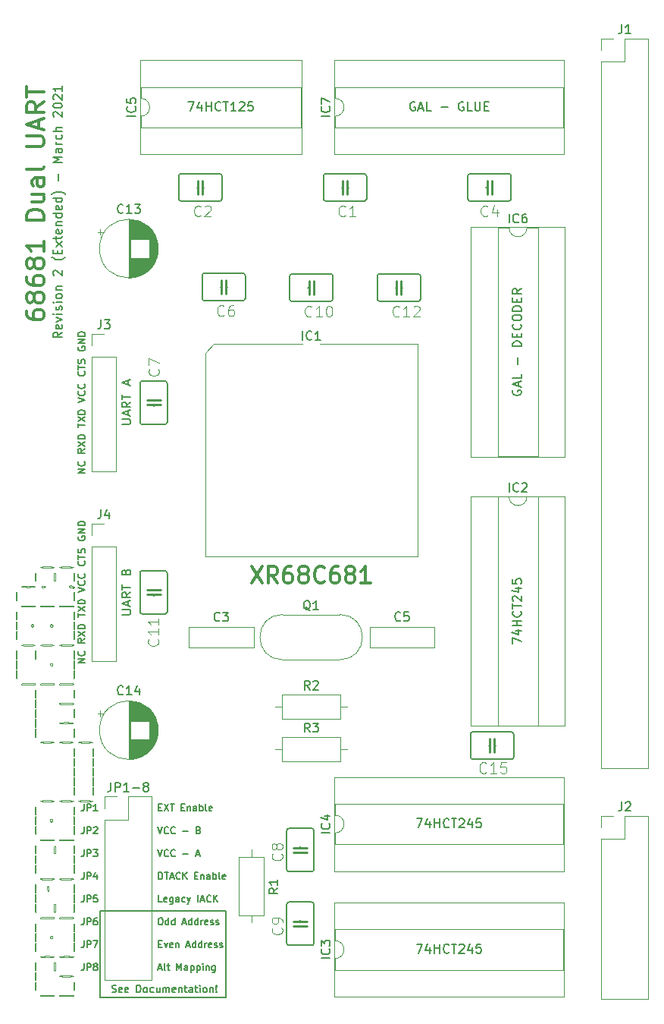
<source format=gbr>
G04 #@! TF.GenerationSoftware,KiCad,Pcbnew,(5.1.5-0-10_14)*
G04 #@! TF.CreationDate,2021-03-10T11:59:30+00:00*
G04 #@! TF.ProjectId,mc68681,6d633638-3638-4312-9e6b-696361645f70,rev?*
G04 #@! TF.SameCoordinates,Original*
G04 #@! TF.FileFunction,Legend,Top*
G04 #@! TF.FilePolarity,Positive*
%FSLAX46Y46*%
G04 Gerber Fmt 4.6, Leading zero omitted, Abs format (unit mm)*
G04 Created by KiCad (PCBNEW (5.1.5-0-10_14)) date 2021-03-10 11:59:30*
%MOMM*%
%LPD*%
G04 APERTURE LIST*
%ADD10C,0.150000*%
%ADD11C,0.130000*%
%ADD12C,0.200000*%
%ADD13C,0.300000*%
%ADD14C,0.120000*%
%ADD15C,0.012500*%
%ADD16C,0.152400*%
%ADD17C,0.254000*%
%ADD18C,0.120650*%
G04 APERTURE END LIST*
D10*
X59335000Y-150749285D02*
X59335000Y-151285000D01*
X59299285Y-151392142D01*
X59227857Y-151463571D01*
X59120714Y-151499285D01*
X59049285Y-151499285D01*
X59692142Y-151499285D02*
X59692142Y-150749285D01*
X59977857Y-150749285D01*
X60049285Y-150785000D01*
X60085000Y-150820714D01*
X60120714Y-150892142D01*
X60120714Y-150999285D01*
X60085000Y-151070714D01*
X60049285Y-151106428D01*
X59977857Y-151142142D01*
X59692142Y-151142142D01*
X60549285Y-151070714D02*
X60477857Y-151035000D01*
X60442142Y-150999285D01*
X60406428Y-150927857D01*
X60406428Y-150892142D01*
X60442142Y-150820714D01*
X60477857Y-150785000D01*
X60549285Y-150749285D01*
X60692142Y-150749285D01*
X60763571Y-150785000D01*
X60799285Y-150820714D01*
X60835000Y-150892142D01*
X60835000Y-150927857D01*
X60799285Y-150999285D01*
X60763571Y-151035000D01*
X60692142Y-151070714D01*
X60549285Y-151070714D01*
X60477857Y-151106428D01*
X60442142Y-151142142D01*
X60406428Y-151213571D01*
X60406428Y-151356428D01*
X60442142Y-151427857D01*
X60477857Y-151463571D01*
X60549285Y-151499285D01*
X60692142Y-151499285D01*
X60763571Y-151463571D01*
X60799285Y-151427857D01*
X60835000Y-151356428D01*
X60835000Y-151213571D01*
X60799285Y-151142142D01*
X60763571Y-151106428D01*
X60692142Y-151070714D01*
X59335000Y-148209285D02*
X59335000Y-148745000D01*
X59299285Y-148852142D01*
X59227857Y-148923571D01*
X59120714Y-148959285D01*
X59049285Y-148959285D01*
X59692142Y-148959285D02*
X59692142Y-148209285D01*
X59977857Y-148209285D01*
X60049285Y-148245000D01*
X60085000Y-148280714D01*
X60120714Y-148352142D01*
X60120714Y-148459285D01*
X60085000Y-148530714D01*
X60049285Y-148566428D01*
X59977857Y-148602142D01*
X59692142Y-148602142D01*
X60370714Y-148209285D02*
X60870714Y-148209285D01*
X60549285Y-148959285D01*
X59335000Y-145669285D02*
X59335000Y-146205000D01*
X59299285Y-146312142D01*
X59227857Y-146383571D01*
X59120714Y-146419285D01*
X59049285Y-146419285D01*
X59692142Y-146419285D02*
X59692142Y-145669285D01*
X59977857Y-145669285D01*
X60049285Y-145705000D01*
X60085000Y-145740714D01*
X60120714Y-145812142D01*
X60120714Y-145919285D01*
X60085000Y-145990714D01*
X60049285Y-146026428D01*
X59977857Y-146062142D01*
X59692142Y-146062142D01*
X60763571Y-145669285D02*
X60620714Y-145669285D01*
X60549285Y-145705000D01*
X60513571Y-145740714D01*
X60442142Y-145847857D01*
X60406428Y-145990714D01*
X60406428Y-146276428D01*
X60442142Y-146347857D01*
X60477857Y-146383571D01*
X60549285Y-146419285D01*
X60692142Y-146419285D01*
X60763571Y-146383571D01*
X60799285Y-146347857D01*
X60835000Y-146276428D01*
X60835000Y-146097857D01*
X60799285Y-146026428D01*
X60763571Y-145990714D01*
X60692142Y-145955000D01*
X60549285Y-145955000D01*
X60477857Y-145990714D01*
X60442142Y-146026428D01*
X60406428Y-146097857D01*
X59335000Y-143129285D02*
X59335000Y-143665000D01*
X59299285Y-143772142D01*
X59227857Y-143843571D01*
X59120714Y-143879285D01*
X59049285Y-143879285D01*
X59692142Y-143879285D02*
X59692142Y-143129285D01*
X59977857Y-143129285D01*
X60049285Y-143165000D01*
X60085000Y-143200714D01*
X60120714Y-143272142D01*
X60120714Y-143379285D01*
X60085000Y-143450714D01*
X60049285Y-143486428D01*
X59977857Y-143522142D01*
X59692142Y-143522142D01*
X60799285Y-143129285D02*
X60442142Y-143129285D01*
X60406428Y-143486428D01*
X60442142Y-143450714D01*
X60513571Y-143415000D01*
X60692142Y-143415000D01*
X60763571Y-143450714D01*
X60799285Y-143486428D01*
X60835000Y-143557857D01*
X60835000Y-143736428D01*
X60799285Y-143807857D01*
X60763571Y-143843571D01*
X60692142Y-143879285D01*
X60513571Y-143879285D01*
X60442142Y-143843571D01*
X60406428Y-143807857D01*
X59335000Y-140589285D02*
X59335000Y-141125000D01*
X59299285Y-141232142D01*
X59227857Y-141303571D01*
X59120714Y-141339285D01*
X59049285Y-141339285D01*
X59692142Y-141339285D02*
X59692142Y-140589285D01*
X59977857Y-140589285D01*
X60049285Y-140625000D01*
X60085000Y-140660714D01*
X60120714Y-140732142D01*
X60120714Y-140839285D01*
X60085000Y-140910714D01*
X60049285Y-140946428D01*
X59977857Y-140982142D01*
X59692142Y-140982142D01*
X60763571Y-140839285D02*
X60763571Y-141339285D01*
X60585000Y-140553571D02*
X60406428Y-141089285D01*
X60870714Y-141089285D01*
X59335000Y-138049285D02*
X59335000Y-138585000D01*
X59299285Y-138692142D01*
X59227857Y-138763571D01*
X59120714Y-138799285D01*
X59049285Y-138799285D01*
X59692142Y-138799285D02*
X59692142Y-138049285D01*
X59977857Y-138049285D01*
X60049285Y-138085000D01*
X60085000Y-138120714D01*
X60120714Y-138192142D01*
X60120714Y-138299285D01*
X60085000Y-138370714D01*
X60049285Y-138406428D01*
X59977857Y-138442142D01*
X59692142Y-138442142D01*
X60370714Y-138049285D02*
X60835000Y-138049285D01*
X60585000Y-138335000D01*
X60692142Y-138335000D01*
X60763571Y-138370714D01*
X60799285Y-138406428D01*
X60835000Y-138477857D01*
X60835000Y-138656428D01*
X60799285Y-138727857D01*
X60763571Y-138763571D01*
X60692142Y-138799285D01*
X60477857Y-138799285D01*
X60406428Y-138763571D01*
X60370714Y-138727857D01*
X59335000Y-135509285D02*
X59335000Y-136045000D01*
X59299285Y-136152142D01*
X59227857Y-136223571D01*
X59120714Y-136259285D01*
X59049285Y-136259285D01*
X59692142Y-136259285D02*
X59692142Y-135509285D01*
X59977857Y-135509285D01*
X60049285Y-135545000D01*
X60085000Y-135580714D01*
X60120714Y-135652142D01*
X60120714Y-135759285D01*
X60085000Y-135830714D01*
X60049285Y-135866428D01*
X59977857Y-135902142D01*
X59692142Y-135902142D01*
X60406428Y-135580714D02*
X60442142Y-135545000D01*
X60513571Y-135509285D01*
X60692142Y-135509285D01*
X60763571Y-135545000D01*
X60799285Y-135580714D01*
X60835000Y-135652142D01*
X60835000Y-135723571D01*
X60799285Y-135830714D01*
X60370714Y-136259285D01*
X60835000Y-136259285D01*
X59335000Y-132969285D02*
X59335000Y-133505000D01*
X59299285Y-133612142D01*
X59227857Y-133683571D01*
X59120714Y-133719285D01*
X59049285Y-133719285D01*
X59692142Y-133719285D02*
X59692142Y-132969285D01*
X59977857Y-132969285D01*
X60049285Y-133005000D01*
X60085000Y-133040714D01*
X60120714Y-133112142D01*
X60120714Y-133219285D01*
X60085000Y-133290714D01*
X60049285Y-133326428D01*
X59977857Y-133362142D01*
X59692142Y-133362142D01*
X60835000Y-133719285D02*
X60406428Y-133719285D01*
X60620714Y-133719285D02*
X60620714Y-132969285D01*
X60549285Y-133076428D01*
X60477857Y-133147857D01*
X60406428Y-133183571D01*
D11*
X62452380Y-153923809D02*
X62566666Y-153961904D01*
X62757142Y-153961904D01*
X62833333Y-153923809D01*
X62871428Y-153885714D01*
X62909523Y-153809523D01*
X62909523Y-153733333D01*
X62871428Y-153657142D01*
X62833333Y-153619047D01*
X62757142Y-153580952D01*
X62604761Y-153542857D01*
X62528571Y-153504761D01*
X62490476Y-153466666D01*
X62452380Y-153390476D01*
X62452380Y-153314285D01*
X62490476Y-153238095D01*
X62528571Y-153200000D01*
X62604761Y-153161904D01*
X62795238Y-153161904D01*
X62909523Y-153200000D01*
X63557142Y-153923809D02*
X63480952Y-153961904D01*
X63328571Y-153961904D01*
X63252380Y-153923809D01*
X63214285Y-153847619D01*
X63214285Y-153542857D01*
X63252380Y-153466666D01*
X63328571Y-153428571D01*
X63480952Y-153428571D01*
X63557142Y-153466666D01*
X63595238Y-153542857D01*
X63595238Y-153619047D01*
X63214285Y-153695238D01*
X64242857Y-153923809D02*
X64166666Y-153961904D01*
X64014285Y-153961904D01*
X63938095Y-153923809D01*
X63900000Y-153847619D01*
X63900000Y-153542857D01*
X63938095Y-153466666D01*
X64014285Y-153428571D01*
X64166666Y-153428571D01*
X64242857Y-153466666D01*
X64280952Y-153542857D01*
X64280952Y-153619047D01*
X63900000Y-153695238D01*
X65233333Y-153961904D02*
X65233333Y-153161904D01*
X65423809Y-153161904D01*
X65538095Y-153200000D01*
X65614285Y-153276190D01*
X65652380Y-153352380D01*
X65690476Y-153504761D01*
X65690476Y-153619047D01*
X65652380Y-153771428D01*
X65614285Y-153847619D01*
X65538095Y-153923809D01*
X65423809Y-153961904D01*
X65233333Y-153961904D01*
X66147619Y-153961904D02*
X66071428Y-153923809D01*
X66033333Y-153885714D01*
X65995238Y-153809523D01*
X65995238Y-153580952D01*
X66033333Y-153504761D01*
X66071428Y-153466666D01*
X66147619Y-153428571D01*
X66261904Y-153428571D01*
X66338095Y-153466666D01*
X66376190Y-153504761D01*
X66414285Y-153580952D01*
X66414285Y-153809523D01*
X66376190Y-153885714D01*
X66338095Y-153923809D01*
X66261904Y-153961904D01*
X66147619Y-153961904D01*
X67100000Y-153923809D02*
X67023809Y-153961904D01*
X66871428Y-153961904D01*
X66795238Y-153923809D01*
X66757142Y-153885714D01*
X66719047Y-153809523D01*
X66719047Y-153580952D01*
X66757142Y-153504761D01*
X66795238Y-153466666D01*
X66871428Y-153428571D01*
X67023809Y-153428571D01*
X67100000Y-153466666D01*
X67785714Y-153428571D02*
X67785714Y-153961904D01*
X67442857Y-153428571D02*
X67442857Y-153847619D01*
X67480952Y-153923809D01*
X67557142Y-153961904D01*
X67671428Y-153961904D01*
X67747619Y-153923809D01*
X67785714Y-153885714D01*
X68166666Y-153961904D02*
X68166666Y-153428571D01*
X68166666Y-153504761D02*
X68204761Y-153466666D01*
X68280952Y-153428571D01*
X68395238Y-153428571D01*
X68471428Y-153466666D01*
X68509523Y-153542857D01*
X68509523Y-153961904D01*
X68509523Y-153542857D02*
X68547619Y-153466666D01*
X68623809Y-153428571D01*
X68738095Y-153428571D01*
X68814285Y-153466666D01*
X68852380Y-153542857D01*
X68852380Y-153961904D01*
X69538095Y-153923809D02*
X69461904Y-153961904D01*
X69309523Y-153961904D01*
X69233333Y-153923809D01*
X69195238Y-153847619D01*
X69195238Y-153542857D01*
X69233333Y-153466666D01*
X69309523Y-153428571D01*
X69461904Y-153428571D01*
X69538095Y-153466666D01*
X69576190Y-153542857D01*
X69576190Y-153619047D01*
X69195238Y-153695238D01*
X69919047Y-153428571D02*
X69919047Y-153961904D01*
X69919047Y-153504761D02*
X69957142Y-153466666D01*
X70033333Y-153428571D01*
X70147619Y-153428571D01*
X70223809Y-153466666D01*
X70261904Y-153542857D01*
X70261904Y-153961904D01*
X70528571Y-153428571D02*
X70833333Y-153428571D01*
X70642857Y-153161904D02*
X70642857Y-153847619D01*
X70680952Y-153923809D01*
X70757142Y-153961904D01*
X70833333Y-153961904D01*
X71442857Y-153961904D02*
X71442857Y-153542857D01*
X71404761Y-153466666D01*
X71328571Y-153428571D01*
X71176190Y-153428571D01*
X71100000Y-153466666D01*
X71442857Y-153923809D02*
X71366666Y-153961904D01*
X71176190Y-153961904D01*
X71100000Y-153923809D01*
X71061904Y-153847619D01*
X71061904Y-153771428D01*
X71100000Y-153695238D01*
X71176190Y-153657142D01*
X71366666Y-153657142D01*
X71442857Y-153619047D01*
X71709523Y-153428571D02*
X72014285Y-153428571D01*
X71823809Y-153161904D02*
X71823809Y-153847619D01*
X71861904Y-153923809D01*
X71938095Y-153961904D01*
X72014285Y-153961904D01*
X72280952Y-153961904D02*
X72280952Y-153428571D01*
X72280952Y-153161904D02*
X72242857Y-153200000D01*
X72280952Y-153238095D01*
X72319047Y-153200000D01*
X72280952Y-153161904D01*
X72280952Y-153238095D01*
X72776190Y-153961904D02*
X72700000Y-153923809D01*
X72661904Y-153885714D01*
X72623809Y-153809523D01*
X72623809Y-153580952D01*
X72661904Y-153504761D01*
X72700000Y-153466666D01*
X72776190Y-153428571D01*
X72890476Y-153428571D01*
X72966666Y-153466666D01*
X73004761Y-153504761D01*
X73042857Y-153580952D01*
X73042857Y-153809523D01*
X73004761Y-153885714D01*
X72966666Y-153923809D01*
X72890476Y-153961904D01*
X72776190Y-153961904D01*
X73385714Y-153428571D02*
X73385714Y-153961904D01*
X73385714Y-153504761D02*
X73423809Y-153466666D01*
X73500000Y-153428571D01*
X73614285Y-153428571D01*
X73690476Y-153466666D01*
X73728571Y-153542857D01*
X73728571Y-153961904D01*
X74109523Y-153885714D02*
X74147619Y-153923809D01*
X74109523Y-153961904D01*
X74071428Y-153923809D01*
X74109523Y-153885714D01*
X74109523Y-153961904D01*
X74109523Y-153657142D02*
X74071428Y-153200000D01*
X74109523Y-153161904D01*
X74147619Y-153200000D01*
X74109523Y-153657142D01*
X74109523Y-153161904D01*
D12*
X61530000Y-144910000D02*
X61120000Y-144910000D01*
X61120000Y-154560000D02*
X61120000Y-144930000D01*
X75210000Y-154560000D02*
X61120000Y-154560000D01*
X75210000Y-144910000D02*
X75210000Y-154560000D01*
X61530000Y-144910000D02*
X75210000Y-144910000D01*
D10*
X67649999Y-151285000D02*
X68007142Y-151285000D01*
X67578571Y-151499285D02*
X67828571Y-150749285D01*
X68078571Y-151499285D01*
X68435713Y-151499285D02*
X68364285Y-151463571D01*
X68328571Y-151392142D01*
X68328571Y-150749285D01*
X68614285Y-150999285D02*
X68899999Y-150999285D01*
X68721428Y-150749285D02*
X68721428Y-151392142D01*
X68757142Y-151463571D01*
X68828571Y-151499285D01*
X68899999Y-151499285D01*
X69721428Y-151499285D02*
X69721428Y-150749285D01*
X69971428Y-151285000D01*
X70221428Y-150749285D01*
X70221428Y-151499285D01*
X70899999Y-151499285D02*
X70899999Y-151106428D01*
X70864285Y-151035000D01*
X70792856Y-150999285D01*
X70649999Y-150999285D01*
X70578571Y-151035000D01*
X70899999Y-151463571D02*
X70828571Y-151499285D01*
X70649999Y-151499285D01*
X70578571Y-151463571D01*
X70542856Y-151392142D01*
X70542856Y-151320714D01*
X70578571Y-151249285D01*
X70649999Y-151213571D01*
X70828571Y-151213571D01*
X70899999Y-151177857D01*
X71257142Y-150999285D02*
X71257142Y-151749285D01*
X71257142Y-151035000D02*
X71328571Y-150999285D01*
X71471428Y-150999285D01*
X71542856Y-151035000D01*
X71578571Y-151070714D01*
X71614285Y-151142142D01*
X71614285Y-151356428D01*
X71578571Y-151427857D01*
X71542856Y-151463571D01*
X71471428Y-151499285D01*
X71328571Y-151499285D01*
X71257142Y-151463571D01*
X71935713Y-150999285D02*
X71935713Y-151749285D01*
X71935713Y-151035000D02*
X72007142Y-150999285D01*
X72149999Y-150999285D01*
X72221428Y-151035000D01*
X72257142Y-151070714D01*
X72292856Y-151142142D01*
X72292856Y-151356428D01*
X72257142Y-151427857D01*
X72221428Y-151463571D01*
X72149999Y-151499285D01*
X72007142Y-151499285D01*
X71935713Y-151463571D01*
X72614285Y-151499285D02*
X72614285Y-150999285D01*
X72614285Y-150749285D02*
X72578571Y-150785000D01*
X72614285Y-150820714D01*
X72649999Y-150785000D01*
X72614285Y-150749285D01*
X72614285Y-150820714D01*
X72971428Y-150999285D02*
X72971428Y-151499285D01*
X72971428Y-151070714D02*
X73007142Y-151035000D01*
X73078571Y-150999285D01*
X73185713Y-150999285D01*
X73257142Y-151035000D01*
X73292856Y-151106428D01*
X73292856Y-151499285D01*
X73971428Y-150999285D02*
X73971428Y-151606428D01*
X73935713Y-151677857D01*
X73899999Y-151713571D01*
X73828571Y-151749285D01*
X73721428Y-151749285D01*
X73649999Y-151713571D01*
X73971428Y-151463571D02*
X73899999Y-151499285D01*
X73757142Y-151499285D01*
X73685713Y-151463571D01*
X73649999Y-151427857D01*
X73614285Y-151356428D01*
X73614285Y-151142142D01*
X73649999Y-151070714D01*
X73685713Y-151035000D01*
X73757142Y-150999285D01*
X73899999Y-150999285D01*
X73971428Y-151035000D01*
X67685714Y-148566428D02*
X67935714Y-148566428D01*
X68042857Y-148959285D02*
X67685714Y-148959285D01*
X67685714Y-148209285D01*
X68042857Y-148209285D01*
X68292857Y-148459285D02*
X68471428Y-148959285D01*
X68650000Y-148459285D01*
X69221428Y-148923571D02*
X69150000Y-148959285D01*
X69007143Y-148959285D01*
X68935714Y-148923571D01*
X68900000Y-148852142D01*
X68900000Y-148566428D01*
X68935714Y-148495000D01*
X69007143Y-148459285D01*
X69150000Y-148459285D01*
X69221428Y-148495000D01*
X69257143Y-148566428D01*
X69257143Y-148637857D01*
X68900000Y-148709285D01*
X69578571Y-148459285D02*
X69578571Y-148959285D01*
X69578571Y-148530714D02*
X69614286Y-148495000D01*
X69685714Y-148459285D01*
X69792857Y-148459285D01*
X69864286Y-148495000D01*
X69900000Y-148566428D01*
X69900000Y-148959285D01*
X70792857Y-148745000D02*
X71150000Y-148745000D01*
X70721428Y-148959285D02*
X70971428Y-148209285D01*
X71221428Y-148959285D01*
X71792857Y-148959285D02*
X71792857Y-148209285D01*
X71792857Y-148923571D02*
X71721428Y-148959285D01*
X71578571Y-148959285D01*
X71507143Y-148923571D01*
X71471428Y-148887857D01*
X71435714Y-148816428D01*
X71435714Y-148602142D01*
X71471428Y-148530714D01*
X71507143Y-148495000D01*
X71578571Y-148459285D01*
X71721428Y-148459285D01*
X71792857Y-148495000D01*
X72471428Y-148959285D02*
X72471428Y-148209285D01*
X72471428Y-148923571D02*
X72400000Y-148959285D01*
X72257143Y-148959285D01*
X72185714Y-148923571D01*
X72150000Y-148887857D01*
X72114286Y-148816428D01*
X72114286Y-148602142D01*
X72150000Y-148530714D01*
X72185714Y-148495000D01*
X72257143Y-148459285D01*
X72400000Y-148459285D01*
X72471428Y-148495000D01*
X72828571Y-148959285D02*
X72828571Y-148459285D01*
X72828571Y-148602142D02*
X72864286Y-148530714D01*
X72900000Y-148495000D01*
X72971428Y-148459285D01*
X73042857Y-148459285D01*
X73578571Y-148923571D02*
X73507143Y-148959285D01*
X73364286Y-148959285D01*
X73292857Y-148923571D01*
X73257143Y-148852142D01*
X73257143Y-148566428D01*
X73292857Y-148495000D01*
X73364286Y-148459285D01*
X73507143Y-148459285D01*
X73578571Y-148495000D01*
X73614286Y-148566428D01*
X73614286Y-148637857D01*
X73257143Y-148709285D01*
X73900000Y-148923571D02*
X73971428Y-148959285D01*
X74114286Y-148959285D01*
X74185714Y-148923571D01*
X74221428Y-148852142D01*
X74221428Y-148816428D01*
X74185714Y-148745000D01*
X74114286Y-148709285D01*
X74007143Y-148709285D01*
X73935714Y-148673571D01*
X73900000Y-148602142D01*
X73900000Y-148566428D01*
X73935714Y-148495000D01*
X74007143Y-148459285D01*
X74114286Y-148459285D01*
X74185714Y-148495000D01*
X74507143Y-148923571D02*
X74578571Y-148959285D01*
X74721428Y-148959285D01*
X74792857Y-148923571D01*
X74828571Y-148852142D01*
X74828571Y-148816428D01*
X74792857Y-148745000D01*
X74721428Y-148709285D01*
X74614286Y-148709285D01*
X74542857Y-148673571D01*
X74507143Y-148602142D01*
X74507143Y-148566428D01*
X74542857Y-148495000D01*
X74614286Y-148459285D01*
X74721428Y-148459285D01*
X74792857Y-148495000D01*
X67828571Y-145669285D02*
X67971428Y-145669285D01*
X68042857Y-145705000D01*
X68114285Y-145776428D01*
X68150000Y-145919285D01*
X68150000Y-146169285D01*
X68114285Y-146312142D01*
X68042857Y-146383571D01*
X67971428Y-146419285D01*
X67828571Y-146419285D01*
X67757142Y-146383571D01*
X67685714Y-146312142D01*
X67650000Y-146169285D01*
X67650000Y-145919285D01*
X67685714Y-145776428D01*
X67757142Y-145705000D01*
X67828571Y-145669285D01*
X68792857Y-146419285D02*
X68792857Y-145669285D01*
X68792857Y-146383571D02*
X68721428Y-146419285D01*
X68578571Y-146419285D01*
X68507142Y-146383571D01*
X68471428Y-146347857D01*
X68435714Y-146276428D01*
X68435714Y-146062142D01*
X68471428Y-145990714D01*
X68507142Y-145955000D01*
X68578571Y-145919285D01*
X68721428Y-145919285D01*
X68792857Y-145955000D01*
X69471428Y-146419285D02*
X69471428Y-145669285D01*
X69471428Y-146383571D02*
X69400000Y-146419285D01*
X69257142Y-146419285D01*
X69185714Y-146383571D01*
X69150000Y-146347857D01*
X69114285Y-146276428D01*
X69114285Y-146062142D01*
X69150000Y-145990714D01*
X69185714Y-145955000D01*
X69257142Y-145919285D01*
X69400000Y-145919285D01*
X69471428Y-145955000D01*
X70364285Y-146205000D02*
X70721428Y-146205000D01*
X70292857Y-146419285D02*
X70542857Y-145669285D01*
X70792857Y-146419285D01*
X71364285Y-146419285D02*
X71364285Y-145669285D01*
X71364285Y-146383571D02*
X71292857Y-146419285D01*
X71150000Y-146419285D01*
X71078571Y-146383571D01*
X71042857Y-146347857D01*
X71007142Y-146276428D01*
X71007142Y-146062142D01*
X71042857Y-145990714D01*
X71078571Y-145955000D01*
X71150000Y-145919285D01*
X71292857Y-145919285D01*
X71364285Y-145955000D01*
X72042857Y-146419285D02*
X72042857Y-145669285D01*
X72042857Y-146383571D02*
X71971428Y-146419285D01*
X71828571Y-146419285D01*
X71757142Y-146383571D01*
X71721428Y-146347857D01*
X71685714Y-146276428D01*
X71685714Y-146062142D01*
X71721428Y-145990714D01*
X71757142Y-145955000D01*
X71828571Y-145919285D01*
X71971428Y-145919285D01*
X72042857Y-145955000D01*
X72400000Y-146419285D02*
X72400000Y-145919285D01*
X72400000Y-146062142D02*
X72435714Y-145990714D01*
X72471428Y-145955000D01*
X72542857Y-145919285D01*
X72614285Y-145919285D01*
X73150000Y-146383571D02*
X73078571Y-146419285D01*
X72935714Y-146419285D01*
X72864285Y-146383571D01*
X72828571Y-146312142D01*
X72828571Y-146026428D01*
X72864285Y-145955000D01*
X72935714Y-145919285D01*
X73078571Y-145919285D01*
X73150000Y-145955000D01*
X73185714Y-146026428D01*
X73185714Y-146097857D01*
X72828571Y-146169285D01*
X73471428Y-146383571D02*
X73542857Y-146419285D01*
X73685714Y-146419285D01*
X73757142Y-146383571D01*
X73792857Y-146312142D01*
X73792857Y-146276428D01*
X73757142Y-146205000D01*
X73685714Y-146169285D01*
X73578571Y-146169285D01*
X73507142Y-146133571D01*
X73471428Y-146062142D01*
X73471428Y-146026428D01*
X73507142Y-145955000D01*
X73578571Y-145919285D01*
X73685714Y-145919285D01*
X73757142Y-145955000D01*
X74078571Y-146383571D02*
X74150000Y-146419285D01*
X74292857Y-146419285D01*
X74364285Y-146383571D01*
X74400000Y-146312142D01*
X74400000Y-146276428D01*
X74364285Y-146205000D01*
X74292857Y-146169285D01*
X74185714Y-146169285D01*
X74114285Y-146133571D01*
X74078571Y-146062142D01*
X74078571Y-146026428D01*
X74114285Y-145955000D01*
X74185714Y-145919285D01*
X74292857Y-145919285D01*
X74364285Y-145955000D01*
D13*
X78034285Y-106474285D02*
X79234285Y-108274285D01*
X79234285Y-106474285D02*
X78034285Y-108274285D01*
X80948571Y-108274285D02*
X80348571Y-107417142D01*
X79920000Y-108274285D02*
X79920000Y-106474285D01*
X80605714Y-106474285D01*
X80777142Y-106560000D01*
X80862857Y-106645714D01*
X80948571Y-106817142D01*
X80948571Y-107074285D01*
X80862857Y-107245714D01*
X80777142Y-107331428D01*
X80605714Y-107417142D01*
X79920000Y-107417142D01*
X82491428Y-106474285D02*
X82148571Y-106474285D01*
X81977142Y-106560000D01*
X81891428Y-106645714D01*
X81720000Y-106902857D01*
X81634285Y-107245714D01*
X81634285Y-107931428D01*
X81720000Y-108102857D01*
X81805714Y-108188571D01*
X81977142Y-108274285D01*
X82320000Y-108274285D01*
X82491428Y-108188571D01*
X82577142Y-108102857D01*
X82662857Y-107931428D01*
X82662857Y-107502857D01*
X82577142Y-107331428D01*
X82491428Y-107245714D01*
X82320000Y-107160000D01*
X81977142Y-107160000D01*
X81805714Y-107245714D01*
X81720000Y-107331428D01*
X81634285Y-107502857D01*
X83691428Y-107245714D02*
X83520000Y-107160000D01*
X83434285Y-107074285D01*
X83348571Y-106902857D01*
X83348571Y-106817142D01*
X83434285Y-106645714D01*
X83520000Y-106560000D01*
X83691428Y-106474285D01*
X84034285Y-106474285D01*
X84205714Y-106560000D01*
X84291428Y-106645714D01*
X84377142Y-106817142D01*
X84377142Y-106902857D01*
X84291428Y-107074285D01*
X84205714Y-107160000D01*
X84034285Y-107245714D01*
X83691428Y-107245714D01*
X83520000Y-107331428D01*
X83434285Y-107417142D01*
X83348571Y-107588571D01*
X83348571Y-107931428D01*
X83434285Y-108102857D01*
X83520000Y-108188571D01*
X83691428Y-108274285D01*
X84034285Y-108274285D01*
X84205714Y-108188571D01*
X84291428Y-108102857D01*
X84377142Y-107931428D01*
X84377142Y-107588571D01*
X84291428Y-107417142D01*
X84205714Y-107331428D01*
X84034285Y-107245714D01*
X86177142Y-108102857D02*
X86091428Y-108188571D01*
X85834285Y-108274285D01*
X85662857Y-108274285D01*
X85405714Y-108188571D01*
X85234285Y-108017142D01*
X85148571Y-107845714D01*
X85062857Y-107502857D01*
X85062857Y-107245714D01*
X85148571Y-106902857D01*
X85234285Y-106731428D01*
X85405714Y-106560000D01*
X85662857Y-106474285D01*
X85834285Y-106474285D01*
X86091428Y-106560000D01*
X86177142Y-106645714D01*
X87720000Y-106474285D02*
X87377142Y-106474285D01*
X87205714Y-106560000D01*
X87120000Y-106645714D01*
X86948571Y-106902857D01*
X86862857Y-107245714D01*
X86862857Y-107931428D01*
X86948571Y-108102857D01*
X87034285Y-108188571D01*
X87205714Y-108274285D01*
X87548571Y-108274285D01*
X87720000Y-108188571D01*
X87805714Y-108102857D01*
X87891428Y-107931428D01*
X87891428Y-107502857D01*
X87805714Y-107331428D01*
X87720000Y-107245714D01*
X87548571Y-107160000D01*
X87205714Y-107160000D01*
X87034285Y-107245714D01*
X86948571Y-107331428D01*
X86862857Y-107502857D01*
X88920000Y-107245714D02*
X88748571Y-107160000D01*
X88662857Y-107074285D01*
X88577142Y-106902857D01*
X88577142Y-106817142D01*
X88662857Y-106645714D01*
X88748571Y-106560000D01*
X88920000Y-106474285D01*
X89262857Y-106474285D01*
X89434285Y-106560000D01*
X89520000Y-106645714D01*
X89605714Y-106817142D01*
X89605714Y-106902857D01*
X89520000Y-107074285D01*
X89434285Y-107160000D01*
X89262857Y-107245714D01*
X88920000Y-107245714D01*
X88748571Y-107331428D01*
X88662857Y-107417142D01*
X88577142Y-107588571D01*
X88577142Y-107931428D01*
X88662857Y-108102857D01*
X88748571Y-108188571D01*
X88920000Y-108274285D01*
X89262857Y-108274285D01*
X89434285Y-108188571D01*
X89520000Y-108102857D01*
X89605714Y-107931428D01*
X89605714Y-107588571D01*
X89520000Y-107417142D01*
X89434285Y-107331428D01*
X89262857Y-107245714D01*
X91320000Y-108274285D02*
X90291428Y-108274285D01*
X90805714Y-108274285D02*
X90805714Y-106474285D01*
X90634285Y-106731428D01*
X90462857Y-106902857D01*
X90291428Y-106988571D01*
D10*
X68042856Y-143879285D02*
X67685713Y-143879285D01*
X67685713Y-143129285D01*
X68578571Y-143843571D02*
X68507142Y-143879285D01*
X68364285Y-143879285D01*
X68292856Y-143843571D01*
X68257142Y-143772142D01*
X68257142Y-143486428D01*
X68292856Y-143415000D01*
X68364285Y-143379285D01*
X68507142Y-143379285D01*
X68578571Y-143415000D01*
X68614285Y-143486428D01*
X68614285Y-143557857D01*
X68257142Y-143629285D01*
X69257142Y-143379285D02*
X69257142Y-143986428D01*
X69221428Y-144057857D01*
X69185713Y-144093571D01*
X69114285Y-144129285D01*
X69007142Y-144129285D01*
X68935713Y-144093571D01*
X69257142Y-143843571D02*
X69185713Y-143879285D01*
X69042856Y-143879285D01*
X68971428Y-143843571D01*
X68935713Y-143807857D01*
X68899999Y-143736428D01*
X68899999Y-143522142D01*
X68935713Y-143450714D01*
X68971428Y-143415000D01*
X69042856Y-143379285D01*
X69185713Y-143379285D01*
X69257142Y-143415000D01*
X69935713Y-143879285D02*
X69935713Y-143486428D01*
X69899999Y-143415000D01*
X69828571Y-143379285D01*
X69685713Y-143379285D01*
X69614285Y-143415000D01*
X69935713Y-143843571D02*
X69864285Y-143879285D01*
X69685713Y-143879285D01*
X69614285Y-143843571D01*
X69578571Y-143772142D01*
X69578571Y-143700714D01*
X69614285Y-143629285D01*
X69685713Y-143593571D01*
X69864285Y-143593571D01*
X69935713Y-143557857D01*
X70614285Y-143843571D02*
X70542856Y-143879285D01*
X70399999Y-143879285D01*
X70328571Y-143843571D01*
X70292856Y-143807857D01*
X70257142Y-143736428D01*
X70257142Y-143522142D01*
X70292856Y-143450714D01*
X70328571Y-143415000D01*
X70399999Y-143379285D01*
X70542856Y-143379285D01*
X70614285Y-143415000D01*
X70864285Y-143379285D02*
X71042856Y-143879285D01*
X71221428Y-143379285D02*
X71042856Y-143879285D01*
X70971428Y-144057857D01*
X70935713Y-144093571D01*
X70864285Y-144129285D01*
X72078571Y-143879285D02*
X72078571Y-143129285D01*
X72399999Y-143665000D02*
X72757142Y-143665000D01*
X72328571Y-143879285D02*
X72578571Y-143129285D01*
X72828571Y-143879285D01*
X73507142Y-143807857D02*
X73471428Y-143843571D01*
X73364285Y-143879285D01*
X73292856Y-143879285D01*
X73185713Y-143843571D01*
X73114285Y-143772142D01*
X73078571Y-143700714D01*
X73042856Y-143557857D01*
X73042856Y-143450714D01*
X73078571Y-143307857D01*
X73114285Y-143236428D01*
X73185713Y-143165000D01*
X73292856Y-143129285D01*
X73364285Y-143129285D01*
X73471428Y-143165000D01*
X73507142Y-143200714D01*
X73828571Y-143879285D02*
X73828571Y-143129285D01*
X74257142Y-143879285D02*
X73935713Y-143450714D01*
X74257142Y-143129285D02*
X73828571Y-143557857D01*
X67685714Y-141339285D02*
X67685714Y-140589285D01*
X67864285Y-140589285D01*
X67971428Y-140625000D01*
X68042857Y-140696428D01*
X68078571Y-140767857D01*
X68114285Y-140910714D01*
X68114285Y-141017857D01*
X68078571Y-141160714D01*
X68042857Y-141232142D01*
X67971428Y-141303571D01*
X67864285Y-141339285D01*
X67685714Y-141339285D01*
X68328571Y-140589285D02*
X68757142Y-140589285D01*
X68542857Y-141339285D02*
X68542857Y-140589285D01*
X68971428Y-141125000D02*
X69328571Y-141125000D01*
X68900000Y-141339285D02*
X69150000Y-140589285D01*
X69400000Y-141339285D01*
X70078571Y-141267857D02*
X70042857Y-141303571D01*
X69935714Y-141339285D01*
X69864285Y-141339285D01*
X69757142Y-141303571D01*
X69685714Y-141232142D01*
X69650000Y-141160714D01*
X69614285Y-141017857D01*
X69614285Y-140910714D01*
X69650000Y-140767857D01*
X69685714Y-140696428D01*
X69757142Y-140625000D01*
X69864285Y-140589285D01*
X69935714Y-140589285D01*
X70042857Y-140625000D01*
X70078571Y-140660714D01*
X70400000Y-141339285D02*
X70400000Y-140589285D01*
X70828571Y-141339285D02*
X70507142Y-140910714D01*
X70828571Y-140589285D02*
X70400000Y-141017857D01*
X71721428Y-140946428D02*
X71971428Y-140946428D01*
X72078571Y-141339285D02*
X71721428Y-141339285D01*
X71721428Y-140589285D01*
X72078571Y-140589285D01*
X72400000Y-140839285D02*
X72400000Y-141339285D01*
X72400000Y-140910714D02*
X72435714Y-140875000D01*
X72507142Y-140839285D01*
X72614285Y-140839285D01*
X72685714Y-140875000D01*
X72721428Y-140946428D01*
X72721428Y-141339285D01*
X73400000Y-141339285D02*
X73400000Y-140946428D01*
X73364285Y-140875000D01*
X73292857Y-140839285D01*
X73150000Y-140839285D01*
X73078571Y-140875000D01*
X73400000Y-141303571D02*
X73328571Y-141339285D01*
X73150000Y-141339285D01*
X73078571Y-141303571D01*
X73042857Y-141232142D01*
X73042857Y-141160714D01*
X73078571Y-141089285D01*
X73150000Y-141053571D01*
X73328571Y-141053571D01*
X73400000Y-141017857D01*
X73757142Y-141339285D02*
X73757142Y-140589285D01*
X73757142Y-140875000D02*
X73828571Y-140839285D01*
X73971428Y-140839285D01*
X74042857Y-140875000D01*
X74078571Y-140910714D01*
X74114285Y-140982142D01*
X74114285Y-141196428D01*
X74078571Y-141267857D01*
X74042857Y-141303571D01*
X73971428Y-141339285D01*
X73828571Y-141339285D01*
X73757142Y-141303571D01*
X74542857Y-141339285D02*
X74471428Y-141303571D01*
X74435714Y-141232142D01*
X74435714Y-140589285D01*
X75114285Y-141303571D02*
X75042857Y-141339285D01*
X74899999Y-141339285D01*
X74828571Y-141303571D01*
X74792857Y-141232142D01*
X74792857Y-140946428D01*
X74828571Y-140875000D01*
X74899999Y-140839285D01*
X75042857Y-140839285D01*
X75114285Y-140875000D01*
X75149999Y-140946428D01*
X75149999Y-141017857D01*
X74792857Y-141089285D01*
X67578571Y-135509285D02*
X67828571Y-136259285D01*
X68078571Y-135509285D01*
X68757143Y-136187857D02*
X68721428Y-136223571D01*
X68614286Y-136259285D01*
X68542857Y-136259285D01*
X68435714Y-136223571D01*
X68364286Y-136152142D01*
X68328571Y-136080714D01*
X68292857Y-135937857D01*
X68292857Y-135830714D01*
X68328571Y-135687857D01*
X68364286Y-135616428D01*
X68435714Y-135545000D01*
X68542857Y-135509285D01*
X68614286Y-135509285D01*
X68721428Y-135545000D01*
X68757143Y-135580714D01*
X69507143Y-136187857D02*
X69471428Y-136223571D01*
X69364286Y-136259285D01*
X69292857Y-136259285D01*
X69185714Y-136223571D01*
X69114286Y-136152142D01*
X69078571Y-136080714D01*
X69042857Y-135937857D01*
X69042857Y-135830714D01*
X69078571Y-135687857D01*
X69114286Y-135616428D01*
X69185714Y-135545000D01*
X69292857Y-135509285D01*
X69364286Y-135509285D01*
X69471428Y-135545000D01*
X69507143Y-135580714D01*
X70400000Y-135973571D02*
X70971428Y-135973571D01*
X72150000Y-135866428D02*
X72257143Y-135902142D01*
X72292857Y-135937857D01*
X72328571Y-136009285D01*
X72328571Y-136116428D01*
X72292857Y-136187857D01*
X72257143Y-136223571D01*
X72185714Y-136259285D01*
X71900000Y-136259285D01*
X71900000Y-135509285D01*
X72150000Y-135509285D01*
X72221428Y-135545000D01*
X72257143Y-135580714D01*
X72292857Y-135652142D01*
X72292857Y-135723571D01*
X72257143Y-135795000D01*
X72221428Y-135830714D01*
X72150000Y-135866428D01*
X71900000Y-135866428D01*
X67578571Y-138049285D02*
X67828571Y-138799285D01*
X68078571Y-138049285D01*
X68757142Y-138727857D02*
X68721428Y-138763571D01*
X68614285Y-138799285D01*
X68542856Y-138799285D01*
X68435714Y-138763571D01*
X68364285Y-138692142D01*
X68328571Y-138620714D01*
X68292856Y-138477857D01*
X68292856Y-138370714D01*
X68328571Y-138227857D01*
X68364285Y-138156428D01*
X68435714Y-138085000D01*
X68542856Y-138049285D01*
X68614285Y-138049285D01*
X68721428Y-138085000D01*
X68757142Y-138120714D01*
X69507142Y-138727857D02*
X69471428Y-138763571D01*
X69364285Y-138799285D01*
X69292856Y-138799285D01*
X69185714Y-138763571D01*
X69114285Y-138692142D01*
X69078571Y-138620714D01*
X69042856Y-138477857D01*
X69042856Y-138370714D01*
X69078571Y-138227857D01*
X69114285Y-138156428D01*
X69185714Y-138085000D01*
X69292856Y-138049285D01*
X69364285Y-138049285D01*
X69471428Y-138085000D01*
X69507142Y-138120714D01*
X70399999Y-138513571D02*
X70971428Y-138513571D01*
X71864285Y-138585000D02*
X72221428Y-138585000D01*
X71792856Y-138799285D02*
X72042856Y-138049285D01*
X72292856Y-138799285D01*
X67685714Y-133326428D02*
X67935714Y-133326428D01*
X68042857Y-133719285D02*
X67685714Y-133719285D01*
X67685714Y-132969285D01*
X68042857Y-132969285D01*
X68292857Y-132969285D02*
X68792857Y-133719285D01*
X68792857Y-132969285D02*
X68292857Y-133719285D01*
X68971428Y-132969285D02*
X69400000Y-132969285D01*
X69185714Y-133719285D02*
X69185714Y-132969285D01*
X70221428Y-133326428D02*
X70471428Y-133326428D01*
X70578571Y-133719285D02*
X70221428Y-133719285D01*
X70221428Y-132969285D01*
X70578571Y-132969285D01*
X70900000Y-133219285D02*
X70900000Y-133719285D01*
X70900000Y-133290714D02*
X70935714Y-133255000D01*
X71007142Y-133219285D01*
X71114285Y-133219285D01*
X71185714Y-133255000D01*
X71221428Y-133326428D01*
X71221428Y-133719285D01*
X71900000Y-133719285D02*
X71900000Y-133326428D01*
X71864285Y-133255000D01*
X71792857Y-133219285D01*
X71650000Y-133219285D01*
X71578571Y-133255000D01*
X71900000Y-133683571D02*
X71828571Y-133719285D01*
X71650000Y-133719285D01*
X71578571Y-133683571D01*
X71542857Y-133612142D01*
X71542857Y-133540714D01*
X71578571Y-133469285D01*
X71650000Y-133433571D01*
X71828571Y-133433571D01*
X71900000Y-133397857D01*
X72257142Y-133719285D02*
X72257142Y-132969285D01*
X72257142Y-133255000D02*
X72328571Y-133219285D01*
X72471428Y-133219285D01*
X72542857Y-133255000D01*
X72578571Y-133290714D01*
X72614285Y-133362142D01*
X72614285Y-133576428D01*
X72578571Y-133647857D01*
X72542857Y-133683571D01*
X72471428Y-133719285D01*
X72328571Y-133719285D01*
X72257142Y-133683571D01*
X73042857Y-133719285D02*
X72971428Y-133683571D01*
X72935714Y-133612142D01*
X72935714Y-132969285D01*
X73614285Y-133683571D02*
X73542857Y-133719285D01*
X73400000Y-133719285D01*
X73328571Y-133683571D01*
X73292857Y-133612142D01*
X73292857Y-133326428D01*
X73328571Y-133255000D01*
X73400000Y-133219285D01*
X73542857Y-133219285D01*
X73614285Y-133255000D01*
X73650000Y-133326428D01*
X73650000Y-133397857D01*
X73292857Y-133469285D01*
X70982142Y-54634880D02*
X71648809Y-54634880D01*
X71220238Y-55634880D01*
X72458333Y-54968214D02*
X72458333Y-55634880D01*
X72220238Y-54587261D02*
X71982142Y-55301547D01*
X72601190Y-55301547D01*
X72982142Y-55634880D02*
X72982142Y-54634880D01*
X72982142Y-55111071D02*
X73553571Y-55111071D01*
X73553571Y-55634880D02*
X73553571Y-54634880D01*
X74601190Y-55539642D02*
X74553571Y-55587261D01*
X74410714Y-55634880D01*
X74315476Y-55634880D01*
X74172619Y-55587261D01*
X74077380Y-55492023D01*
X74029761Y-55396785D01*
X73982142Y-55206309D01*
X73982142Y-55063452D01*
X74029761Y-54872976D01*
X74077380Y-54777738D01*
X74172619Y-54682500D01*
X74315476Y-54634880D01*
X74410714Y-54634880D01*
X74553571Y-54682500D01*
X74601190Y-54730119D01*
X74886904Y-54634880D02*
X75458333Y-54634880D01*
X75172619Y-55634880D02*
X75172619Y-54634880D01*
X76315476Y-55634880D02*
X75744047Y-55634880D01*
X76029761Y-55634880D02*
X76029761Y-54634880D01*
X75934523Y-54777738D01*
X75839285Y-54872976D01*
X75744047Y-54920595D01*
X76696428Y-54730119D02*
X76744047Y-54682500D01*
X76839285Y-54634880D01*
X77077380Y-54634880D01*
X77172619Y-54682500D01*
X77220238Y-54730119D01*
X77267857Y-54825357D01*
X77267857Y-54920595D01*
X77220238Y-55063452D01*
X76648809Y-55634880D01*
X77267857Y-55634880D01*
X78172619Y-54634880D02*
X77696428Y-54634880D01*
X77648809Y-55111071D01*
X77696428Y-55063452D01*
X77791666Y-55015833D01*
X78029761Y-55015833D01*
X78125000Y-55063452D01*
X78172619Y-55111071D01*
X78220238Y-55206309D01*
X78220238Y-55444404D01*
X78172619Y-55539642D01*
X78125000Y-55587261D01*
X78029761Y-55634880D01*
X77791666Y-55634880D01*
X77696428Y-55587261D01*
X77648809Y-55539642D01*
X96291666Y-54682500D02*
X96196428Y-54634880D01*
X96053571Y-54634880D01*
X95910714Y-54682500D01*
X95815476Y-54777738D01*
X95767857Y-54872976D01*
X95720238Y-55063452D01*
X95720238Y-55206309D01*
X95767857Y-55396785D01*
X95815476Y-55492023D01*
X95910714Y-55587261D01*
X96053571Y-55634880D01*
X96148809Y-55634880D01*
X96291666Y-55587261D01*
X96339285Y-55539642D01*
X96339285Y-55206309D01*
X96148809Y-55206309D01*
X96720238Y-55349166D02*
X97196428Y-55349166D01*
X96625000Y-55634880D02*
X96958333Y-54634880D01*
X97291666Y-55634880D01*
X98101190Y-55634880D02*
X97625000Y-55634880D01*
X97625000Y-54634880D01*
X99196428Y-55253928D02*
X99958333Y-55253928D01*
X101720238Y-54682500D02*
X101625000Y-54634880D01*
X101482142Y-54634880D01*
X101339285Y-54682500D01*
X101244047Y-54777738D01*
X101196428Y-54872976D01*
X101148809Y-55063452D01*
X101148809Y-55206309D01*
X101196428Y-55396785D01*
X101244047Y-55492023D01*
X101339285Y-55587261D01*
X101482142Y-55634880D01*
X101577380Y-55634880D01*
X101720238Y-55587261D01*
X101767857Y-55539642D01*
X101767857Y-55206309D01*
X101577380Y-55206309D01*
X102672619Y-55634880D02*
X102196428Y-55634880D01*
X102196428Y-54634880D01*
X103005952Y-54634880D02*
X103005952Y-55444404D01*
X103053571Y-55539642D01*
X103101190Y-55587261D01*
X103196428Y-55634880D01*
X103386904Y-55634880D01*
X103482142Y-55587261D01*
X103529761Y-55539642D01*
X103577380Y-55444404D01*
X103577380Y-54634880D01*
X104053571Y-55111071D02*
X104386904Y-55111071D01*
X104529761Y-55634880D02*
X104053571Y-55634880D01*
X104053571Y-54634880D01*
X104529761Y-54634880D01*
X107232500Y-86805952D02*
X107184880Y-86901190D01*
X107184880Y-87044047D01*
X107232500Y-87186904D01*
X107327738Y-87282142D01*
X107422976Y-87329761D01*
X107613452Y-87377380D01*
X107756309Y-87377380D01*
X107946785Y-87329761D01*
X108042023Y-87282142D01*
X108137261Y-87186904D01*
X108184880Y-87044047D01*
X108184880Y-86948809D01*
X108137261Y-86805952D01*
X108089642Y-86758333D01*
X107756309Y-86758333D01*
X107756309Y-86948809D01*
X107899166Y-86377380D02*
X107899166Y-85901190D01*
X108184880Y-86472619D02*
X107184880Y-86139285D01*
X108184880Y-85805952D01*
X108184880Y-84996428D02*
X108184880Y-85472619D01*
X107184880Y-85472619D01*
X107803928Y-83901190D02*
X107803928Y-83139285D01*
X108184880Y-81901190D02*
X107184880Y-81901190D01*
X107184880Y-81663095D01*
X107232500Y-81520238D01*
X107327738Y-81425000D01*
X107422976Y-81377380D01*
X107613452Y-81329761D01*
X107756309Y-81329761D01*
X107946785Y-81377380D01*
X108042023Y-81425000D01*
X108137261Y-81520238D01*
X108184880Y-81663095D01*
X108184880Y-81901190D01*
X107661071Y-80901190D02*
X107661071Y-80567857D01*
X108184880Y-80425000D02*
X108184880Y-80901190D01*
X107184880Y-80901190D01*
X107184880Y-80425000D01*
X108089642Y-79425000D02*
X108137261Y-79472619D01*
X108184880Y-79615476D01*
X108184880Y-79710714D01*
X108137261Y-79853571D01*
X108042023Y-79948809D01*
X107946785Y-79996428D01*
X107756309Y-80044047D01*
X107613452Y-80044047D01*
X107422976Y-79996428D01*
X107327738Y-79948809D01*
X107232500Y-79853571D01*
X107184880Y-79710714D01*
X107184880Y-79615476D01*
X107232500Y-79472619D01*
X107280119Y-79425000D01*
X107184880Y-78805952D02*
X107184880Y-78615476D01*
X107232500Y-78520238D01*
X107327738Y-78425000D01*
X107518214Y-78377380D01*
X107851547Y-78377380D01*
X108042023Y-78425000D01*
X108137261Y-78520238D01*
X108184880Y-78615476D01*
X108184880Y-78805952D01*
X108137261Y-78901190D01*
X108042023Y-78996428D01*
X107851547Y-79044047D01*
X107518214Y-79044047D01*
X107327738Y-78996428D01*
X107232500Y-78901190D01*
X107184880Y-78805952D01*
X108184880Y-77948809D02*
X107184880Y-77948809D01*
X107184880Y-77710714D01*
X107232500Y-77567857D01*
X107327738Y-77472619D01*
X107422976Y-77425000D01*
X107613452Y-77377380D01*
X107756309Y-77377380D01*
X107946785Y-77425000D01*
X108042023Y-77472619D01*
X108137261Y-77567857D01*
X108184880Y-77710714D01*
X108184880Y-77948809D01*
X107661071Y-76948809D02*
X107661071Y-76615476D01*
X108184880Y-76472619D02*
X108184880Y-76948809D01*
X107184880Y-76948809D01*
X107184880Y-76472619D01*
X108184880Y-75472619D02*
X107708690Y-75805952D01*
X108184880Y-76044047D02*
X107184880Y-76044047D01*
X107184880Y-75663095D01*
X107232500Y-75567857D01*
X107280119Y-75520238D01*
X107375357Y-75472619D01*
X107518214Y-75472619D01*
X107613452Y-75520238D01*
X107661071Y-75567857D01*
X107708690Y-75663095D01*
X107708690Y-76044047D01*
X107184880Y-115067858D02*
X107184880Y-114401191D01*
X108184880Y-114829762D01*
X107518214Y-113591667D02*
X108184880Y-113591667D01*
X107137261Y-113829762D02*
X107851547Y-114067858D01*
X107851547Y-113448810D01*
X108184880Y-113067858D02*
X107184880Y-113067858D01*
X107661071Y-113067858D02*
X107661071Y-112496429D01*
X108184880Y-112496429D02*
X107184880Y-112496429D01*
X108089642Y-111448810D02*
X108137261Y-111496429D01*
X108184880Y-111639286D01*
X108184880Y-111734524D01*
X108137261Y-111877381D01*
X108042023Y-111972620D01*
X107946785Y-112020239D01*
X107756309Y-112067858D01*
X107613452Y-112067858D01*
X107422976Y-112020239D01*
X107327738Y-111972620D01*
X107232500Y-111877381D01*
X107184880Y-111734524D01*
X107184880Y-111639286D01*
X107232500Y-111496429D01*
X107280119Y-111448810D01*
X107184880Y-111163096D02*
X107184880Y-110591667D01*
X108184880Y-110877381D02*
X107184880Y-110877381D01*
X107280119Y-110305953D02*
X107232500Y-110258334D01*
X107184880Y-110163096D01*
X107184880Y-109925001D01*
X107232500Y-109829762D01*
X107280119Y-109782143D01*
X107375357Y-109734524D01*
X107470595Y-109734524D01*
X107613452Y-109782143D01*
X108184880Y-110353572D01*
X108184880Y-109734524D01*
X107518214Y-108877381D02*
X108184880Y-108877381D01*
X107137261Y-109115477D02*
X107851547Y-109353572D01*
X107851547Y-108734524D01*
X107184880Y-107877381D02*
X107184880Y-108353572D01*
X107661071Y-108401191D01*
X107613452Y-108353572D01*
X107565833Y-108258334D01*
X107565833Y-108020239D01*
X107613452Y-107925001D01*
X107661071Y-107877381D01*
X107756309Y-107829762D01*
X107994404Y-107829762D01*
X108089642Y-107877381D01*
X108137261Y-107925001D01*
X108184880Y-108020239D01*
X108184880Y-108258334D01*
X108137261Y-108353572D01*
X108089642Y-108401191D01*
X96482142Y-134584880D02*
X97148809Y-134584880D01*
X96720238Y-135584880D01*
X97958333Y-134918214D02*
X97958333Y-135584880D01*
X97720238Y-134537261D02*
X97482142Y-135251547D01*
X98101190Y-135251547D01*
X98482142Y-135584880D02*
X98482142Y-134584880D01*
X98482142Y-135061071D02*
X99053571Y-135061071D01*
X99053571Y-135584880D02*
X99053571Y-134584880D01*
X100101190Y-135489642D02*
X100053571Y-135537261D01*
X99910714Y-135584880D01*
X99815476Y-135584880D01*
X99672619Y-135537261D01*
X99577380Y-135442023D01*
X99529761Y-135346785D01*
X99482142Y-135156309D01*
X99482142Y-135013452D01*
X99529761Y-134822976D01*
X99577380Y-134727738D01*
X99672619Y-134632500D01*
X99815476Y-134584880D01*
X99910714Y-134584880D01*
X100053571Y-134632500D01*
X100101190Y-134680119D01*
X100386904Y-134584880D02*
X100958333Y-134584880D01*
X100672619Y-135584880D02*
X100672619Y-134584880D01*
X101244047Y-134680119D02*
X101291666Y-134632500D01*
X101386904Y-134584880D01*
X101625000Y-134584880D01*
X101720238Y-134632500D01*
X101767857Y-134680119D01*
X101815476Y-134775357D01*
X101815476Y-134870595D01*
X101767857Y-135013452D01*
X101196428Y-135584880D01*
X101815476Y-135584880D01*
X102672619Y-134918214D02*
X102672619Y-135584880D01*
X102434523Y-134537261D02*
X102196428Y-135251547D01*
X102815476Y-135251547D01*
X103672619Y-134584880D02*
X103196428Y-134584880D01*
X103148809Y-135061071D01*
X103196428Y-135013452D01*
X103291666Y-134965833D01*
X103529761Y-134965833D01*
X103625000Y-135013452D01*
X103672619Y-135061071D01*
X103720238Y-135156309D01*
X103720238Y-135394404D01*
X103672619Y-135489642D01*
X103625000Y-135537261D01*
X103529761Y-135584880D01*
X103291666Y-135584880D01*
X103196428Y-135537261D01*
X103148809Y-135489642D01*
X96482142Y-148584880D02*
X97148809Y-148584880D01*
X96720238Y-149584880D01*
X97958333Y-148918214D02*
X97958333Y-149584880D01*
X97720238Y-148537261D02*
X97482142Y-149251547D01*
X98101190Y-149251547D01*
X98482142Y-149584880D02*
X98482142Y-148584880D01*
X98482142Y-149061071D02*
X99053571Y-149061071D01*
X99053571Y-149584880D02*
X99053571Y-148584880D01*
X100101190Y-149489642D02*
X100053571Y-149537261D01*
X99910714Y-149584880D01*
X99815476Y-149584880D01*
X99672619Y-149537261D01*
X99577380Y-149442023D01*
X99529761Y-149346785D01*
X99482142Y-149156309D01*
X99482142Y-149013452D01*
X99529761Y-148822976D01*
X99577380Y-148727738D01*
X99672619Y-148632500D01*
X99815476Y-148584880D01*
X99910714Y-148584880D01*
X100053571Y-148632500D01*
X100101190Y-148680119D01*
X100386904Y-148584880D02*
X100958333Y-148584880D01*
X100672619Y-149584880D02*
X100672619Y-148584880D01*
X101244047Y-148680119D02*
X101291666Y-148632500D01*
X101386904Y-148584880D01*
X101625000Y-148584880D01*
X101720238Y-148632500D01*
X101767857Y-148680119D01*
X101815476Y-148775357D01*
X101815476Y-148870595D01*
X101767857Y-149013452D01*
X101196428Y-149584880D01*
X101815476Y-149584880D01*
X102672619Y-148918214D02*
X102672619Y-149584880D01*
X102434523Y-148537261D02*
X102196428Y-149251547D01*
X102815476Y-149251547D01*
X103672619Y-148584880D02*
X103196428Y-148584880D01*
X103148809Y-149061071D01*
X103196428Y-149013452D01*
X103291666Y-148965833D01*
X103529761Y-148965833D01*
X103625000Y-149013452D01*
X103672619Y-149061071D01*
X103720238Y-149156309D01*
X103720238Y-149394404D01*
X103672619Y-149489642D01*
X103625000Y-149537261D01*
X103529761Y-149584880D01*
X103291666Y-149584880D01*
X103196428Y-149537261D01*
X103148809Y-149489642D01*
X63552380Y-111826191D02*
X64361904Y-111826191D01*
X64457142Y-111778572D01*
X64504761Y-111730953D01*
X64552380Y-111635715D01*
X64552380Y-111445239D01*
X64504761Y-111350001D01*
X64457142Y-111302381D01*
X64361904Y-111254762D01*
X63552380Y-111254762D01*
X64266666Y-110826191D02*
X64266666Y-110350001D01*
X64552380Y-110921429D02*
X63552380Y-110588096D01*
X64552380Y-110254762D01*
X64552380Y-109350001D02*
X64076190Y-109683334D01*
X64552380Y-109921429D02*
X63552380Y-109921429D01*
X63552380Y-109540477D01*
X63600000Y-109445239D01*
X63647619Y-109397620D01*
X63742857Y-109350001D01*
X63885714Y-109350001D01*
X63980952Y-109397620D01*
X64028571Y-109445239D01*
X64076190Y-109540477D01*
X64076190Y-109921429D01*
X63552380Y-109064286D02*
X63552380Y-108492858D01*
X64552380Y-108778572D02*
X63552380Y-108778572D01*
X64028571Y-107064286D02*
X64076190Y-106921429D01*
X64123809Y-106873810D01*
X64219047Y-106826191D01*
X64361904Y-106826191D01*
X64457142Y-106873810D01*
X64504761Y-106921429D01*
X64552380Y-107016667D01*
X64552380Y-107397620D01*
X63552380Y-107397620D01*
X63552380Y-107064286D01*
X63600000Y-106969048D01*
X63647619Y-106921429D01*
X63742857Y-106873810D01*
X63838095Y-106873810D01*
X63933333Y-106921429D01*
X63980952Y-106969048D01*
X64028571Y-107064286D01*
X64028571Y-107397620D01*
X63552380Y-90594761D02*
X64361904Y-90594761D01*
X64457142Y-90547142D01*
X64504761Y-90499523D01*
X64552380Y-90404285D01*
X64552380Y-90213809D01*
X64504761Y-90118571D01*
X64457142Y-90070952D01*
X64361904Y-90023333D01*
X63552380Y-90023333D01*
X64266666Y-89594761D02*
X64266666Y-89118571D01*
X64552380Y-89690000D02*
X63552380Y-89356666D01*
X64552380Y-89023333D01*
X64552380Y-88118571D02*
X64076190Y-88451904D01*
X64552380Y-88690000D02*
X63552380Y-88690000D01*
X63552380Y-88309047D01*
X63600000Y-88213809D01*
X63647619Y-88166190D01*
X63742857Y-88118571D01*
X63885714Y-88118571D01*
X63980952Y-88166190D01*
X64028571Y-88213809D01*
X64076190Y-88309047D01*
X64076190Y-88690000D01*
X63552380Y-87832857D02*
X63552380Y-87261428D01*
X64552380Y-87547142D02*
X63552380Y-87547142D01*
X64266666Y-86213809D02*
X64266666Y-85737619D01*
X64552380Y-86309047D02*
X63552380Y-85975714D01*
X64552380Y-85642380D01*
X59436904Y-96056666D02*
X58636904Y-96056666D01*
X59436904Y-95599523D01*
X58636904Y-95599523D01*
X59360714Y-94761428D02*
X59398809Y-94799523D01*
X59436904Y-94913809D01*
X59436904Y-94990000D01*
X59398809Y-95104285D01*
X59322619Y-95180476D01*
X59246428Y-95218571D01*
X59094047Y-95256666D01*
X58979761Y-95256666D01*
X58827380Y-95218571D01*
X58751190Y-95180476D01*
X58675000Y-95104285D01*
X58636904Y-94990000D01*
X58636904Y-94913809D01*
X58675000Y-94799523D01*
X58713095Y-94761428D01*
X59436904Y-93351904D02*
X59055952Y-93618571D01*
X59436904Y-93809047D02*
X58636904Y-93809047D01*
X58636904Y-93504285D01*
X58675000Y-93428095D01*
X58713095Y-93390000D01*
X58789285Y-93351904D01*
X58903571Y-93351904D01*
X58979761Y-93390000D01*
X59017857Y-93428095D01*
X59055952Y-93504285D01*
X59055952Y-93809047D01*
X58636904Y-93085238D02*
X59436904Y-92551904D01*
X58636904Y-92551904D02*
X59436904Y-93085238D01*
X59436904Y-92247142D02*
X58636904Y-92247142D01*
X58636904Y-92056666D01*
X58675000Y-91942380D01*
X58751190Y-91866190D01*
X58827380Y-91828095D01*
X58979761Y-91790000D01*
X59094047Y-91790000D01*
X59246428Y-91828095D01*
X59322619Y-91866190D01*
X59398809Y-91942380D01*
X59436904Y-92056666D01*
X59436904Y-92247142D01*
X58636904Y-90951904D02*
X58636904Y-90494761D01*
X59436904Y-90723333D02*
X58636904Y-90723333D01*
X58636904Y-90304285D02*
X59436904Y-89770952D01*
X58636904Y-89770952D02*
X59436904Y-90304285D01*
X59436904Y-89466190D02*
X58636904Y-89466190D01*
X58636904Y-89275714D01*
X58675000Y-89161428D01*
X58751190Y-89085238D01*
X58827380Y-89047142D01*
X58979761Y-89009047D01*
X59094047Y-89009047D01*
X59246428Y-89047142D01*
X59322619Y-89085238D01*
X59398809Y-89161428D01*
X59436904Y-89275714D01*
X59436904Y-89466190D01*
X58636904Y-88170952D02*
X59436904Y-87904285D01*
X58636904Y-87637619D01*
X59360714Y-86913809D02*
X59398809Y-86951904D01*
X59436904Y-87066190D01*
X59436904Y-87142380D01*
X59398809Y-87256666D01*
X59322619Y-87332857D01*
X59246428Y-87370952D01*
X59094047Y-87409047D01*
X58979761Y-87409047D01*
X58827380Y-87370952D01*
X58751190Y-87332857D01*
X58675000Y-87256666D01*
X58636904Y-87142380D01*
X58636904Y-87066190D01*
X58675000Y-86951904D01*
X58713095Y-86913809D01*
X59360714Y-86113809D02*
X59398809Y-86151904D01*
X59436904Y-86266190D01*
X59436904Y-86342380D01*
X59398809Y-86456666D01*
X59322619Y-86532857D01*
X59246428Y-86570952D01*
X59094047Y-86609047D01*
X58979761Y-86609047D01*
X58827380Y-86570952D01*
X58751190Y-86532857D01*
X58675000Y-86456666D01*
X58636904Y-86342380D01*
X58636904Y-86266190D01*
X58675000Y-86151904D01*
X58713095Y-86113809D01*
X59360714Y-84704285D02*
X59398809Y-84742380D01*
X59436904Y-84856666D01*
X59436904Y-84932857D01*
X59398809Y-85047142D01*
X59322619Y-85123333D01*
X59246428Y-85161428D01*
X59094047Y-85199523D01*
X58979761Y-85199523D01*
X58827380Y-85161428D01*
X58751190Y-85123333D01*
X58675000Y-85047142D01*
X58636904Y-84932857D01*
X58636904Y-84856666D01*
X58675000Y-84742380D01*
X58713095Y-84704285D01*
X58636904Y-84475714D02*
X58636904Y-84018571D01*
X59436904Y-84247142D02*
X58636904Y-84247142D01*
X59398809Y-83790000D02*
X59436904Y-83675714D01*
X59436904Y-83485238D01*
X59398809Y-83409047D01*
X59360714Y-83370952D01*
X59284523Y-83332857D01*
X59208333Y-83332857D01*
X59132142Y-83370952D01*
X59094047Y-83409047D01*
X59055952Y-83485238D01*
X59017857Y-83637619D01*
X58979761Y-83713809D01*
X58941666Y-83751904D01*
X58865476Y-83790000D01*
X58789285Y-83790000D01*
X58713095Y-83751904D01*
X58675000Y-83713809D01*
X58636904Y-83637619D01*
X58636904Y-83447142D01*
X58675000Y-83332857D01*
X58675000Y-81961428D02*
X58636904Y-82037619D01*
X58636904Y-82151904D01*
X58675000Y-82266190D01*
X58751190Y-82342380D01*
X58827380Y-82380476D01*
X58979761Y-82418571D01*
X59094047Y-82418571D01*
X59246428Y-82380476D01*
X59322619Y-82342380D01*
X59398809Y-82266190D01*
X59436904Y-82151904D01*
X59436904Y-82075714D01*
X59398809Y-81961428D01*
X59360714Y-81923333D01*
X59094047Y-81923333D01*
X59094047Y-82075714D01*
X59436904Y-81580476D02*
X58636904Y-81580476D01*
X59436904Y-81123333D01*
X58636904Y-81123333D01*
X59436904Y-80742380D02*
X58636904Y-80742380D01*
X58636904Y-80551904D01*
X58675000Y-80437619D01*
X58751190Y-80361428D01*
X58827380Y-80323333D01*
X58979761Y-80285238D01*
X59094047Y-80285238D01*
X59246428Y-80323333D01*
X59322619Y-80361428D01*
X59398809Y-80437619D01*
X59436904Y-80551904D01*
X59436904Y-80742380D01*
X59436904Y-117216666D02*
X58636904Y-117216666D01*
X59436904Y-116759523D01*
X58636904Y-116759523D01*
X59360714Y-115921428D02*
X59398809Y-115959523D01*
X59436904Y-116073809D01*
X59436904Y-116150000D01*
X59398809Y-116264285D01*
X59322619Y-116340476D01*
X59246428Y-116378571D01*
X59094047Y-116416666D01*
X58979761Y-116416666D01*
X58827380Y-116378571D01*
X58751190Y-116340476D01*
X58675000Y-116264285D01*
X58636904Y-116150000D01*
X58636904Y-116073809D01*
X58675000Y-115959523D01*
X58713095Y-115921428D01*
X59436904Y-114511904D02*
X59055952Y-114778571D01*
X59436904Y-114969047D02*
X58636904Y-114969047D01*
X58636904Y-114664285D01*
X58675000Y-114588095D01*
X58713095Y-114550000D01*
X58789285Y-114511904D01*
X58903571Y-114511904D01*
X58979761Y-114550000D01*
X59017857Y-114588095D01*
X59055952Y-114664285D01*
X59055952Y-114969047D01*
X58636904Y-114245238D02*
X59436904Y-113711904D01*
X58636904Y-113711904D02*
X59436904Y-114245238D01*
X59436904Y-113407142D02*
X58636904Y-113407142D01*
X58636904Y-113216666D01*
X58675000Y-113102380D01*
X58751190Y-113026190D01*
X58827380Y-112988095D01*
X58979761Y-112950000D01*
X59094047Y-112950000D01*
X59246428Y-112988095D01*
X59322619Y-113026190D01*
X59398809Y-113102380D01*
X59436904Y-113216666D01*
X59436904Y-113407142D01*
X58636904Y-112111904D02*
X58636904Y-111654761D01*
X59436904Y-111883333D02*
X58636904Y-111883333D01*
X58636904Y-111464285D02*
X59436904Y-110930952D01*
X58636904Y-110930952D02*
X59436904Y-111464285D01*
X59436904Y-110626190D02*
X58636904Y-110626190D01*
X58636904Y-110435714D01*
X58675000Y-110321428D01*
X58751190Y-110245238D01*
X58827380Y-110207142D01*
X58979761Y-110169047D01*
X59094047Y-110169047D01*
X59246428Y-110207142D01*
X59322619Y-110245238D01*
X59398809Y-110321428D01*
X59436904Y-110435714D01*
X59436904Y-110626190D01*
X58636904Y-109330952D02*
X59436904Y-109064285D01*
X58636904Y-108797619D01*
X59360714Y-108073809D02*
X59398809Y-108111904D01*
X59436904Y-108226190D01*
X59436904Y-108302380D01*
X59398809Y-108416666D01*
X59322619Y-108492857D01*
X59246428Y-108530952D01*
X59094047Y-108569047D01*
X58979761Y-108569047D01*
X58827380Y-108530952D01*
X58751190Y-108492857D01*
X58675000Y-108416666D01*
X58636904Y-108302380D01*
X58636904Y-108226190D01*
X58675000Y-108111904D01*
X58713095Y-108073809D01*
X59360714Y-107273809D02*
X59398809Y-107311904D01*
X59436904Y-107426190D01*
X59436904Y-107502380D01*
X59398809Y-107616666D01*
X59322619Y-107692857D01*
X59246428Y-107730952D01*
X59094047Y-107769047D01*
X58979761Y-107769047D01*
X58827380Y-107730952D01*
X58751190Y-107692857D01*
X58675000Y-107616666D01*
X58636904Y-107502380D01*
X58636904Y-107426190D01*
X58675000Y-107311904D01*
X58713095Y-107273809D01*
X59360714Y-105864285D02*
X59398809Y-105902380D01*
X59436904Y-106016666D01*
X59436904Y-106092857D01*
X59398809Y-106207142D01*
X59322619Y-106283333D01*
X59246428Y-106321428D01*
X59094047Y-106359523D01*
X58979761Y-106359523D01*
X58827380Y-106321428D01*
X58751190Y-106283333D01*
X58675000Y-106207142D01*
X58636904Y-106092857D01*
X58636904Y-106016666D01*
X58675000Y-105902380D01*
X58713095Y-105864285D01*
X58636904Y-105635714D02*
X58636904Y-105178571D01*
X59436904Y-105407142D02*
X58636904Y-105407142D01*
X59398809Y-104950000D02*
X59436904Y-104835714D01*
X59436904Y-104645238D01*
X59398809Y-104569047D01*
X59360714Y-104530952D01*
X59284523Y-104492857D01*
X59208333Y-104492857D01*
X59132142Y-104530952D01*
X59094047Y-104569047D01*
X59055952Y-104645238D01*
X59017857Y-104797619D01*
X58979761Y-104873809D01*
X58941666Y-104911904D01*
X58865476Y-104950000D01*
X58789285Y-104950000D01*
X58713095Y-104911904D01*
X58675000Y-104873809D01*
X58636904Y-104797619D01*
X58636904Y-104607142D01*
X58675000Y-104492857D01*
X58675000Y-103121428D02*
X58636904Y-103197619D01*
X58636904Y-103311904D01*
X58675000Y-103426190D01*
X58751190Y-103502380D01*
X58827380Y-103540476D01*
X58979761Y-103578571D01*
X59094047Y-103578571D01*
X59246428Y-103540476D01*
X59322619Y-103502380D01*
X59398809Y-103426190D01*
X59436904Y-103311904D01*
X59436904Y-103235714D01*
X59398809Y-103121428D01*
X59360714Y-103083333D01*
X59094047Y-103083333D01*
X59094047Y-103235714D01*
X59436904Y-102740476D02*
X58636904Y-102740476D01*
X59436904Y-102283333D01*
X58636904Y-102283333D01*
X59436904Y-101902380D02*
X58636904Y-101902380D01*
X58636904Y-101711904D01*
X58675000Y-101597619D01*
X58751190Y-101521428D01*
X58827380Y-101483333D01*
X58979761Y-101445238D01*
X59094047Y-101445238D01*
X59246428Y-101483333D01*
X59322619Y-101521428D01*
X59398809Y-101597619D01*
X59436904Y-101711904D01*
X59436904Y-101902380D01*
X56877380Y-80335713D02*
X56401190Y-80669046D01*
X56877380Y-80907142D02*
X55877380Y-80907142D01*
X55877380Y-80526189D01*
X55925000Y-80430951D01*
X55972619Y-80383332D01*
X56067857Y-80335713D01*
X56210714Y-80335713D01*
X56305952Y-80383332D01*
X56353571Y-80430951D01*
X56401190Y-80526189D01*
X56401190Y-80907142D01*
X56829761Y-79526189D02*
X56877380Y-79621427D01*
X56877380Y-79811903D01*
X56829761Y-79907142D01*
X56734523Y-79954761D01*
X56353571Y-79954761D01*
X56258333Y-79907142D01*
X56210714Y-79811903D01*
X56210714Y-79621427D01*
X56258333Y-79526189D01*
X56353571Y-79478570D01*
X56448809Y-79478570D01*
X56544047Y-79954761D01*
X56210714Y-79145237D02*
X56877380Y-78907142D01*
X56210714Y-78669046D01*
X56877380Y-78288094D02*
X56210714Y-78288094D01*
X55877380Y-78288094D02*
X55925000Y-78335713D01*
X55972619Y-78288094D01*
X55925000Y-78240475D01*
X55877380Y-78288094D01*
X55972619Y-78288094D01*
X56829761Y-77859522D02*
X56877380Y-77764284D01*
X56877380Y-77573808D01*
X56829761Y-77478570D01*
X56734523Y-77430951D01*
X56686904Y-77430951D01*
X56591666Y-77478570D01*
X56544047Y-77573808D01*
X56544047Y-77716665D01*
X56496428Y-77811903D01*
X56401190Y-77859522D01*
X56353571Y-77859522D01*
X56258333Y-77811903D01*
X56210714Y-77716665D01*
X56210714Y-77573808D01*
X56258333Y-77478570D01*
X56877380Y-77002380D02*
X56210714Y-77002380D01*
X55877380Y-77002380D02*
X55925000Y-77049999D01*
X55972619Y-77002380D01*
X55925000Y-76954761D01*
X55877380Y-77002380D01*
X55972619Y-77002380D01*
X56877380Y-76383332D02*
X56829761Y-76478570D01*
X56782142Y-76526189D01*
X56686904Y-76573808D01*
X56401190Y-76573808D01*
X56305952Y-76526189D01*
X56258333Y-76478570D01*
X56210714Y-76383332D01*
X56210714Y-76240475D01*
X56258333Y-76145237D01*
X56305952Y-76097618D01*
X56401190Y-76049999D01*
X56686904Y-76049999D01*
X56782142Y-76097618D01*
X56829761Y-76145237D01*
X56877380Y-76240475D01*
X56877380Y-76383332D01*
X56210714Y-75621427D02*
X56877380Y-75621427D01*
X56305952Y-75621427D02*
X56258333Y-75573808D01*
X56210714Y-75478570D01*
X56210714Y-75335713D01*
X56258333Y-75240475D01*
X56353571Y-75192856D01*
X56877380Y-75192856D01*
X55972619Y-74002380D02*
X55925000Y-73954761D01*
X55877380Y-73859522D01*
X55877380Y-73621427D01*
X55925000Y-73526189D01*
X55972619Y-73478570D01*
X56067857Y-73430951D01*
X56163095Y-73430951D01*
X56305952Y-73478570D01*
X56877380Y-74049999D01*
X56877380Y-73430951D01*
X57258333Y-71954761D02*
X57210714Y-72002380D01*
X57067857Y-72097618D01*
X56972619Y-72145237D01*
X56829761Y-72192856D01*
X56591666Y-72240475D01*
X56401190Y-72240475D01*
X56163095Y-72192856D01*
X56020238Y-72145237D01*
X55925000Y-72097618D01*
X55782142Y-72002380D01*
X55734523Y-71954761D01*
X56353571Y-71573808D02*
X56353571Y-71240475D01*
X56877380Y-71097618D02*
X56877380Y-71573808D01*
X55877380Y-71573808D01*
X55877380Y-71097618D01*
X56877380Y-70764284D02*
X56210714Y-70240475D01*
X56210714Y-70764284D02*
X56877380Y-70240475D01*
X56210714Y-70002380D02*
X56210714Y-69621427D01*
X55877380Y-69859522D02*
X56734523Y-69859522D01*
X56829761Y-69811903D01*
X56877380Y-69716665D01*
X56877380Y-69621427D01*
X56829761Y-68907142D02*
X56877380Y-69002380D01*
X56877380Y-69192856D01*
X56829761Y-69288094D01*
X56734523Y-69335713D01*
X56353571Y-69335713D01*
X56258333Y-69288094D01*
X56210714Y-69192856D01*
X56210714Y-69002380D01*
X56258333Y-68907142D01*
X56353571Y-68859522D01*
X56448809Y-68859522D01*
X56544047Y-69335713D01*
X56210714Y-68430951D02*
X56877380Y-68430951D01*
X56305952Y-68430951D02*
X56258333Y-68383332D01*
X56210714Y-68288094D01*
X56210714Y-68145237D01*
X56258333Y-68049999D01*
X56353571Y-68002380D01*
X56877380Y-68002380D01*
X56877380Y-67097618D02*
X55877380Y-67097618D01*
X56829761Y-67097618D02*
X56877380Y-67192856D01*
X56877380Y-67383332D01*
X56829761Y-67478570D01*
X56782142Y-67526189D01*
X56686904Y-67573808D01*
X56401190Y-67573808D01*
X56305952Y-67526189D01*
X56258333Y-67478570D01*
X56210714Y-67383332D01*
X56210714Y-67192856D01*
X56258333Y-67097618D01*
X56829761Y-66240475D02*
X56877380Y-66335713D01*
X56877380Y-66526189D01*
X56829761Y-66621427D01*
X56734523Y-66669046D01*
X56353571Y-66669046D01*
X56258333Y-66621427D01*
X56210714Y-66526189D01*
X56210714Y-66335713D01*
X56258333Y-66240475D01*
X56353571Y-66192856D01*
X56448809Y-66192856D01*
X56544047Y-66669046D01*
X56877380Y-65335713D02*
X55877380Y-65335713D01*
X56829761Y-65335713D02*
X56877380Y-65430951D01*
X56877380Y-65621427D01*
X56829761Y-65716665D01*
X56782142Y-65764284D01*
X56686904Y-65811903D01*
X56401190Y-65811903D01*
X56305952Y-65764284D01*
X56258333Y-65716665D01*
X56210714Y-65621427D01*
X56210714Y-65430951D01*
X56258333Y-65335713D01*
X57258333Y-64954761D02*
X57210714Y-64907142D01*
X57067857Y-64811903D01*
X56972619Y-64764284D01*
X56829761Y-64716665D01*
X56591666Y-64669046D01*
X56401190Y-64669046D01*
X56163095Y-64716665D01*
X56020238Y-64764284D01*
X55925000Y-64811903D01*
X55782142Y-64907142D01*
X55734523Y-64954761D01*
X56496428Y-63430951D02*
X56496428Y-62669046D01*
X56877380Y-61430951D02*
X55877380Y-61430951D01*
X56591666Y-61097618D01*
X55877380Y-60764284D01*
X56877380Y-60764284D01*
X56877380Y-59859522D02*
X56353571Y-59859522D01*
X56258333Y-59907142D01*
X56210714Y-60002380D01*
X56210714Y-60192856D01*
X56258333Y-60288094D01*
X56829761Y-59859522D02*
X56877380Y-59954761D01*
X56877380Y-60192856D01*
X56829761Y-60288094D01*
X56734523Y-60335713D01*
X56639285Y-60335713D01*
X56544047Y-60288094D01*
X56496428Y-60192856D01*
X56496428Y-59954761D01*
X56448809Y-59859522D01*
X56877380Y-59383332D02*
X56210714Y-59383332D01*
X56401190Y-59383332D02*
X56305952Y-59335713D01*
X56258333Y-59288094D01*
X56210714Y-59192856D01*
X56210714Y-59097618D01*
X56829761Y-58335713D02*
X56877380Y-58430951D01*
X56877380Y-58621427D01*
X56829761Y-58716665D01*
X56782142Y-58764284D01*
X56686904Y-58811903D01*
X56401190Y-58811903D01*
X56305952Y-58764284D01*
X56258333Y-58716665D01*
X56210714Y-58621427D01*
X56210714Y-58430951D01*
X56258333Y-58335713D01*
X56877380Y-57907142D02*
X55877380Y-57907142D01*
X56877380Y-57478570D02*
X56353571Y-57478570D01*
X56258333Y-57526189D01*
X56210714Y-57621427D01*
X56210714Y-57764284D01*
X56258333Y-57859522D01*
X56305952Y-57907142D01*
X55972619Y-56288094D02*
X55925000Y-56240475D01*
X55877380Y-56145237D01*
X55877380Y-55907142D01*
X55925000Y-55811903D01*
X55972619Y-55764284D01*
X56067857Y-55716665D01*
X56163095Y-55716665D01*
X56305952Y-55764284D01*
X56877380Y-56335713D01*
X56877380Y-55716665D01*
X55877380Y-55097618D02*
X55877380Y-55002380D01*
X55925000Y-54907142D01*
X55972619Y-54859522D01*
X56067857Y-54811903D01*
X56258333Y-54764284D01*
X56496428Y-54764284D01*
X56686904Y-54811903D01*
X56782142Y-54859522D01*
X56829761Y-54907142D01*
X56877380Y-55002380D01*
X56877380Y-55097618D01*
X56829761Y-55192856D01*
X56782142Y-55240475D01*
X56686904Y-55288094D01*
X56496428Y-55335713D01*
X56258333Y-55335713D01*
X56067857Y-55288094D01*
X55972619Y-55240475D01*
X55925000Y-55192856D01*
X55877380Y-55097618D01*
X55972619Y-54383332D02*
X55925000Y-54335713D01*
X55877380Y-54240475D01*
X55877380Y-54002380D01*
X55925000Y-53907142D01*
X55972619Y-53859522D01*
X56067857Y-53811903D01*
X56163095Y-53811903D01*
X56305952Y-53859522D01*
X56877380Y-54430951D01*
X56877380Y-53811903D01*
X56877380Y-52859522D02*
X56877380Y-53430951D01*
X56877380Y-53145237D02*
X55877380Y-53145237D01*
X56020238Y-53240475D01*
X56115476Y-53335713D01*
X56163095Y-53430951D01*
D13*
X52879761Y-77982142D02*
X52879761Y-78363095D01*
X52975000Y-78553571D01*
X53070238Y-78648809D01*
X53355952Y-78839285D01*
X53736904Y-78934523D01*
X54498809Y-78934523D01*
X54689285Y-78839285D01*
X54784523Y-78744047D01*
X54879761Y-78553571D01*
X54879761Y-78172619D01*
X54784523Y-77982142D01*
X54689285Y-77886904D01*
X54498809Y-77791666D01*
X54022619Y-77791666D01*
X53832142Y-77886904D01*
X53736904Y-77982142D01*
X53641666Y-78172619D01*
X53641666Y-78553571D01*
X53736904Y-78744047D01*
X53832142Y-78839285D01*
X54022619Y-78934523D01*
X53736904Y-76648809D02*
X53641666Y-76839285D01*
X53546428Y-76934523D01*
X53355952Y-77029762D01*
X53260714Y-77029762D01*
X53070238Y-76934523D01*
X52975000Y-76839285D01*
X52879761Y-76648809D01*
X52879761Y-76267857D01*
X52975000Y-76077381D01*
X53070238Y-75982142D01*
X53260714Y-75886904D01*
X53355952Y-75886904D01*
X53546428Y-75982142D01*
X53641666Y-76077381D01*
X53736904Y-76267857D01*
X53736904Y-76648809D01*
X53832142Y-76839285D01*
X53927380Y-76934523D01*
X54117857Y-77029762D01*
X54498809Y-77029762D01*
X54689285Y-76934523D01*
X54784523Y-76839285D01*
X54879761Y-76648809D01*
X54879761Y-76267857D01*
X54784523Y-76077381D01*
X54689285Y-75982142D01*
X54498809Y-75886904D01*
X54117857Y-75886904D01*
X53927380Y-75982142D01*
X53832142Y-76077381D01*
X53736904Y-76267857D01*
X52879761Y-74172619D02*
X52879761Y-74553571D01*
X52975000Y-74744047D01*
X53070238Y-74839285D01*
X53355952Y-75029762D01*
X53736904Y-75125000D01*
X54498809Y-75125000D01*
X54689285Y-75029762D01*
X54784523Y-74934523D01*
X54879761Y-74744047D01*
X54879761Y-74363095D01*
X54784523Y-74172619D01*
X54689285Y-74077381D01*
X54498809Y-73982142D01*
X54022619Y-73982142D01*
X53832142Y-74077381D01*
X53736904Y-74172619D01*
X53641666Y-74363095D01*
X53641666Y-74744047D01*
X53736904Y-74934523D01*
X53832142Y-75029762D01*
X54022619Y-75125000D01*
X53736904Y-72839285D02*
X53641666Y-73029762D01*
X53546428Y-73125000D01*
X53355952Y-73220238D01*
X53260714Y-73220238D01*
X53070238Y-73125000D01*
X52975000Y-73029762D01*
X52879761Y-72839285D01*
X52879761Y-72458333D01*
X52975000Y-72267857D01*
X53070238Y-72172619D01*
X53260714Y-72077381D01*
X53355952Y-72077381D01*
X53546428Y-72172619D01*
X53641666Y-72267857D01*
X53736904Y-72458333D01*
X53736904Y-72839285D01*
X53832142Y-73029762D01*
X53927380Y-73125000D01*
X54117857Y-73220238D01*
X54498809Y-73220238D01*
X54689285Y-73125000D01*
X54784523Y-73029762D01*
X54879761Y-72839285D01*
X54879761Y-72458333D01*
X54784523Y-72267857D01*
X54689285Y-72172619D01*
X54498809Y-72077381D01*
X54117857Y-72077381D01*
X53927380Y-72172619D01*
X53832142Y-72267857D01*
X53736904Y-72458333D01*
X54879761Y-70172619D02*
X54879761Y-71315476D01*
X54879761Y-70744047D02*
X52879761Y-70744047D01*
X53165476Y-70934523D01*
X53355952Y-71125000D01*
X53451190Y-71315476D01*
X54879761Y-67791666D02*
X52879761Y-67791666D01*
X52879761Y-67315476D01*
X52975000Y-67029762D01*
X53165476Y-66839285D01*
X53355952Y-66744047D01*
X53736904Y-66648809D01*
X54022619Y-66648809D01*
X54403571Y-66744047D01*
X54594047Y-66839285D01*
X54784523Y-67029762D01*
X54879761Y-67315476D01*
X54879761Y-67791666D01*
X53546428Y-64934523D02*
X54879761Y-64934523D01*
X53546428Y-65791666D02*
X54594047Y-65791666D01*
X54784523Y-65696428D01*
X54879761Y-65505952D01*
X54879761Y-65220238D01*
X54784523Y-65029762D01*
X54689285Y-64934523D01*
X54879761Y-63125000D02*
X53832142Y-63125000D01*
X53641666Y-63220238D01*
X53546428Y-63410714D01*
X53546428Y-63791666D01*
X53641666Y-63982142D01*
X54784523Y-63125000D02*
X54879761Y-63315476D01*
X54879761Y-63791666D01*
X54784523Y-63982142D01*
X54594047Y-64077381D01*
X54403571Y-64077381D01*
X54213095Y-63982142D01*
X54117857Y-63791666D01*
X54117857Y-63315476D01*
X54022619Y-63125000D01*
X54879761Y-61886904D02*
X54784523Y-62077381D01*
X54594047Y-62172619D01*
X52879761Y-62172619D01*
X52879761Y-59601190D02*
X54498809Y-59601190D01*
X54689285Y-59505952D01*
X54784523Y-59410714D01*
X54879761Y-59220238D01*
X54879761Y-58839285D01*
X54784523Y-58648809D01*
X54689285Y-58553571D01*
X54498809Y-58458333D01*
X52879761Y-58458333D01*
X54308333Y-57601190D02*
X54308333Y-56648809D01*
X54879761Y-57791666D02*
X52879761Y-57125000D01*
X54879761Y-56458333D01*
X54879761Y-54648809D02*
X53927380Y-55315476D01*
X54879761Y-55791666D02*
X52879761Y-55791666D01*
X52879761Y-55029762D01*
X52975000Y-54839285D01*
X53070238Y-54744047D01*
X53260714Y-54648809D01*
X53546428Y-54648809D01*
X53736904Y-54744047D01*
X53832142Y-54839285D01*
X53927380Y-55029762D01*
X53927380Y-55791666D01*
X52879761Y-54077381D02*
X52879761Y-52934523D01*
X54879761Y-53505952D02*
X52879761Y-53505952D01*
D14*
X88760000Y-126850000D02*
X87990000Y-126850000D01*
X80680000Y-126850000D02*
X81450000Y-126850000D01*
X87990000Y-125480000D02*
X81450000Y-125480000D01*
X87990000Y-128220000D02*
X87990000Y-125480000D01*
X81450000Y-128220000D02*
X87990000Y-128220000D01*
X81450000Y-125480000D02*
X81450000Y-128220000D01*
X61670000Y-132110000D02*
X63000000Y-132110000D01*
X61670000Y-133440000D02*
X61670000Y-132110000D01*
X64270000Y-132110000D02*
X66870000Y-132110000D01*
X64270000Y-134710000D02*
X64270000Y-132110000D01*
X61670000Y-134710000D02*
X64270000Y-134710000D01*
X66870000Y-132110000D02*
X66870000Y-152550000D01*
X61670000Y-134710000D02*
X61670000Y-152550000D01*
X61670000Y-152550000D02*
X66870000Y-152550000D01*
X98470000Y-113220000D02*
X98470000Y-115460000D01*
X91230000Y-113220000D02*
X91230000Y-115460000D01*
X91230000Y-115460000D02*
X98470000Y-115460000D01*
X91230000Y-113220000D02*
X98470000Y-113220000D01*
X78280000Y-113240000D02*
X78280000Y-115480000D01*
X71040000Y-113240000D02*
X71040000Y-115480000D01*
X71040000Y-115480000D02*
X78280000Y-115480000D01*
X71040000Y-113240000D02*
X78280000Y-113240000D01*
X87310000Y-49990000D02*
X87310000Y-60490000D01*
X112950000Y-49990000D02*
X87310000Y-49990000D01*
X112950000Y-60490000D02*
X112950000Y-49990000D01*
X87310000Y-60490000D02*
X112950000Y-60490000D01*
X87370000Y-52990000D02*
X87370000Y-54240000D01*
X112890000Y-52990000D02*
X87370000Y-52990000D01*
X112890000Y-57490000D02*
X112890000Y-52990000D01*
X87370000Y-57490000D02*
X112890000Y-57490000D01*
X87370000Y-56240000D02*
X87370000Y-57490000D01*
X87370000Y-54240000D02*
G75*
G02X87370000Y-56240000I0J-1000000D01*
G01*
X87910000Y-116865000D02*
G75*
G03X87910000Y-111815000I0J2525000D01*
G01*
X81510000Y-116865000D02*
G75*
G02X81510000Y-111815000I0J2525000D01*
G01*
X81510000Y-116865000D02*
X87910000Y-116865000D01*
X81510000Y-111815000D02*
X87910000Y-111815000D01*
X88760000Y-122120000D02*
X87990000Y-122120000D01*
X80680000Y-122120000D02*
X81450000Y-122120000D01*
X87990000Y-120750000D02*
X81450000Y-120750000D01*
X87990000Y-123490000D02*
X87990000Y-120750000D01*
X81450000Y-123490000D02*
X87990000Y-123490000D01*
X81450000Y-120750000D02*
X81450000Y-123490000D01*
X96570000Y-81656350D02*
X85720000Y-81656350D01*
X96570000Y-105356350D02*
X96570000Y-81656350D01*
X72870000Y-105356350D02*
X96570000Y-105356350D01*
X72870000Y-82656350D02*
X72870000Y-105356350D01*
X73870000Y-81656350D02*
X72870000Y-82656350D01*
X83720000Y-81656350D02*
X73870000Y-81656350D01*
D15*
X60320000Y-131940000D02*
X60311276Y-131936041D01*
X60311276Y-131936041D02*
X60305651Y-131929060D01*
X60305651Y-131929060D02*
X60301132Y-131920705D01*
X60301132Y-131920705D02*
X60297383Y-131911757D01*
X60297383Y-131911757D02*
X60294017Y-131902020D01*
X60294017Y-131902020D02*
X60291051Y-131891990D01*
X60291051Y-131891990D02*
X60288346Y-131881534D01*
X60288346Y-131881534D02*
X60285889Y-131870846D01*
X60285889Y-131870846D02*
X60283736Y-131860467D01*
X60283736Y-131860467D02*
X60281712Y-131849741D01*
X60281712Y-131849741D02*
X60279853Y-131838987D01*
X60279853Y-131838987D02*
X60278112Y-131828032D01*
X60278112Y-131828032D02*
X60276464Y-131816765D01*
X60276464Y-131816765D02*
X60274923Y-131805387D01*
X60274923Y-131805387D02*
X60273503Y-131794067D01*
X60273503Y-131794067D02*
X60272200Y-131782865D01*
X60272200Y-131782865D02*
X60270978Y-131771577D01*
X60270978Y-131771577D02*
X60269788Y-131759715D01*
X60269788Y-131759715D02*
X60268632Y-131747261D01*
X60268632Y-131747261D02*
X60267582Y-131735027D01*
X60267582Y-131735027D02*
X60266546Y-131721870D01*
X60266546Y-131721870D02*
X60265643Y-131709405D01*
X60265643Y-131709405D02*
X60264829Y-131697192D01*
X60264829Y-131697192D02*
X60263899Y-131681747D01*
X60263899Y-131681747D02*
X60263229Y-131669474D01*
X60263229Y-131669474D02*
X60262628Y-131657307D01*
X60262628Y-131657307D02*
X60262018Y-131643530D01*
X60262018Y-131643530D02*
X60261529Y-131631126D01*
X60261529Y-131631126D02*
X60260985Y-131615295D01*
X60260985Y-131615295D02*
X60260603Y-131602173D01*
X60260603Y-131602173D02*
X60260288Y-131589546D01*
X60260288Y-131589546D02*
X60260023Y-131576768D01*
X60260023Y-131576768D02*
X60259816Y-131564187D01*
X60259816Y-131564187D02*
X60259636Y-131549399D01*
X60259636Y-131549399D02*
X60259536Y-131536882D01*
X60259536Y-131536882D02*
X60259483Y-131524247D01*
X60259483Y-131524247D02*
X60259476Y-131516471D01*
X60320000Y-131940000D02*
X60320000Y-131940000D01*
X60320000Y-130003859D02*
X60328684Y-130007930D01*
X60328684Y-130007930D02*
X60334223Y-130015037D01*
X60334223Y-130015037D02*
X60338639Y-130023465D01*
X60338639Y-130023465D02*
X60342368Y-130032665D01*
X60342368Y-130032665D02*
X60345630Y-130042417D01*
X60345630Y-130042417D02*
X60348492Y-130052410D01*
X60348492Y-130052410D02*
X60351020Y-130062460D01*
X60351020Y-130062460D02*
X60353362Y-130072875D01*
X60353362Y-130072875D02*
X60355534Y-130083581D01*
X60355534Y-130083581D02*
X60357566Y-130094621D01*
X60357566Y-130094621D02*
X60359424Y-130105654D01*
X60359424Y-130105654D02*
X60361151Y-130116795D01*
X60361151Y-130116795D02*
X60362781Y-130128204D01*
X60362781Y-130128204D02*
X60364288Y-130139603D01*
X60364288Y-130139603D02*
X60365676Y-130150925D01*
X60365676Y-130150925D02*
X60367069Y-130163149D01*
X60367069Y-130163149D02*
X60368344Y-130175246D01*
X60368344Y-130175246D02*
X60369512Y-130187161D01*
X60369512Y-130187161D02*
X60370604Y-130199122D01*
X60370604Y-130199122D02*
X60371640Y-130211388D01*
X60371640Y-130211388D02*
X60372603Y-130223659D01*
X60372603Y-130223659D02*
X60373538Y-130236515D01*
X60373538Y-130236515D02*
X60374416Y-130249654D01*
X60374416Y-130249654D02*
X60375148Y-130261501D01*
X60375148Y-130261501D02*
X60375906Y-130274843D01*
X60375906Y-130274843D02*
X60376543Y-130287132D01*
X60376543Y-130287132D02*
X60377167Y-130300289D01*
X60377167Y-130300289D02*
X60377739Y-130313667D01*
X60377739Y-130313667D02*
X60378309Y-130328632D01*
X60378309Y-130328632D02*
X60378752Y-130341761D01*
X60378752Y-130341761D02*
X60379167Y-130355779D01*
X60379167Y-130355779D02*
X60379527Y-130369998D01*
X60379527Y-130369998D02*
X60379832Y-130384407D01*
X60379832Y-130384407D02*
X60380094Y-130399741D01*
X60380094Y-130399741D02*
X60380269Y-130413045D01*
X60380269Y-130413045D02*
X60380400Y-130426493D01*
X60380400Y-130426493D02*
X60380484Y-130440081D01*
X60380484Y-130440081D02*
X60380525Y-130457642D01*
X60380525Y-128279485D02*
X60380497Y-128294002D01*
X60380497Y-128294002D02*
X60380423Y-128307620D01*
X60380423Y-128307620D02*
X60380288Y-128322588D01*
X60380288Y-128322588D02*
X60380130Y-128334986D01*
X60380130Y-128334986D02*
X60379928Y-128347623D01*
X60379928Y-128347623D02*
X60379674Y-128360661D01*
X60379674Y-128360661D02*
X60379340Y-128374968D01*
X60379340Y-128374968D02*
X60379000Y-128387322D01*
X60379000Y-128387322D02*
X60378610Y-128399871D01*
X60378610Y-128399871D02*
X60378091Y-128414642D01*
X60378091Y-128414642D02*
X60377580Y-128427489D01*
X60377580Y-128427489D02*
X60377041Y-128439811D01*
X60377041Y-128439811D02*
X60376456Y-128451945D01*
X60376456Y-128451945D02*
X60375777Y-128464842D01*
X60375777Y-128464842D02*
X60375079Y-128476955D01*
X60375079Y-128476955D02*
X60374270Y-128489933D01*
X60374270Y-128489933D02*
X60373446Y-128502117D01*
X60373446Y-128502117D02*
X60372550Y-128514344D01*
X60372550Y-128514344D02*
X60371609Y-128526308D01*
X60371609Y-128526308D02*
X60370448Y-128539967D01*
X60370448Y-128539967D02*
X60369273Y-128552696D01*
X60369273Y-128552696D02*
X60368040Y-128565065D01*
X60368040Y-128565065D02*
X60366713Y-128577385D01*
X60366713Y-128577385D02*
X60365286Y-128589683D01*
X60365286Y-128589683D02*
X60363757Y-128601845D01*
X60363757Y-128601845D02*
X60362245Y-128612964D01*
X60362245Y-128612964D02*
X60360628Y-128623984D01*
X60360628Y-128623984D02*
X60358727Y-128635905D01*
X60358727Y-128635905D02*
X60356736Y-128647309D01*
X60356736Y-128647309D02*
X60354580Y-128658538D01*
X60354580Y-128658538D02*
X60352307Y-128669223D01*
X60352307Y-128669223D02*
X60349780Y-128679872D01*
X60349780Y-128679872D02*
X60347001Y-128690203D01*
X60347001Y-128690203D02*
X60343957Y-128700004D01*
X60343957Y-128700004D02*
X60340457Y-128709485D01*
X60340457Y-128709485D02*
X60336475Y-128718152D01*
X60336475Y-128718152D02*
X60331571Y-128725973D01*
X60331571Y-128725973D02*
X60324953Y-128731964D01*
X60324953Y-128731964D02*
X60320000Y-128733269D01*
X60320000Y-129822347D02*
X60320000Y-129822347D01*
X60320000Y-131092939D02*
X60328800Y-131096970D01*
X60328800Y-131096970D02*
X60334435Y-131104018D01*
X60334435Y-131104018D02*
X60339042Y-131112612D01*
X60339042Y-131112612D02*
X60342740Y-131121520D01*
X60342740Y-131121520D02*
X60345978Y-131130911D01*
X60345978Y-131130911D02*
X60348943Y-131140942D01*
X60348943Y-131140942D02*
X60351530Y-131150916D01*
X60351530Y-131150916D02*
X60354107Y-131162086D01*
X60354107Y-131162086D02*
X60356259Y-131172465D01*
X60356259Y-131172465D02*
X60358265Y-131183092D01*
X60358265Y-131183092D02*
X60360199Y-131194302D01*
X60360199Y-131194302D02*
X60362061Y-131206081D01*
X60362061Y-131206081D02*
X60363845Y-131218411D01*
X60363845Y-131218411D02*
X60365373Y-131229872D01*
X60365373Y-131229872D02*
X60366786Y-131241330D01*
X60366786Y-131241330D02*
X60368234Y-131254041D01*
X60368234Y-131254041D02*
X60369487Y-131265955D01*
X60369487Y-131265955D02*
X60370976Y-131281395D01*
X60370976Y-131281395D02*
X60372114Y-131294341D01*
X60372114Y-131294341D02*
X60373077Y-131306223D01*
X60373077Y-131306223D02*
X60374028Y-131318939D01*
X60374028Y-131318939D02*
X60374994Y-131333102D01*
X60374994Y-131333102D02*
X60375748Y-131345204D01*
X60375748Y-131345204D02*
X60376440Y-131357371D01*
X60376440Y-131357371D02*
X60377073Y-131369593D01*
X60377073Y-131369593D02*
X60377650Y-131381859D01*
X60377650Y-131381859D02*
X60378182Y-131394470D01*
X60378182Y-131394470D02*
X60378664Y-131407270D01*
X60378664Y-131407270D02*
X60379090Y-131420250D01*
X60379090Y-131420250D02*
X60379436Y-131432414D01*
X60379436Y-131432414D02*
X60379744Y-131445061D01*
X60379744Y-131445061D02*
X60380002Y-131457857D01*
X60380002Y-131457857D02*
X60380232Y-131472515D01*
X60380232Y-131472515D02*
X60380372Y-131484922D01*
X60380372Y-131484922D02*
X60380468Y-131497453D01*
X60380468Y-131497453D02*
X60380517Y-131510101D01*
X60380517Y-131510101D02*
X60380525Y-131516471D01*
X60320000Y-129822347D02*
X60311292Y-129818269D01*
X60311292Y-129818269D02*
X60305746Y-129811162D01*
X60305746Y-129811162D02*
X60301327Y-129802736D01*
X60301327Y-129802736D02*
X60297595Y-129793534D01*
X60297595Y-129793534D02*
X60294374Y-129783919D01*
X60294374Y-129783919D02*
X60291549Y-129774091D01*
X60291549Y-129774091D02*
X60289017Y-129764070D01*
X60289017Y-129764070D02*
X60286607Y-129753366D01*
X60286607Y-129753366D02*
X60284428Y-129742617D01*
X60284428Y-129742617D02*
X60282395Y-129731576D01*
X60282395Y-129731576D02*
X60280504Y-129720331D01*
X60280504Y-129720331D02*
X60278814Y-129709405D01*
X60278814Y-129709405D02*
X60277250Y-129698462D01*
X60277250Y-129698462D02*
X60275742Y-129687082D01*
X60275742Y-129687082D02*
X60274335Y-129675648D01*
X60274335Y-129675648D02*
X60272902Y-129663051D01*
X60272902Y-129663051D02*
X60271573Y-129650417D01*
X60271573Y-129650417D02*
X60270434Y-129638762D01*
X60270434Y-129638762D02*
X60269299Y-129626232D01*
X60269299Y-129626232D02*
X60268287Y-129614231D01*
X60268287Y-129614231D02*
X60267282Y-129601353D01*
X60267282Y-129601353D02*
X60266442Y-129589685D01*
X60266442Y-129589685D02*
X60265622Y-129577470D01*
X60265622Y-129577470D02*
X60264833Y-129564699D01*
X60264833Y-129564699D02*
X60264113Y-129551999D01*
X60264113Y-129551999D02*
X60263441Y-129539068D01*
X60263441Y-129539068D02*
X60262819Y-129525909D01*
X60262819Y-129525909D02*
X60262303Y-129513879D01*
X60262303Y-129513879D02*
X60261827Y-129501673D01*
X60261827Y-129501673D02*
X60261393Y-129489295D01*
X60261393Y-129489295D02*
X60260996Y-129476574D01*
X60260996Y-129476574D02*
X60260657Y-129464046D01*
X60260657Y-129464046D02*
X60260336Y-129450460D01*
X60260336Y-129450460D02*
X60260053Y-129435973D01*
X60260053Y-129435973D02*
X60259856Y-129423603D01*
X60259856Y-129423603D02*
X60259691Y-129410176D01*
X60259691Y-129410176D02*
X60259569Y-129396509D01*
X60259569Y-129396509D02*
X60259498Y-129382321D01*
X60259498Y-129382321D02*
X60259476Y-129368563D01*
X60259476Y-129368563D02*
X60259498Y-129354800D01*
X60259498Y-129354800D02*
X60259571Y-129340422D01*
X60259571Y-129340422D02*
X60259685Y-129327501D01*
X60259685Y-129327501D02*
X60259836Y-129315081D01*
X60259836Y-129315081D02*
X60260053Y-129301146D01*
X60260053Y-129301146D02*
X60260290Y-129288820D01*
X60260290Y-129288820D02*
X60260604Y-129275209D01*
X60260604Y-129275209D02*
X60260962Y-129261772D01*
X60260962Y-129261772D02*
X60261393Y-129247824D01*
X60261393Y-129247824D02*
X60261904Y-129233401D01*
X60261904Y-129233401D02*
X60262419Y-129220384D01*
X60262419Y-129220384D02*
X60262954Y-129208233D01*
X60262954Y-129208233D02*
X60263572Y-129195449D01*
X60263572Y-129195449D02*
X60264218Y-129183203D01*
X60264218Y-129183203D02*
X60264946Y-129170538D01*
X60264946Y-129170538D02*
X60265702Y-129158417D01*
X60265702Y-129158417D02*
X60266548Y-129145927D01*
X60266548Y-129145927D02*
X60267417Y-129133990D01*
X60267417Y-129133990D02*
X60268451Y-129120869D01*
X60268451Y-129120869D02*
X60269497Y-129108638D01*
X60269497Y-129108638D02*
X60270564Y-129096986D01*
X60270564Y-129096986D02*
X60271790Y-129084569D01*
X60271790Y-129084569D02*
X60273157Y-129071747D01*
X60273157Y-129071747D02*
X60274589Y-129059353D01*
X60274589Y-129059353D02*
X60275989Y-129048114D01*
X60275989Y-129048114D02*
X60277507Y-129036807D01*
X60277507Y-129036807D02*
X60279246Y-129024828D01*
X60279246Y-129024828D02*
X60280988Y-129013818D01*
X60280988Y-129013818D02*
X60282897Y-129002724D01*
X60282897Y-129002724D02*
X60284908Y-128992033D01*
X60284908Y-128992033D02*
X60287066Y-128981617D01*
X60287066Y-128981617D02*
X60289413Y-128971401D01*
X60289413Y-128971401D02*
X60292000Y-128961367D01*
X60292000Y-128961367D02*
X60294892Y-128951541D01*
X60294892Y-128951541D02*
X60298119Y-128942170D01*
X60298119Y-128942170D02*
X60301870Y-128933209D01*
X60301870Y-128933209D02*
X60306310Y-128925066D01*
X60306310Y-128925066D02*
X60312074Y-128918143D01*
X60312074Y-128918143D02*
X60320000Y-128914781D01*
X60259476Y-130457642D02*
X60259498Y-130443879D01*
X60259498Y-130443879D02*
X60259571Y-130429501D01*
X60259571Y-130429501D02*
X60259685Y-130416579D01*
X60259685Y-130416579D02*
X60259836Y-130404159D01*
X60259836Y-130404159D02*
X60260053Y-130390224D01*
X60260053Y-130390224D02*
X60260290Y-130377898D01*
X60260290Y-130377898D02*
X60260604Y-130364287D01*
X60260604Y-130364287D02*
X60260962Y-130350850D01*
X60260962Y-130350850D02*
X60261393Y-130336902D01*
X60261393Y-130336902D02*
X60261904Y-130322479D01*
X60261904Y-130322479D02*
X60262419Y-130309462D01*
X60262419Y-130309462D02*
X60262954Y-130297311D01*
X60262954Y-130297311D02*
X60263572Y-130284527D01*
X60263572Y-130284527D02*
X60264218Y-130272281D01*
X60264218Y-130272281D02*
X60264946Y-130259616D01*
X60264946Y-130259616D02*
X60265702Y-130247495D01*
X60265702Y-130247495D02*
X60266548Y-130235005D01*
X60266548Y-130235005D02*
X60267417Y-130223068D01*
X60267417Y-130223068D02*
X60268451Y-130209947D01*
X60268451Y-130209947D02*
X60269497Y-130197716D01*
X60269497Y-130197716D02*
X60270564Y-130186064D01*
X60270564Y-130186064D02*
X60271790Y-130173647D01*
X60271790Y-130173647D02*
X60273157Y-130160825D01*
X60273157Y-130160825D02*
X60274589Y-130148431D01*
X60274589Y-130148431D02*
X60275989Y-130137192D01*
X60275989Y-130137192D02*
X60277507Y-130125885D01*
X60277507Y-130125885D02*
X60279246Y-130113906D01*
X60279246Y-130113906D02*
X60280988Y-130102896D01*
X60280988Y-130102896D02*
X60282897Y-130091802D01*
X60282897Y-130091802D02*
X60284908Y-130081111D01*
X60284908Y-130081111D02*
X60287066Y-130070695D01*
X60287066Y-130070695D02*
X60289413Y-130060479D01*
X60289413Y-130060479D02*
X60292000Y-130050445D01*
X60292000Y-130050445D02*
X60294892Y-130040619D01*
X60294892Y-130040619D02*
X60298119Y-130031248D01*
X60298119Y-130031248D02*
X60301870Y-130022287D01*
X60301870Y-130022287D02*
X60306310Y-130014144D01*
X60306310Y-130014144D02*
X60312074Y-130007221D01*
X60312074Y-130007221D02*
X60320000Y-130003859D01*
X60259476Y-128279485D02*
X60259498Y-128265722D01*
X60259498Y-128265722D02*
X60259571Y-128251344D01*
X60259571Y-128251344D02*
X60259685Y-128238422D01*
X60259685Y-128238422D02*
X60259836Y-128226002D01*
X60259836Y-128226002D02*
X60260053Y-128212067D01*
X60260053Y-128212067D02*
X60260290Y-128199741D01*
X60260290Y-128199741D02*
X60260604Y-128186130D01*
X60260604Y-128186130D02*
X60260962Y-128172693D01*
X60260962Y-128172693D02*
X60261393Y-128158745D01*
X60261393Y-128158745D02*
X60261904Y-128144322D01*
X60261904Y-128144322D02*
X60262419Y-128131305D01*
X60262419Y-128131305D02*
X60262954Y-128119154D01*
X60262954Y-128119154D02*
X60263572Y-128106370D01*
X60263572Y-128106370D02*
X60264218Y-128094124D01*
X60264218Y-128094124D02*
X60264946Y-128081459D01*
X60264946Y-128081459D02*
X60265702Y-128069338D01*
X60265702Y-128069338D02*
X60266548Y-128056848D01*
X60266548Y-128056848D02*
X60267417Y-128044911D01*
X60267417Y-128044911D02*
X60268451Y-128031790D01*
X60268451Y-128031790D02*
X60269497Y-128019559D01*
X60269497Y-128019559D02*
X60270564Y-128007907D01*
X60270564Y-128007907D02*
X60271790Y-127995490D01*
X60271790Y-127995490D02*
X60273157Y-127982668D01*
X60273157Y-127982668D02*
X60274589Y-127970274D01*
X60274589Y-127970274D02*
X60275989Y-127959035D01*
X60275989Y-127959035D02*
X60277507Y-127947728D01*
X60277507Y-127947728D02*
X60279246Y-127935749D01*
X60279246Y-127935749D02*
X60280988Y-127924739D01*
X60280988Y-127924739D02*
X60282897Y-127913645D01*
X60282897Y-127913645D02*
X60284908Y-127902954D01*
X60284908Y-127902954D02*
X60287066Y-127892538D01*
X60287066Y-127892538D02*
X60289413Y-127882322D01*
X60289413Y-127882322D02*
X60292000Y-127872288D01*
X60292000Y-127872288D02*
X60294892Y-127862462D01*
X60294892Y-127862462D02*
X60298119Y-127853091D01*
X60298119Y-127853091D02*
X60301870Y-127844130D01*
X60301870Y-127844130D02*
X60306310Y-127835987D01*
X60306310Y-127835987D02*
X60312074Y-127829064D01*
X60312074Y-127829064D02*
X60320000Y-127825702D01*
X60320000Y-127825702D02*
X60328684Y-127829773D01*
X60328684Y-127829773D02*
X60334223Y-127836880D01*
X60334223Y-127836880D02*
X60338639Y-127845308D01*
X60338639Y-127845308D02*
X60342368Y-127854508D01*
X60342368Y-127854508D02*
X60345630Y-127864260D01*
X60345630Y-127864260D02*
X60348492Y-127874253D01*
X60348492Y-127874253D02*
X60351020Y-127884303D01*
X60351020Y-127884303D02*
X60353362Y-127894718D01*
X60353362Y-127894718D02*
X60355534Y-127905424D01*
X60355534Y-127905424D02*
X60357566Y-127916464D01*
X60357566Y-127916464D02*
X60359424Y-127927497D01*
X60359424Y-127927497D02*
X60361151Y-127938638D01*
X60361151Y-127938638D02*
X60362781Y-127950047D01*
X60362781Y-127950047D02*
X60364288Y-127961446D01*
X60364288Y-127961446D02*
X60365676Y-127972768D01*
X60365676Y-127972768D02*
X60367069Y-127984992D01*
X60367069Y-127984992D02*
X60368344Y-127997089D01*
X60368344Y-127997089D02*
X60369512Y-128009004D01*
X60369512Y-128009004D02*
X60370604Y-128020965D01*
X60370604Y-128020965D02*
X60371640Y-128033231D01*
X60371640Y-128033231D02*
X60372603Y-128045502D01*
X60372603Y-128045502D02*
X60373538Y-128058358D01*
X60373538Y-128058358D02*
X60374416Y-128071497D01*
X60374416Y-128071497D02*
X60375148Y-128083344D01*
X60375148Y-128083344D02*
X60375906Y-128096686D01*
X60375906Y-128096686D02*
X60376543Y-128108975D01*
X60376543Y-128108975D02*
X60377167Y-128122132D01*
X60377167Y-128122132D02*
X60377739Y-128135510D01*
X60377739Y-128135510D02*
X60378309Y-128150475D01*
X60378309Y-128150475D02*
X60378752Y-128163604D01*
X60378752Y-128163604D02*
X60379167Y-128177622D01*
X60379167Y-128177622D02*
X60379527Y-128191841D01*
X60379527Y-128191841D02*
X60379832Y-128206250D01*
X60379832Y-128206250D02*
X60380094Y-128221584D01*
X60380094Y-128221584D02*
X60380269Y-128234888D01*
X60380269Y-128234888D02*
X60380400Y-128248336D01*
X60380400Y-128248336D02*
X60380484Y-128261924D01*
X60380484Y-128261924D02*
X60380525Y-128279485D01*
X60380525Y-131516471D02*
X60380499Y-131529175D01*
X60380499Y-131529175D02*
X60380421Y-131542460D01*
X60380421Y-131542460D02*
X60380299Y-131554922D01*
X60380299Y-131554922D02*
X60380129Y-131567430D01*
X60380129Y-131567430D02*
X60379892Y-131580819D01*
X60379892Y-131580819D02*
X60379581Y-131594882D01*
X60379581Y-131594882D02*
X60379221Y-131608262D01*
X60379221Y-131608262D02*
X60378818Y-131621142D01*
X60378818Y-131621142D02*
X60378382Y-131633365D01*
X60378382Y-131633365D02*
X60377891Y-131645582D01*
X60377891Y-131645582D02*
X60377246Y-131659786D01*
X60377246Y-131659786D02*
X60376530Y-131673893D01*
X60376530Y-131673893D02*
X60375836Y-131686239D01*
X60375836Y-131686239D02*
X60375032Y-131699244D01*
X60375032Y-131699244D02*
X60374230Y-131711129D01*
X60374230Y-131711129D02*
X60373336Y-131723346D01*
X60373336Y-131723346D02*
X60372297Y-131736402D01*
X60372297Y-131736402D02*
X60371243Y-131748601D01*
X60371243Y-131748601D02*
X60370117Y-131760628D01*
X60370117Y-131760628D02*
X60368948Y-131772212D01*
X60368948Y-131772212D02*
X60367669Y-131783974D01*
X60367669Y-131783974D02*
X60366317Y-131795503D01*
X60366317Y-131795503D02*
X60364830Y-131807235D01*
X60364830Y-131807235D02*
X60363266Y-131818657D01*
X60363266Y-131818657D02*
X60361537Y-131830274D01*
X60361537Y-131830274D02*
X60359654Y-131841891D01*
X60359654Y-131841891D02*
X60357699Y-131852936D01*
X60357699Y-131852936D02*
X60355451Y-131864480D01*
X60355451Y-131864480D02*
X60353222Y-131874820D01*
X60353222Y-131874820D02*
X60350782Y-131885020D01*
X60350782Y-131885020D02*
X60348129Y-131894884D01*
X60348129Y-131894884D02*
X60345135Y-131904613D01*
X60345135Y-131904613D02*
X60341696Y-131914116D01*
X60341696Y-131914116D02*
X60337782Y-131922937D01*
X60337782Y-131922937D02*
X60332989Y-131931077D01*
X60332989Y-131931077D02*
X60326908Y-131937526D01*
X60326908Y-131937526D02*
X60320000Y-131940000D01*
X60320000Y-130911427D02*
X60311292Y-130907349D01*
X60311292Y-130907349D02*
X60305746Y-130900242D01*
X60305746Y-130900242D02*
X60301327Y-130891816D01*
X60301327Y-130891816D02*
X60297595Y-130882614D01*
X60297595Y-130882614D02*
X60294374Y-130872999D01*
X60294374Y-130872999D02*
X60291549Y-130863171D01*
X60291549Y-130863171D02*
X60289017Y-130853150D01*
X60289017Y-130853150D02*
X60286607Y-130842446D01*
X60286607Y-130842446D02*
X60284428Y-130831697D01*
X60284428Y-130831697D02*
X60282395Y-130820656D01*
X60282395Y-130820656D02*
X60280504Y-130809411D01*
X60280504Y-130809411D02*
X60278814Y-130798485D01*
X60278814Y-130798485D02*
X60277250Y-130787542D01*
X60277250Y-130787542D02*
X60275742Y-130776162D01*
X60275742Y-130776162D02*
X60274335Y-130764728D01*
X60274335Y-130764728D02*
X60272902Y-130752131D01*
X60272902Y-130752131D02*
X60271573Y-130739497D01*
X60271573Y-130739497D02*
X60270434Y-130727842D01*
X60270434Y-130727842D02*
X60269299Y-130715312D01*
X60269299Y-130715312D02*
X60268287Y-130703311D01*
X60268287Y-130703311D02*
X60267282Y-130690433D01*
X60267282Y-130690433D02*
X60266442Y-130678765D01*
X60266442Y-130678765D02*
X60265622Y-130666550D01*
X60265622Y-130666550D02*
X60264833Y-130653779D01*
X60264833Y-130653779D02*
X60264113Y-130641079D01*
X60264113Y-130641079D02*
X60263441Y-130628148D01*
X60263441Y-130628148D02*
X60262819Y-130614989D01*
X60262819Y-130614989D02*
X60262303Y-130602959D01*
X60262303Y-130602959D02*
X60261827Y-130590753D01*
X60261827Y-130590753D02*
X60261393Y-130578375D01*
X60261393Y-130578375D02*
X60260996Y-130565654D01*
X60260996Y-130565654D02*
X60260657Y-130553125D01*
X60260657Y-130553125D02*
X60260336Y-130539539D01*
X60260336Y-130539539D02*
X60260053Y-130525052D01*
X60260053Y-130525052D02*
X60259856Y-130512682D01*
X60259856Y-130512682D02*
X60259691Y-130499255D01*
X60259691Y-130499255D02*
X60259569Y-130485588D01*
X60259569Y-130485588D02*
X60259498Y-130471400D01*
X60259498Y-130471400D02*
X60259476Y-130457642D01*
X60320000Y-128914781D02*
X60328684Y-128918852D01*
X60328684Y-128918852D02*
X60334223Y-128925959D01*
X60334223Y-128925959D02*
X60338639Y-128934387D01*
X60338639Y-128934387D02*
X60342368Y-128943587D01*
X60342368Y-128943587D02*
X60345630Y-128953339D01*
X60345630Y-128953339D02*
X60348492Y-128963332D01*
X60348492Y-128963332D02*
X60351020Y-128973382D01*
X60351020Y-128973382D02*
X60353362Y-128983797D01*
X60353362Y-128983797D02*
X60355534Y-128994503D01*
X60355534Y-128994503D02*
X60357566Y-129005543D01*
X60357566Y-129005543D02*
X60359424Y-129016576D01*
X60359424Y-129016576D02*
X60361151Y-129027717D01*
X60361151Y-129027717D02*
X60362781Y-129039126D01*
X60362781Y-129039126D02*
X60364288Y-129050525D01*
X60364288Y-129050525D02*
X60365676Y-129061847D01*
X60365676Y-129061847D02*
X60367069Y-129074071D01*
X60367069Y-129074071D02*
X60368344Y-129086168D01*
X60368344Y-129086168D02*
X60369512Y-129098083D01*
X60369512Y-129098083D02*
X60370604Y-129110044D01*
X60370604Y-129110044D02*
X60371640Y-129122310D01*
X60371640Y-129122310D02*
X60372603Y-129134581D01*
X60372603Y-129134581D02*
X60373538Y-129147437D01*
X60373538Y-129147437D02*
X60374416Y-129160576D01*
X60374416Y-129160576D02*
X60375148Y-129172423D01*
X60375148Y-129172423D02*
X60375906Y-129185765D01*
X60375906Y-129185765D02*
X60376543Y-129198054D01*
X60376543Y-129198054D02*
X60377167Y-129211211D01*
X60377167Y-129211211D02*
X60377739Y-129224589D01*
X60377739Y-129224589D02*
X60378309Y-129239554D01*
X60378309Y-129239554D02*
X60378752Y-129252683D01*
X60378752Y-129252683D02*
X60379167Y-129266701D01*
X60379167Y-129266701D02*
X60379527Y-129280920D01*
X60379527Y-129280920D02*
X60379832Y-129295329D01*
X60379832Y-129295329D02*
X60380094Y-129310663D01*
X60380094Y-129310663D02*
X60380269Y-129323967D01*
X60380269Y-129323967D02*
X60380400Y-129337414D01*
X60380400Y-129337414D02*
X60380484Y-129351002D01*
X60380484Y-129351002D02*
X60380525Y-129368563D01*
X60380525Y-129368563D02*
X60380497Y-129383080D01*
X60380497Y-129383080D02*
X60380423Y-129396698D01*
X60380423Y-129396698D02*
X60380288Y-129411666D01*
X60380288Y-129411666D02*
X60380130Y-129424064D01*
X60380130Y-129424064D02*
X60379928Y-129436701D01*
X60379928Y-129436701D02*
X60379674Y-129449739D01*
X60379674Y-129449739D02*
X60379340Y-129464046D01*
X60379340Y-129464046D02*
X60379000Y-129476400D01*
X60379000Y-129476400D02*
X60378610Y-129488949D01*
X60378610Y-129488949D02*
X60378091Y-129503720D01*
X60378091Y-129503720D02*
X60377580Y-129516567D01*
X60377580Y-129516567D02*
X60377041Y-129528889D01*
X60377041Y-129528889D02*
X60376456Y-129541023D01*
X60376456Y-129541023D02*
X60375777Y-129553920D01*
X60375777Y-129553920D02*
X60375079Y-129566033D01*
X60375079Y-129566033D02*
X60374270Y-129579011D01*
X60374270Y-129579011D02*
X60373446Y-129591195D01*
X60373446Y-129591195D02*
X60372550Y-129603422D01*
X60372550Y-129603422D02*
X60371609Y-129615386D01*
X60371609Y-129615386D02*
X60370448Y-129629045D01*
X60370448Y-129629045D02*
X60369273Y-129641774D01*
X60369273Y-129641774D02*
X60368040Y-129654143D01*
X60368040Y-129654143D02*
X60366713Y-129666463D01*
X60366713Y-129666463D02*
X60365286Y-129678761D01*
X60365286Y-129678761D02*
X60363757Y-129690923D01*
X60363757Y-129690923D02*
X60362245Y-129702042D01*
X60362245Y-129702042D02*
X60360628Y-129713062D01*
X60360628Y-129713062D02*
X60358727Y-129724983D01*
X60358727Y-129724983D02*
X60356736Y-129736387D01*
X60356736Y-129736387D02*
X60354580Y-129747616D01*
X60354580Y-129747616D02*
X60352307Y-129758301D01*
X60352307Y-129758301D02*
X60349780Y-129768950D01*
X60349780Y-129768950D02*
X60347001Y-129779281D01*
X60347001Y-129779281D02*
X60343957Y-129789082D01*
X60343957Y-129789082D02*
X60340457Y-129798563D01*
X60340457Y-129798563D02*
X60336475Y-129807230D01*
X60336475Y-129807230D02*
X60331571Y-129815051D01*
X60331571Y-129815051D02*
X60324953Y-129821042D01*
X60324953Y-129821042D02*
X60320000Y-129822347D01*
X60320000Y-130911427D02*
X60320000Y-130911427D01*
X60320000Y-128733269D02*
X60311292Y-128729191D01*
X60311292Y-128729191D02*
X60305746Y-128722084D01*
X60305746Y-128722084D02*
X60301327Y-128713658D01*
X60301327Y-128713658D02*
X60297595Y-128704456D01*
X60297595Y-128704456D02*
X60294374Y-128694841D01*
X60294374Y-128694841D02*
X60291549Y-128685013D01*
X60291549Y-128685013D02*
X60289017Y-128674992D01*
X60289017Y-128674992D02*
X60286607Y-128664288D01*
X60286607Y-128664288D02*
X60284428Y-128653539D01*
X60284428Y-128653539D02*
X60282395Y-128642498D01*
X60282395Y-128642498D02*
X60280504Y-128631253D01*
X60280504Y-128631253D02*
X60278814Y-128620327D01*
X60278814Y-128620327D02*
X60277250Y-128609384D01*
X60277250Y-128609384D02*
X60275742Y-128598004D01*
X60275742Y-128598004D02*
X60274335Y-128586570D01*
X60274335Y-128586570D02*
X60272902Y-128573973D01*
X60272902Y-128573973D02*
X60271573Y-128561339D01*
X60271573Y-128561339D02*
X60270434Y-128549684D01*
X60270434Y-128549684D02*
X60269299Y-128537154D01*
X60269299Y-128537154D02*
X60268287Y-128525153D01*
X60268287Y-128525153D02*
X60267282Y-128512275D01*
X60267282Y-128512275D02*
X60266442Y-128500607D01*
X60266442Y-128500607D02*
X60265622Y-128488392D01*
X60265622Y-128488392D02*
X60264833Y-128475621D01*
X60264833Y-128475621D02*
X60264113Y-128462921D01*
X60264113Y-128462921D02*
X60263441Y-128449990D01*
X60263441Y-128449990D02*
X60262819Y-128436831D01*
X60262819Y-128436831D02*
X60262303Y-128424801D01*
X60262303Y-128424801D02*
X60261827Y-128412595D01*
X60261827Y-128412595D02*
X60261393Y-128400217D01*
X60261393Y-128400217D02*
X60260996Y-128387496D01*
X60260996Y-128387496D02*
X60260657Y-128374968D01*
X60260657Y-128374968D02*
X60260336Y-128361382D01*
X60260336Y-128361382D02*
X60260053Y-128346895D01*
X60260053Y-128346895D02*
X60259856Y-128334525D01*
X60259856Y-128334525D02*
X60259691Y-128321098D01*
X60259691Y-128321098D02*
X60259569Y-128307431D01*
X60259569Y-128307431D02*
X60259498Y-128293243D01*
X60259498Y-128293243D02*
X60259476Y-128279485D01*
X60259476Y-131516471D02*
X60259501Y-131503060D01*
X60259501Y-131503060D02*
X60259574Y-131490475D01*
X60259574Y-131490475D02*
X60259695Y-131478014D01*
X60259695Y-131478014D02*
X60259873Y-131464993D01*
X60259873Y-131464993D02*
X60260102Y-131452115D01*
X60260102Y-131452115D02*
X60260397Y-131438720D01*
X60260397Y-131438720D02*
X60260721Y-131426479D01*
X60260721Y-131426479D02*
X60261100Y-131414060D01*
X60261100Y-131414060D02*
X60261529Y-131401805D01*
X60261529Y-131401805D02*
X60262018Y-131389403D01*
X60262018Y-131389403D02*
X60262628Y-131375625D01*
X60262628Y-131375625D02*
X60263238Y-131363305D01*
X60263238Y-131363305D02*
X60263899Y-131351187D01*
X60263899Y-131351187D02*
X60264718Y-131337504D01*
X60264718Y-131337504D02*
X60265643Y-131323528D01*
X60265643Y-131323528D02*
X60266534Y-131311205D01*
X60266534Y-131311205D02*
X60267537Y-131298454D01*
X60267537Y-131298454D02*
X60268632Y-131285673D01*
X60268632Y-131285673D02*
X60269763Y-131273479D01*
X60269763Y-131273479D02*
X60270926Y-131261861D01*
X60270926Y-131261861D02*
X60272200Y-131250066D01*
X60272200Y-131250066D02*
X60273503Y-131238864D01*
X60273503Y-131238864D02*
X60274923Y-131227547D01*
X60274923Y-131227547D02*
X60276464Y-131216169D01*
X60276464Y-131216169D02*
X60278096Y-131205006D01*
X60278096Y-131205006D02*
X60279810Y-131194198D01*
X60279810Y-131194198D02*
X60281694Y-131183287D01*
X60281694Y-131183287D02*
X60283736Y-131172465D01*
X60283736Y-131172465D02*
X60285889Y-131162086D01*
X60285889Y-131162086D02*
X60288229Y-131151880D01*
X60288229Y-131151880D02*
X60290889Y-131141531D01*
X60290889Y-131141531D02*
X60293849Y-131131440D01*
X60293849Y-131131440D02*
X60297036Y-131122100D01*
X60297036Y-131122100D02*
X60300773Y-131113001D01*
X60300773Y-131113001D02*
X60305141Y-131104689D01*
X60305141Y-131104689D02*
X60310616Y-131097527D01*
X60310616Y-131097527D02*
X60318888Y-131093000D01*
X60318888Y-131093000D02*
X60320000Y-131092939D01*
X58141819Y-146733320D02*
X58141841Y-146719557D01*
X58141841Y-146719557D02*
X58141914Y-146705179D01*
X58141914Y-146705179D02*
X58142028Y-146692257D01*
X58142028Y-146692257D02*
X58142179Y-146679837D01*
X58142179Y-146679837D02*
X58142396Y-146665902D01*
X58142396Y-146665902D02*
X58142633Y-146653576D01*
X58142633Y-146653576D02*
X58142947Y-146639965D01*
X58142947Y-146639965D02*
X58143305Y-146626528D01*
X58143305Y-146626528D02*
X58143736Y-146612580D01*
X58143736Y-146612580D02*
X58144247Y-146598157D01*
X58144247Y-146598157D02*
X58144762Y-146585140D01*
X58144762Y-146585140D02*
X58145297Y-146572989D01*
X58145297Y-146572989D02*
X58145915Y-146560205D01*
X58145915Y-146560205D02*
X58146561Y-146547959D01*
X58146561Y-146547959D02*
X58147289Y-146535294D01*
X58147289Y-146535294D02*
X58148045Y-146523173D01*
X58148045Y-146523173D02*
X58148891Y-146510683D01*
X58148891Y-146510683D02*
X58149760Y-146498747D01*
X58149760Y-146498747D02*
X58150794Y-146485626D01*
X58150794Y-146485626D02*
X58151840Y-146473395D01*
X58151840Y-146473395D02*
X58152907Y-146461743D01*
X58152907Y-146461743D02*
X58154133Y-146449326D01*
X58154133Y-146449326D02*
X58155500Y-146436504D01*
X58155500Y-146436504D02*
X58156932Y-146424110D01*
X58156932Y-146424110D02*
X58158332Y-146412871D01*
X58158332Y-146412871D02*
X58159850Y-146401564D01*
X58159850Y-146401564D02*
X58161589Y-146389585D01*
X58161589Y-146389585D02*
X58163331Y-146378575D01*
X58163331Y-146378575D02*
X58165240Y-146367481D01*
X58165240Y-146367481D02*
X58167251Y-146356790D01*
X58167251Y-146356790D02*
X58169409Y-146346374D01*
X58169409Y-146346374D02*
X58171756Y-146336158D01*
X58171756Y-146336158D02*
X58174343Y-146326124D01*
X58174343Y-146326124D02*
X58177235Y-146316298D01*
X58177235Y-146316298D02*
X58180463Y-146306927D01*
X58180463Y-146306927D02*
X58184214Y-146297966D01*
X58184214Y-146297966D02*
X58188654Y-146289823D01*
X58188654Y-146289823D02*
X58194418Y-146282900D01*
X58194418Y-146282900D02*
X58202344Y-146279538D01*
X58202344Y-146279538D02*
X58211044Y-146283609D01*
X58211044Y-146283609D02*
X58216590Y-146290716D01*
X58216590Y-146290716D02*
X58221011Y-146299144D01*
X58221011Y-146299144D02*
X58224741Y-146308344D01*
X58224741Y-146308344D02*
X58228005Y-146318096D01*
X58228005Y-146318096D02*
X58230868Y-146328089D01*
X58230868Y-146328089D02*
X58233397Y-146338139D01*
X58233397Y-146338139D02*
X58235739Y-146348554D01*
X58235739Y-146348554D02*
X58237910Y-146359260D01*
X58237910Y-146359260D02*
X58239941Y-146370300D01*
X58239941Y-146370300D02*
X58241798Y-146381333D01*
X58241798Y-146381333D02*
X58243524Y-146392474D01*
X58243524Y-146392474D02*
X58245152Y-146403883D01*
X58245152Y-146403883D02*
X58246659Y-146415282D01*
X58246659Y-146415282D02*
X58248046Y-146426604D01*
X58248046Y-146426604D02*
X58249436Y-146438828D01*
X58249436Y-146438828D02*
X58250764Y-146451459D01*
X58250764Y-146451459D02*
X58252031Y-146464490D01*
X58252031Y-146464490D02*
X58253234Y-146477910D01*
X58253234Y-146477910D02*
X58254373Y-146491709D01*
X58254373Y-146491709D02*
X58255272Y-146503492D01*
X58255272Y-146503492D02*
X58256103Y-146515221D01*
X58256103Y-146515221D02*
X58256930Y-146527808D01*
X58256930Y-146527808D02*
X58257671Y-146540092D01*
X58257671Y-146540092D02*
X58258397Y-146553091D01*
X58258397Y-146553091D02*
X58259022Y-146565424D01*
X58259022Y-146565424D02*
X58259664Y-146579291D01*
X58259664Y-146579291D02*
X58260225Y-146592724D01*
X58260225Y-146592724D02*
X58260689Y-146605168D01*
X58260689Y-146605168D02*
X58261099Y-146617439D01*
X58261099Y-146617439D02*
X58261513Y-146631457D01*
X58261513Y-146631457D02*
X58261872Y-146645676D01*
X58261872Y-146645676D02*
X58262176Y-146660085D01*
X58262176Y-146660085D02*
X58262438Y-146675419D01*
X58262438Y-146675419D02*
X58262613Y-146688723D01*
X58262613Y-146688723D02*
X58262743Y-146702171D01*
X58262743Y-146702171D02*
X58262830Y-146716518D01*
X58262830Y-146716518D02*
X58262867Y-146733320D01*
X58262867Y-146733320D02*
X58262839Y-146747837D01*
X58262839Y-146747837D02*
X58262765Y-146761455D01*
X58262765Y-146761455D02*
X58262630Y-146776423D01*
X58262630Y-146776423D02*
X58262472Y-146788821D01*
X58262472Y-146788821D02*
X58262270Y-146801458D01*
X58262270Y-146801458D02*
X58262016Y-146814496D01*
X58262016Y-146814496D02*
X58261682Y-146828802D01*
X58261682Y-146828802D02*
X58261342Y-146841156D01*
X58261342Y-146841156D02*
X58260952Y-146853705D01*
X58260952Y-146853705D02*
X58260433Y-146868475D01*
X58260433Y-146868475D02*
X58259922Y-146881322D01*
X58259922Y-146881322D02*
X58259383Y-146893644D01*
X58259383Y-146893644D02*
X58258798Y-146905778D01*
X58258798Y-146905778D02*
X58258119Y-146918675D01*
X58258119Y-146918675D02*
X58257390Y-146931339D01*
X58257390Y-146931339D02*
X58256613Y-146943766D01*
X58256613Y-146943766D02*
X58255789Y-146955950D01*
X58255789Y-146955950D02*
X58254893Y-146968177D01*
X58254893Y-146968177D02*
X58253952Y-146980141D01*
X58253952Y-146980141D02*
X58252791Y-146993800D01*
X58252791Y-146993800D02*
X58251616Y-147006529D01*
X58251616Y-147006529D02*
X58250383Y-147018898D01*
X58250383Y-147018898D02*
X58249056Y-147031218D01*
X58249056Y-147031218D02*
X58247630Y-147043516D01*
X58247630Y-147043516D02*
X58246101Y-147055678D01*
X58246101Y-147055678D02*
X58244589Y-147066797D01*
X58244589Y-147066797D02*
X58242972Y-147077817D01*
X58242972Y-147077817D02*
X58241071Y-147089738D01*
X58241071Y-147089738D02*
X58239080Y-147101142D01*
X58239080Y-147101142D02*
X58236924Y-147112371D01*
X58236924Y-147112371D02*
X58234651Y-147123056D01*
X58234651Y-147123056D02*
X58232124Y-147133705D01*
X58232124Y-147133705D02*
X58229345Y-147144036D01*
X58229345Y-147144036D02*
X58226301Y-147153837D01*
X58226301Y-147153837D02*
X58222801Y-147163318D01*
X58222801Y-147163318D02*
X58218819Y-147171985D01*
X58218819Y-147171985D02*
X58213915Y-147179806D01*
X58213915Y-147179806D02*
X58207297Y-147185797D01*
X58207297Y-147185797D02*
X58202344Y-147187102D01*
X58202344Y-148276181D02*
X58202344Y-148276181D01*
X58202344Y-145008945D02*
X58193636Y-145004867D01*
X58193636Y-145004867D02*
X58188090Y-144997760D01*
X58188090Y-144997760D02*
X58183671Y-144989334D01*
X58183671Y-144989334D02*
X58179939Y-144980132D01*
X58179939Y-144980132D02*
X58176717Y-144970517D01*
X58176717Y-144970517D02*
X58173892Y-144960689D01*
X58173892Y-144960689D02*
X58171360Y-144950668D01*
X58171360Y-144950668D02*
X58168950Y-144939964D01*
X58168950Y-144939964D02*
X58166771Y-144929215D01*
X58166771Y-144929215D02*
X58164738Y-144918174D01*
X58164738Y-144918174D02*
X58162847Y-144906929D01*
X58162847Y-144906929D02*
X58161157Y-144896003D01*
X58161157Y-144896003D02*
X58159593Y-144885060D01*
X58159593Y-144885060D02*
X58158085Y-144873680D01*
X58158085Y-144873680D02*
X58156678Y-144862246D01*
X58156678Y-144862246D02*
X58155245Y-144849649D01*
X58155245Y-144849649D02*
X58153916Y-144837015D01*
X58153916Y-144837015D02*
X58152777Y-144825360D01*
X58152777Y-144825360D02*
X58151642Y-144812830D01*
X58151642Y-144812830D02*
X58150630Y-144800829D01*
X58150630Y-144800829D02*
X58149625Y-144787951D01*
X58149625Y-144787951D02*
X58148785Y-144776283D01*
X58148785Y-144776283D02*
X58147965Y-144764068D01*
X58147965Y-144764068D02*
X58147176Y-144751297D01*
X58147176Y-144751297D02*
X58146456Y-144738597D01*
X58146456Y-144738597D02*
X58145784Y-144725666D01*
X58145784Y-144725666D02*
X58145162Y-144712507D01*
X58145162Y-144712507D02*
X58144646Y-144700477D01*
X58144646Y-144700477D02*
X58144170Y-144688271D01*
X58144170Y-144688271D02*
X58143736Y-144675893D01*
X58143736Y-144675893D02*
X58143339Y-144663172D01*
X58143339Y-144663172D02*
X58143000Y-144650644D01*
X58143000Y-144650644D02*
X58142679Y-144637059D01*
X58142679Y-144637059D02*
X58142396Y-144622572D01*
X58142396Y-144622572D02*
X58142199Y-144610202D01*
X58142199Y-144610202D02*
X58142034Y-144596775D01*
X58142034Y-144596775D02*
X58141912Y-144583108D01*
X58141912Y-144583108D02*
X58141841Y-144568920D01*
X58141841Y-144568920D02*
X58141819Y-144555162D01*
X58141819Y-144555162D02*
X58141841Y-144541399D01*
X58141841Y-144541399D02*
X58141914Y-144527021D01*
X58141914Y-144527021D02*
X58142028Y-144514100D01*
X58142028Y-144514100D02*
X58142179Y-144501680D01*
X58142179Y-144501680D02*
X58142396Y-144487745D01*
X58142396Y-144487745D02*
X58142633Y-144475419D01*
X58142633Y-144475419D02*
X58142947Y-144461808D01*
X58142947Y-144461808D02*
X58143305Y-144448371D01*
X58143305Y-144448371D02*
X58143736Y-144434423D01*
X58143736Y-144434423D02*
X58144247Y-144420000D01*
X58144247Y-144420000D02*
X58144762Y-144406983D01*
X58144762Y-144406983D02*
X58145297Y-144394832D01*
X58145297Y-144394832D02*
X58145915Y-144382048D01*
X58145915Y-144382048D02*
X58146561Y-144369802D01*
X58146561Y-144369802D02*
X58147289Y-144357137D01*
X58147289Y-144357137D02*
X58148045Y-144345016D01*
X58148045Y-144345016D02*
X58148891Y-144332526D01*
X58148891Y-144332526D02*
X58149760Y-144320589D01*
X58149760Y-144320589D02*
X58150794Y-144307468D01*
X58150794Y-144307468D02*
X58151840Y-144295237D01*
X58151840Y-144295237D02*
X58152907Y-144283585D01*
X58152907Y-144283585D02*
X58154133Y-144271168D01*
X58154133Y-144271168D02*
X58155500Y-144258346D01*
X58155500Y-144258346D02*
X58156932Y-144245952D01*
X58156932Y-144245952D02*
X58158332Y-144234713D01*
X58158332Y-144234713D02*
X58159850Y-144223405D01*
X58159850Y-144223405D02*
X58161589Y-144211426D01*
X58161589Y-144211426D02*
X58163331Y-144200416D01*
X58163331Y-144200416D02*
X58165240Y-144189322D01*
X58165240Y-144189322D02*
X58167251Y-144178631D01*
X58167251Y-144178631D02*
X58169409Y-144168215D01*
X58169409Y-144168215D02*
X58171756Y-144157999D01*
X58171756Y-144157999D02*
X58174343Y-144147965D01*
X58174343Y-144147965D02*
X58177235Y-144138139D01*
X58177235Y-144138139D02*
X58180463Y-144128768D01*
X58180463Y-144128768D02*
X58184214Y-144119807D01*
X58184214Y-144119807D02*
X58188654Y-144111664D01*
X58188654Y-144111664D02*
X58194418Y-144104741D01*
X58194418Y-144104741D02*
X58202344Y-144101379D01*
X58202344Y-148457695D02*
X58211044Y-148461766D01*
X58211044Y-148461766D02*
X58216590Y-148468873D01*
X58216590Y-148468873D02*
X58221011Y-148477301D01*
X58221011Y-148477301D02*
X58224741Y-148486501D01*
X58224741Y-148486501D02*
X58228005Y-148496253D01*
X58228005Y-148496253D02*
X58230868Y-148506246D01*
X58230868Y-148506246D02*
X58233397Y-148516296D01*
X58233397Y-148516296D02*
X58235739Y-148526711D01*
X58235739Y-148526711D02*
X58237910Y-148537417D01*
X58237910Y-148537417D02*
X58239941Y-148548457D01*
X58239941Y-148548457D02*
X58241798Y-148559490D01*
X58241798Y-148559490D02*
X58243524Y-148570631D01*
X58243524Y-148570631D02*
X58245152Y-148582040D01*
X58245152Y-148582040D02*
X58246659Y-148593439D01*
X58246659Y-148593439D02*
X58248046Y-148604761D01*
X58248046Y-148604761D02*
X58249436Y-148616985D01*
X58249436Y-148616985D02*
X58250764Y-148629616D01*
X58250764Y-148629616D02*
X58252031Y-148642647D01*
X58252031Y-148642647D02*
X58253234Y-148656067D01*
X58253234Y-148656067D02*
X58254373Y-148669866D01*
X58254373Y-148669866D02*
X58255272Y-148681649D01*
X58255272Y-148681649D02*
X58256103Y-148693378D01*
X58256103Y-148693378D02*
X58256930Y-148705965D01*
X58256930Y-148705965D02*
X58257671Y-148718249D01*
X58257671Y-148718249D02*
X58258397Y-148731248D01*
X58258397Y-148731248D02*
X58259022Y-148743581D01*
X58259022Y-148743581D02*
X58259664Y-148757448D01*
X58259664Y-148757448D02*
X58260225Y-148770881D01*
X58260225Y-148770881D02*
X58260689Y-148783325D01*
X58260689Y-148783325D02*
X58261099Y-148795596D01*
X58261099Y-148795596D02*
X58261513Y-148809614D01*
X58261513Y-148809614D02*
X58261872Y-148823833D01*
X58261872Y-148823833D02*
X58262176Y-148838242D01*
X58262176Y-148838242D02*
X58262438Y-148853576D01*
X58262438Y-148853576D02*
X58262613Y-148866880D01*
X58262613Y-148866880D02*
X58262743Y-148880328D01*
X58262743Y-148880328D02*
X58262830Y-148894675D01*
X58262830Y-148894675D02*
X58262867Y-148911477D01*
X58262867Y-148911477D02*
X58262839Y-148925994D01*
X58262839Y-148925994D02*
X58262765Y-148939612D01*
X58262765Y-148939612D02*
X58262630Y-148954580D01*
X58262630Y-148954580D02*
X58262472Y-148966978D01*
X58262472Y-148966978D02*
X58262270Y-148979615D01*
X58262270Y-148979615D02*
X58262016Y-148992653D01*
X58262016Y-148992653D02*
X58261682Y-149006960D01*
X58261682Y-149006960D02*
X58261342Y-149019314D01*
X58261342Y-149019314D02*
X58260952Y-149031863D01*
X58260952Y-149031863D02*
X58260433Y-149046634D01*
X58260433Y-149046634D02*
X58259922Y-149059481D01*
X58259922Y-149059481D02*
X58259383Y-149071803D01*
X58259383Y-149071803D02*
X58258798Y-149083937D01*
X58258798Y-149083937D02*
X58258119Y-149096834D01*
X58258119Y-149096834D02*
X58257390Y-149109498D01*
X58257390Y-149109498D02*
X58256613Y-149121925D01*
X58256613Y-149121925D02*
X58255789Y-149134109D01*
X58255789Y-149134109D02*
X58254893Y-149146336D01*
X58254893Y-149146336D02*
X58253952Y-149158300D01*
X58253952Y-149158300D02*
X58252791Y-149171959D01*
X58252791Y-149171959D02*
X58251616Y-149184688D01*
X58251616Y-149184688D02*
X58250383Y-149197057D01*
X58250383Y-149197057D02*
X58249056Y-149209377D01*
X58249056Y-149209377D02*
X58247630Y-149221675D01*
X58247630Y-149221675D02*
X58246101Y-149233837D01*
X58246101Y-149233837D02*
X58244589Y-149244956D01*
X58244589Y-149244956D02*
X58242972Y-149255976D01*
X58242972Y-149255976D02*
X58241071Y-149267897D01*
X58241071Y-149267897D02*
X58239080Y-149279301D01*
X58239080Y-149279301D02*
X58236924Y-149290530D01*
X58236924Y-149290530D02*
X58234651Y-149301215D01*
X58234651Y-149301215D02*
X58232124Y-149311864D01*
X58232124Y-149311864D02*
X58229345Y-149322195D01*
X58229345Y-149322195D02*
X58226301Y-149331996D01*
X58226301Y-149331996D02*
X58222801Y-149341477D01*
X58222801Y-149341477D02*
X58218819Y-149350144D01*
X58218819Y-149350144D02*
X58213915Y-149357965D01*
X58213915Y-149357965D02*
X58207297Y-149363956D01*
X58207297Y-149363956D02*
X58202344Y-149365261D01*
X58202344Y-153691324D02*
X58202344Y-153691324D01*
X58202344Y-148276181D02*
X58193636Y-148272103D01*
X58193636Y-148272103D02*
X58188090Y-148264996D01*
X58188090Y-148264996D02*
X58183671Y-148256570D01*
X58183671Y-148256570D02*
X58179939Y-148247368D01*
X58179939Y-148247368D02*
X58176717Y-148237753D01*
X58176717Y-148237753D02*
X58173892Y-148227925D01*
X58173892Y-148227925D02*
X58171360Y-148217904D01*
X58171360Y-148217904D02*
X58168950Y-148207200D01*
X58168950Y-148207200D02*
X58166771Y-148196451D01*
X58166771Y-148196451D02*
X58164738Y-148185410D01*
X58164738Y-148185410D02*
X58162847Y-148174165D01*
X58162847Y-148174165D02*
X58161157Y-148163239D01*
X58161157Y-148163239D02*
X58159593Y-148152296D01*
X58159593Y-148152296D02*
X58158085Y-148140916D01*
X58158085Y-148140916D02*
X58156678Y-148129482D01*
X58156678Y-148129482D02*
X58155245Y-148116885D01*
X58155245Y-148116885D02*
X58153916Y-148104251D01*
X58153916Y-148104251D02*
X58152777Y-148092596D01*
X58152777Y-148092596D02*
X58151642Y-148080066D01*
X58151642Y-148080066D02*
X58150630Y-148068065D01*
X58150630Y-148068065D02*
X58149625Y-148055187D01*
X58149625Y-148055187D02*
X58148785Y-148043519D01*
X58148785Y-148043519D02*
X58147965Y-148031304D01*
X58147965Y-148031304D02*
X58147176Y-148018533D01*
X58147176Y-148018533D02*
X58146456Y-148005833D01*
X58146456Y-148005833D02*
X58145784Y-147992902D01*
X58145784Y-147992902D02*
X58145162Y-147979743D01*
X58145162Y-147979743D02*
X58144646Y-147967713D01*
X58144646Y-147967713D02*
X58144170Y-147955507D01*
X58144170Y-147955507D02*
X58143736Y-147943129D01*
X58143736Y-147943129D02*
X58143339Y-147930408D01*
X58143339Y-147930408D02*
X58143000Y-147917880D01*
X58143000Y-147917880D02*
X58142679Y-147904295D01*
X58142679Y-147904295D02*
X58142396Y-147889808D01*
X58142396Y-147889808D02*
X58142199Y-147877438D01*
X58142199Y-147877438D02*
X58142034Y-147864011D01*
X58142034Y-147864011D02*
X58141912Y-147850344D01*
X58141912Y-147850344D02*
X58141841Y-147836156D01*
X58141841Y-147836156D02*
X58141819Y-147822398D01*
X58141819Y-147822398D02*
X58141841Y-147808635D01*
X58141841Y-147808635D02*
X58141914Y-147794257D01*
X58141914Y-147794257D02*
X58142028Y-147781335D01*
X58142028Y-147781335D02*
X58142179Y-147768915D01*
X58142179Y-147768915D02*
X58142396Y-147754980D01*
X58142396Y-147754980D02*
X58142633Y-147742654D01*
X58142633Y-147742654D02*
X58142947Y-147729043D01*
X58142947Y-147729043D02*
X58143305Y-147715606D01*
X58143305Y-147715606D02*
X58143736Y-147701658D01*
X58143736Y-147701658D02*
X58144247Y-147687235D01*
X58144247Y-147687235D02*
X58144762Y-147674218D01*
X58144762Y-147674218D02*
X58145297Y-147662067D01*
X58145297Y-147662067D02*
X58145915Y-147649283D01*
X58145915Y-147649283D02*
X58146561Y-147637037D01*
X58146561Y-147637037D02*
X58147289Y-147624372D01*
X58147289Y-147624372D02*
X58148045Y-147612252D01*
X58148045Y-147612252D02*
X58148891Y-147599762D01*
X58148891Y-147599762D02*
X58149760Y-147587826D01*
X58149760Y-147587826D02*
X58150794Y-147574705D01*
X58150794Y-147574705D02*
X58151840Y-147562474D01*
X58151840Y-147562474D02*
X58152907Y-147550822D01*
X58152907Y-147550822D02*
X58154133Y-147538405D01*
X58154133Y-147538405D02*
X58155500Y-147525583D01*
X58155500Y-147525583D02*
X58156932Y-147513189D01*
X58156932Y-147513189D02*
X58158332Y-147501950D01*
X58158332Y-147501950D02*
X58159850Y-147490643D01*
X58159850Y-147490643D02*
X58161589Y-147478664D01*
X58161589Y-147478664D02*
X58163331Y-147467654D01*
X58163331Y-147467654D02*
X58165240Y-147456560D01*
X58165240Y-147456560D02*
X58167251Y-147445869D01*
X58167251Y-147445869D02*
X58169409Y-147435453D01*
X58169409Y-147435453D02*
X58171756Y-147425237D01*
X58171756Y-147425237D02*
X58174343Y-147415203D01*
X58174343Y-147415203D02*
X58177235Y-147405377D01*
X58177235Y-147405377D02*
X58180463Y-147396006D01*
X58180463Y-147396006D02*
X58184214Y-147387045D01*
X58184214Y-147387045D02*
X58188654Y-147378902D01*
X58188654Y-147378902D02*
X58194418Y-147371979D01*
X58194418Y-147371979D02*
X58202344Y-147368617D01*
X58202344Y-147368617D02*
X58211044Y-147372688D01*
X58211044Y-147372688D02*
X58216590Y-147379795D01*
X58216590Y-147379795D02*
X58221011Y-147388223D01*
X58221011Y-147388223D02*
X58224741Y-147397423D01*
X58224741Y-147397423D02*
X58228005Y-147407175D01*
X58228005Y-147407175D02*
X58230868Y-147417168D01*
X58230868Y-147417168D02*
X58233397Y-147427218D01*
X58233397Y-147427218D02*
X58235739Y-147437633D01*
X58235739Y-147437633D02*
X58237910Y-147448339D01*
X58237910Y-147448339D02*
X58239941Y-147459379D01*
X58239941Y-147459379D02*
X58241798Y-147470412D01*
X58241798Y-147470412D02*
X58243524Y-147481553D01*
X58243524Y-147481553D02*
X58245152Y-147492962D01*
X58245152Y-147492962D02*
X58246659Y-147504361D01*
X58246659Y-147504361D02*
X58248046Y-147515683D01*
X58248046Y-147515683D02*
X58249436Y-147527907D01*
X58249436Y-147527907D02*
X58250764Y-147540538D01*
X58250764Y-147540538D02*
X58252031Y-147553569D01*
X58252031Y-147553569D02*
X58253234Y-147566989D01*
X58253234Y-147566989D02*
X58254373Y-147580788D01*
X58254373Y-147580788D02*
X58255272Y-147592571D01*
X58255272Y-147592571D02*
X58256103Y-147604300D01*
X58256103Y-147604300D02*
X58256930Y-147616886D01*
X58256930Y-147616886D02*
X58257671Y-147629170D01*
X58257671Y-147629170D02*
X58258397Y-147642169D01*
X58258397Y-147642169D02*
X58259022Y-147654502D01*
X58259022Y-147654502D02*
X58259664Y-147668369D01*
X58259664Y-147668369D02*
X58260225Y-147681802D01*
X58260225Y-147681802D02*
X58260689Y-147694246D01*
X58260689Y-147694246D02*
X58261099Y-147706517D01*
X58261099Y-147706517D02*
X58261513Y-147720535D01*
X58261513Y-147720535D02*
X58261872Y-147734754D01*
X58261872Y-147734754D02*
X58262176Y-147749163D01*
X58262176Y-147749163D02*
X58262438Y-147764497D01*
X58262438Y-147764497D02*
X58262613Y-147777801D01*
X58262613Y-147777801D02*
X58262743Y-147791249D01*
X58262743Y-147791249D02*
X58262830Y-147805596D01*
X58262830Y-147805596D02*
X58262867Y-147822398D01*
X60380525Y-130457642D02*
X60380497Y-130472159D01*
X60380497Y-130472159D02*
X60380423Y-130485777D01*
X60380423Y-130485777D02*
X60380288Y-130500745D01*
X60380288Y-130500745D02*
X60380130Y-130513143D01*
X60380130Y-130513143D02*
X60379928Y-130525780D01*
X60379928Y-130525780D02*
X60379674Y-130538818D01*
X60379674Y-130538818D02*
X60379340Y-130553125D01*
X60379340Y-130553125D02*
X60379000Y-130565480D01*
X60379000Y-130565480D02*
X60378610Y-130578029D01*
X60378610Y-130578029D02*
X60378091Y-130592800D01*
X60378091Y-130592800D02*
X60377580Y-130605647D01*
X60377580Y-130605647D02*
X60377041Y-130617969D01*
X60377041Y-130617969D02*
X60376456Y-130630103D01*
X60376456Y-130630103D02*
X60375777Y-130643000D01*
X60375777Y-130643000D02*
X60375079Y-130655113D01*
X60375079Y-130655113D02*
X60374270Y-130668091D01*
X60374270Y-130668091D02*
X60373446Y-130680275D01*
X60373446Y-130680275D02*
X60372550Y-130692502D01*
X60372550Y-130692502D02*
X60371609Y-130704466D01*
X60371609Y-130704466D02*
X60370448Y-130718125D01*
X60370448Y-130718125D02*
X60369273Y-130730854D01*
X60369273Y-130730854D02*
X60368040Y-130743223D01*
X60368040Y-130743223D02*
X60366713Y-130755543D01*
X60366713Y-130755543D02*
X60365286Y-130767841D01*
X60365286Y-130767841D02*
X60363757Y-130780003D01*
X60363757Y-130780003D02*
X60362245Y-130791122D01*
X60362245Y-130791122D02*
X60360628Y-130802142D01*
X60360628Y-130802142D02*
X60358727Y-130814063D01*
X60358727Y-130814063D02*
X60356736Y-130825467D01*
X60356736Y-130825467D02*
X60354580Y-130836696D01*
X60354580Y-130836696D02*
X60352307Y-130847381D01*
X60352307Y-130847381D02*
X60349780Y-130858030D01*
X60349780Y-130858030D02*
X60347001Y-130868361D01*
X60347001Y-130868361D02*
X60343957Y-130878162D01*
X60343957Y-130878162D02*
X60340457Y-130887643D01*
X60340457Y-130887643D02*
X60336475Y-130896310D01*
X60336475Y-130896310D02*
X60331571Y-130904131D01*
X60331571Y-130904131D02*
X60324953Y-130910122D01*
X60324953Y-130910122D02*
X60320000Y-130911427D01*
X60320000Y-127644190D02*
X60311292Y-127640112D01*
X60311292Y-127640112D02*
X60305746Y-127633005D01*
X60305746Y-127633005D02*
X60301327Y-127624579D01*
X60301327Y-127624579D02*
X60297595Y-127615377D01*
X60297595Y-127615377D02*
X60294374Y-127605762D01*
X60294374Y-127605762D02*
X60291549Y-127595934D01*
X60291549Y-127595934D02*
X60289017Y-127585913D01*
X60289017Y-127585913D02*
X60286607Y-127575209D01*
X60286607Y-127575209D02*
X60284428Y-127564460D01*
X60284428Y-127564460D02*
X60282395Y-127553419D01*
X60282395Y-127553419D02*
X60280504Y-127542174D01*
X60280504Y-127542174D02*
X60278814Y-127531248D01*
X60278814Y-127531248D02*
X60277250Y-127520305D01*
X60277250Y-127520305D02*
X60275742Y-127508925D01*
X60275742Y-127508925D02*
X60274335Y-127497491D01*
X60274335Y-127497491D02*
X60272902Y-127484894D01*
X60272902Y-127484894D02*
X60271573Y-127472260D01*
X60271573Y-127472260D02*
X60270434Y-127460605D01*
X60270434Y-127460605D02*
X60269299Y-127448075D01*
X60269299Y-127448075D02*
X60268287Y-127436074D01*
X60268287Y-127436074D02*
X60267282Y-127423196D01*
X60267282Y-127423196D02*
X60266442Y-127411528D01*
X60266442Y-127411528D02*
X60265622Y-127399313D01*
X60265622Y-127399313D02*
X60264833Y-127386542D01*
X60264833Y-127386542D02*
X60264113Y-127373842D01*
X60264113Y-127373842D02*
X60263441Y-127360911D01*
X60263441Y-127360911D02*
X60262819Y-127347752D01*
X60262819Y-127347752D02*
X60262303Y-127335722D01*
X60262303Y-127335722D02*
X60261827Y-127323516D01*
X60261827Y-127323516D02*
X60261393Y-127311138D01*
X60261393Y-127311138D02*
X60260996Y-127298417D01*
X60260996Y-127298417D02*
X60260657Y-127285889D01*
X60260657Y-127285889D02*
X60260336Y-127272303D01*
X60260336Y-127272303D02*
X60260053Y-127257816D01*
X60260053Y-127257816D02*
X60259856Y-127245446D01*
X60259856Y-127245446D02*
X60259691Y-127232019D01*
X60259691Y-127232019D02*
X60259569Y-127218352D01*
X60259569Y-127218352D02*
X60259498Y-127204164D01*
X60259498Y-127204164D02*
X60259476Y-127190406D01*
X60259476Y-127190406D02*
X60259498Y-127176643D01*
X60259498Y-127176643D02*
X60259571Y-127162265D01*
X60259571Y-127162265D02*
X60259685Y-127149343D01*
X60259685Y-127149343D02*
X60259836Y-127136923D01*
X60259836Y-127136923D02*
X60260053Y-127122988D01*
X60260053Y-127122988D02*
X60260290Y-127110662D01*
X60260290Y-127110662D02*
X60260604Y-127097051D01*
X60260604Y-127097051D02*
X60260962Y-127083614D01*
X60260962Y-127083614D02*
X60261393Y-127069666D01*
X60261393Y-127069666D02*
X60261904Y-127055243D01*
X60261904Y-127055243D02*
X60262419Y-127042226D01*
X60262419Y-127042226D02*
X60262954Y-127030075D01*
X60262954Y-127030075D02*
X60263572Y-127017291D01*
X60263572Y-127017291D02*
X60264218Y-127005045D01*
X60264218Y-127005045D02*
X60264946Y-126992380D01*
X60264946Y-126992380D02*
X60265702Y-126980259D01*
X60265702Y-126980259D02*
X60266548Y-126967769D01*
X60266548Y-126967769D02*
X60267417Y-126955833D01*
X60267417Y-126955833D02*
X60268451Y-126942712D01*
X60268451Y-126942712D02*
X60269497Y-126930481D01*
X60269497Y-126930481D02*
X60270564Y-126918829D01*
X60270564Y-126918829D02*
X60271790Y-126906412D01*
X60271790Y-126906412D02*
X60273157Y-126893590D01*
X60273157Y-126893590D02*
X60274589Y-126881196D01*
X60274589Y-126881196D02*
X60275989Y-126869957D01*
X60275989Y-126869957D02*
X60277507Y-126858650D01*
X60277507Y-126858650D02*
X60279246Y-126846671D01*
X60279246Y-126846671D02*
X60280988Y-126835661D01*
X60280988Y-126835661D02*
X60282897Y-126824567D01*
X60282897Y-126824567D02*
X60284908Y-126813876D01*
X60284908Y-126813876D02*
X60287066Y-126803460D01*
X60287066Y-126803460D02*
X60289413Y-126793244D01*
X60289413Y-126793244D02*
X60292000Y-126783210D01*
X60292000Y-126783210D02*
X60294892Y-126773384D01*
X60294892Y-126773384D02*
X60298119Y-126764013D01*
X60298119Y-126764013D02*
X60301870Y-126755052D01*
X60301870Y-126755052D02*
X60306310Y-126746909D01*
X60306310Y-126746909D02*
X60312074Y-126739986D01*
X60312074Y-126739986D02*
X60320000Y-126736624D01*
X60320000Y-126736624D02*
X60328684Y-126740695D01*
X60328684Y-126740695D02*
X60334223Y-126747802D01*
X60334223Y-126747802D02*
X60338639Y-126756230D01*
X60338639Y-126756230D02*
X60342368Y-126765430D01*
X60342368Y-126765430D02*
X60345630Y-126775182D01*
X60345630Y-126775182D02*
X60348492Y-126785175D01*
X60348492Y-126785175D02*
X60351020Y-126795225D01*
X60351020Y-126795225D02*
X60353362Y-126805640D01*
X60353362Y-126805640D02*
X60355534Y-126816346D01*
X60355534Y-126816346D02*
X60357566Y-126827386D01*
X60357566Y-126827386D02*
X60359424Y-126838419D01*
X60359424Y-126838419D02*
X60361151Y-126849560D01*
X60361151Y-126849560D02*
X60362781Y-126860969D01*
X60362781Y-126860969D02*
X60364288Y-126872368D01*
X60364288Y-126872368D02*
X60365676Y-126883690D01*
X60365676Y-126883690D02*
X60367069Y-126895914D01*
X60367069Y-126895914D02*
X60368344Y-126908011D01*
X60368344Y-126908011D02*
X60369512Y-126919926D01*
X60369512Y-126919926D02*
X60370604Y-126931887D01*
X60370604Y-126931887D02*
X60371640Y-126944153D01*
X60371640Y-126944153D02*
X60372603Y-126956424D01*
X60372603Y-126956424D02*
X60373538Y-126969279D01*
X60373538Y-126969279D02*
X60374416Y-126982418D01*
X60374416Y-126982418D02*
X60375148Y-126994265D01*
X60375148Y-126994265D02*
X60375906Y-127007607D01*
X60375906Y-127007607D02*
X60376543Y-127019896D01*
X60376543Y-127019896D02*
X60377167Y-127033053D01*
X60377167Y-127033053D02*
X60377739Y-127046431D01*
X60377739Y-127046431D02*
X60378309Y-127061396D01*
X60378309Y-127061396D02*
X60378752Y-127074525D01*
X60378752Y-127074525D02*
X60379167Y-127088543D01*
X60379167Y-127088543D02*
X60379527Y-127102762D01*
X60379527Y-127102762D02*
X60379832Y-127117171D01*
X60379832Y-127117171D02*
X60380094Y-127132505D01*
X60380094Y-127132505D02*
X60380269Y-127145809D01*
X60380269Y-127145809D02*
X60380400Y-127159257D01*
X60380400Y-127159257D02*
X60380484Y-127172845D01*
X60380484Y-127172845D02*
X60380525Y-127190406D01*
X60380525Y-127190406D02*
X60380497Y-127204923D01*
X60380497Y-127204923D02*
X60380423Y-127218541D01*
X60380423Y-127218541D02*
X60380288Y-127233509D01*
X60380288Y-127233509D02*
X60380130Y-127245907D01*
X60380130Y-127245907D02*
X60379928Y-127258544D01*
X60379928Y-127258544D02*
X60379674Y-127271582D01*
X60379674Y-127271582D02*
X60379340Y-127285889D01*
X60379340Y-127285889D02*
X60379000Y-127298243D01*
X60379000Y-127298243D02*
X60378610Y-127310792D01*
X60378610Y-127310792D02*
X60378091Y-127325563D01*
X60378091Y-127325563D02*
X60377580Y-127338410D01*
X60377580Y-127338410D02*
X60377041Y-127350732D01*
X60377041Y-127350732D02*
X60376456Y-127362866D01*
X60376456Y-127362866D02*
X60375777Y-127375763D01*
X60375777Y-127375763D02*
X60375079Y-127387876D01*
X60375079Y-127387876D02*
X60374270Y-127400854D01*
X60374270Y-127400854D02*
X60373446Y-127413038D01*
X60373446Y-127413038D02*
X60372550Y-127425265D01*
X60372550Y-127425265D02*
X60371609Y-127437229D01*
X60371609Y-127437229D02*
X60370448Y-127450888D01*
X60370448Y-127450888D02*
X60369273Y-127463617D01*
X60369273Y-127463617D02*
X60368040Y-127475986D01*
X60368040Y-127475986D02*
X60366713Y-127488306D01*
X60366713Y-127488306D02*
X60365286Y-127500604D01*
X60365286Y-127500604D02*
X60363757Y-127512766D01*
X60363757Y-127512766D02*
X60362245Y-127523885D01*
X60362245Y-127523885D02*
X60360628Y-127534905D01*
X60360628Y-127534905D02*
X60358727Y-127546826D01*
X60358727Y-127546826D02*
X60356736Y-127558230D01*
X60356736Y-127558230D02*
X60354580Y-127569459D01*
X60354580Y-127569459D02*
X60352307Y-127580144D01*
X60352307Y-127580144D02*
X60349780Y-127590793D01*
X60349780Y-127590793D02*
X60347001Y-127601124D01*
X60347001Y-127601124D02*
X60343957Y-127610925D01*
X60343957Y-127610925D02*
X60340457Y-127620406D01*
X60340457Y-127620406D02*
X60336475Y-127629073D01*
X60336475Y-127629073D02*
X60331571Y-127636894D01*
X60331571Y-127636894D02*
X60324953Y-127642885D01*
X60324953Y-127642885D02*
X60320000Y-127644190D01*
X60320000Y-128733269D02*
X60320000Y-128733269D01*
X59472935Y-132666052D02*
X59458803Y-132666044D01*
X59458803Y-132666044D02*
X59445826Y-132666024D01*
X59445826Y-132666024D02*
X59430860Y-132665990D01*
X59430860Y-132665990D02*
X59415670Y-132665938D01*
X59415670Y-132665938D02*
X59399248Y-132665863D01*
X59399248Y-132665863D02*
X59385683Y-132665788D01*
X59385683Y-132665788D02*
X59370883Y-132665688D01*
X59370883Y-132665688D02*
X59354889Y-132665562D01*
X59354889Y-132665562D02*
X59340368Y-132665431D01*
X59340368Y-132665431D02*
X59327281Y-132665296D01*
X59327281Y-132665296D02*
X59313660Y-132665142D01*
X59313660Y-132665142D02*
X59300804Y-132664985D01*
X59300804Y-132664985D02*
X59287423Y-132664803D01*
X59287423Y-132664803D02*
X59273541Y-132664597D01*
X59273541Y-132664597D02*
X59261039Y-132664399D01*
X59261039Y-132664399D02*
X59248653Y-132664187D01*
X59248653Y-132664187D02*
X59232723Y-132663894D01*
X59232723Y-132663894D02*
X59219398Y-132663631D01*
X59219398Y-132663631D02*
X59205616Y-132663337D01*
X59205616Y-132663337D02*
X59193171Y-132663057D01*
X59193171Y-132663057D02*
X59180855Y-132662763D01*
X59180855Y-132662763D02*
X59166364Y-132662394D01*
X59166364Y-132662394D02*
X59152632Y-132662023D01*
X59152632Y-132662023D02*
X59139071Y-132661635D01*
X59139071Y-132661635D02*
X59126100Y-132661239D01*
X59126100Y-132661239D02*
X59113571Y-132660840D01*
X59113571Y-132660840D02*
X59099445Y-132660365D01*
X59099445Y-132660365D02*
X59086060Y-132659887D01*
X59086060Y-132659887D02*
X59073919Y-132659435D01*
X59073919Y-132659435D02*
X59061426Y-132658944D01*
X59061426Y-132658944D02*
X59048607Y-132658414D01*
X59048607Y-132658414D02*
X59033986Y-132657779D01*
X59033986Y-132657779D02*
X59020616Y-132657165D01*
X59020616Y-132657165D02*
X59005556Y-132656436D01*
X59005556Y-132656436D02*
X58993166Y-132655802D01*
X58993166Y-132655802D02*
X58979607Y-132655073D01*
X58979607Y-132655073D02*
X58967460Y-132654388D01*
X58967460Y-132654388D02*
X58954657Y-132653629D01*
X58954657Y-132653629D02*
X58941040Y-132652776D01*
X58941040Y-132652776D02*
X58928595Y-132651956D01*
X58928595Y-132651956D02*
X58916437Y-132651113D01*
X58916437Y-132651113D02*
X58902951Y-132650126D01*
X58902951Y-132650126D02*
X58891017Y-132649203D01*
X58891017Y-132649203D02*
X58878633Y-132648191D01*
X58878633Y-132648191D02*
X58865868Y-132647089D01*
X58865868Y-132647089D02*
X58854226Y-132646023D01*
X58854226Y-132646023D02*
X58842256Y-132644861D01*
X58842256Y-132644861D02*
X58830369Y-132643634D01*
X58830369Y-132643634D02*
X58818285Y-132642304D01*
X58818285Y-132642304D02*
X58806699Y-132640939D01*
X58806699Y-132640939D02*
X58795031Y-132639462D01*
X58795031Y-132639462D02*
X58783653Y-132637908D01*
X58783653Y-132637908D02*
X58771832Y-132636157D01*
X58771832Y-132636157D02*
X58760498Y-132634313D01*
X58760498Y-132634313D02*
X58749486Y-132632340D01*
X58749486Y-132632340D02*
X58738915Y-132630227D01*
X58738915Y-132630227D02*
X58728446Y-132627856D01*
X58728446Y-132627856D02*
X58718451Y-132625232D01*
X58718451Y-132625232D02*
X58708884Y-132622226D01*
X58708884Y-132622226D02*
X58699679Y-132618540D01*
X58699679Y-132618540D02*
X58691654Y-132613856D01*
X58691654Y-132613856D02*
X58686439Y-132606473D01*
X58686439Y-132606473D02*
X58686379Y-132605550D01*
X58686379Y-132605550D02*
X58691132Y-132597645D01*
X58691132Y-132597645D02*
X58699155Y-132592801D01*
X58699155Y-132592801D02*
X58708206Y-132589106D01*
X58708206Y-132589106D02*
X58717806Y-132586046D01*
X58717806Y-132586046D02*
X58727983Y-132583350D01*
X58727983Y-132583350D02*
X58739122Y-132580822D01*
X58739122Y-132580822D02*
X58750390Y-132578580D01*
X58750390Y-132578580D02*
X58761719Y-132576568D01*
X58761719Y-132576568D02*
X58772876Y-132574774D01*
X58772876Y-132574774D02*
X58784486Y-132573063D01*
X58784486Y-132573063D02*
X58796201Y-132571476D01*
X58796201Y-132571476D02*
X58807314Y-132570079D01*
X58807314Y-132570079D02*
X58819246Y-132568678D01*
X58819246Y-132568678D02*
X58830619Y-132567429D01*
X58830619Y-132567429D02*
X58842949Y-132566162D01*
X58842949Y-132566162D02*
X58856382Y-132564867D01*
X58856382Y-132564867D02*
X58868091Y-132563807D01*
X58868091Y-132563807D02*
X58880928Y-132562709D01*
X58880928Y-132562709D02*
X58892984Y-132561734D01*
X58892984Y-132561734D02*
X58904667Y-132560838D01*
X58904667Y-132560838D02*
X58916851Y-132559950D01*
X58916851Y-132559950D02*
X58930295Y-132559022D01*
X58930295Y-132559022D02*
X58942344Y-132558231D01*
X58942344Y-132558231D02*
X58954657Y-132557464D01*
X58954657Y-132557464D02*
X58969051Y-132556611D01*
X58969051Y-132556611D02*
X58982855Y-132555840D01*
X58982855Y-132555840D02*
X58995532Y-132555166D01*
X58995532Y-132555166D02*
X59009413Y-132554466D01*
X59009413Y-132554466D02*
X59026036Y-132553673D01*
X59026036Y-132553673D02*
X59038116Y-132553127D01*
X59038116Y-132553127D02*
X59053199Y-132552484D01*
X59053199Y-132552484D02*
X59066609Y-132551941D01*
X59066609Y-132551941D02*
X59078914Y-132551466D01*
X59078914Y-132551466D02*
X59091926Y-132550991D01*
X59091926Y-132550991D02*
X59104174Y-132550563D01*
X59104174Y-132550563D02*
X59116860Y-132550144D01*
X59116860Y-132550144D02*
X59129016Y-132549761D01*
X59129016Y-132549761D02*
X59143573Y-132549327D01*
X59143573Y-132549327D02*
X59157189Y-132548944D01*
X59157189Y-132548944D02*
X59169825Y-132548607D01*
X59169825Y-132548607D02*
X59184946Y-132548230D01*
X59184946Y-132548230D02*
X59197896Y-132547926D01*
X59197896Y-132547926D02*
X59213387Y-132547587D01*
X59213387Y-132547587D02*
X59226649Y-132547315D01*
X59226649Y-132547315D02*
X59241889Y-132547023D01*
X59241889Y-132547023D02*
X59256071Y-132546775D01*
X59256071Y-132546775D02*
X59268526Y-132546570D01*
X59268526Y-132546570D02*
X59283624Y-132546343D01*
X59283624Y-132546343D02*
X59297606Y-132546151D01*
X59297606Y-132546151D02*
X59310758Y-132545983D01*
X59310758Y-132545983D02*
X59324026Y-132545829D01*
X59324026Y-132545829D02*
X59337086Y-132545692D01*
X59337086Y-132545692D02*
X59351246Y-132545561D01*
X59351246Y-132545561D02*
X59365535Y-132545445D01*
X59365535Y-132545445D02*
X59380285Y-132545340D01*
X59380285Y-132545340D02*
X59396527Y-132545243D01*
X59396527Y-132545243D02*
X59410180Y-132545177D01*
X59410180Y-132545177D02*
X59423939Y-132545125D01*
X59423939Y-132545125D02*
X59437806Y-132545085D01*
X59437806Y-132545085D02*
X59454584Y-132545055D01*
X59454584Y-132545055D02*
X59472935Y-132545046D01*
X59472935Y-132545046D02*
X59486709Y-132545049D01*
X59486709Y-132545049D02*
X59500387Y-132545068D01*
X59500387Y-132545068D02*
X59512924Y-132545097D01*
X59512924Y-132545097D02*
X59526751Y-132545141D01*
X59526751Y-132545141D02*
X59539277Y-132545192D01*
X59539277Y-132545192D02*
X59553413Y-132545266D01*
X59553413Y-132545266D02*
X59568270Y-132545358D01*
X59568270Y-132545358D02*
X59585662Y-132545487D01*
X59585662Y-132545487D02*
X59600231Y-132545612D01*
X59600231Y-132545612D02*
X59615975Y-132545767D01*
X59615975Y-132545767D02*
X59628972Y-132545911D01*
X59628972Y-132545911D02*
X59641857Y-132546067D01*
X59641857Y-132546067D02*
X59654632Y-132546236D01*
X59654632Y-132546236D02*
X59667292Y-132546417D01*
X59667292Y-132546417D02*
X59679680Y-132546607D01*
X59679680Y-132546607D02*
X59692269Y-132546817D01*
X59692269Y-132546817D02*
X59707037Y-132547081D01*
X59707037Y-132547081D02*
X59722847Y-132547388D01*
X59722847Y-132547388D02*
X59737265Y-132547689D01*
X59737265Y-132547689D02*
X59750331Y-132547980D01*
X59750331Y-132547980D02*
X59765592Y-132548344D01*
X59765592Y-132548344D02*
X59778345Y-132548667D01*
X59778345Y-132548667D02*
X59793233Y-132549070D01*
X59793233Y-132549070D02*
X59805669Y-132549425D01*
X59805669Y-132549425D02*
X59818513Y-132549812D01*
X59818513Y-132549812D02*
X59832292Y-132550251D01*
X59832292Y-132550251D02*
X59844797Y-132550671D01*
X59844797Y-132550671D02*
X59859270Y-132551184D01*
X59859270Y-132551184D02*
X59871418Y-132551636D01*
X59871418Y-132551636D02*
X59885468Y-132552190D01*
X59885468Y-132552190D02*
X59899794Y-132552784D01*
X59899794Y-132552784D02*
X59913871Y-132553402D01*
X59913871Y-132553402D02*
X59928675Y-132554089D01*
X59928675Y-132554089D02*
X59943186Y-132554801D01*
X59943186Y-132554801D02*
X59955992Y-132555462D01*
X59955992Y-132555462D02*
X59970407Y-132556248D01*
X59970407Y-132556248D02*
X59983262Y-132556987D01*
X59983262Y-132556987D02*
X59996073Y-132557763D01*
X59996073Y-132557763D02*
X60009576Y-132558624D01*
X60009576Y-132558624D02*
X60023174Y-132559541D01*
X60023174Y-132559541D02*
X60034988Y-132560380D01*
X60034988Y-132560380D02*
X60048719Y-132561411D01*
X60048719Y-132561411D02*
X60061857Y-132562456D01*
X60061857Y-132562456D02*
X60075162Y-132563578D01*
X60075162Y-132563578D02*
X60086950Y-132564632D01*
X60086950Y-132564632D02*
X60098374Y-132565715D01*
X60098374Y-132565715D02*
X60111128Y-132566999D01*
X60111128Y-132566999D02*
X60123712Y-132568353D01*
X60123712Y-132568353D02*
X60134993Y-132569650D01*
X60134993Y-132569650D02*
X60146258Y-132571037D01*
X60146258Y-132571037D02*
X60157302Y-132572497D01*
X60157302Y-132572497D02*
X60168744Y-132574132D01*
X60168744Y-132574132D02*
X60180170Y-132575909D01*
X60180170Y-132575909D02*
X60191793Y-132577904D01*
X60191793Y-132577904D02*
X60202531Y-132579953D01*
X60202531Y-132579953D02*
X60213150Y-132582231D01*
X60213150Y-132582231D02*
X60223399Y-132584756D01*
X60223399Y-132584756D02*
X60233437Y-132587680D01*
X60233437Y-132587680D02*
X60243067Y-132591181D01*
X60243067Y-132591181D02*
X60251692Y-132595502D01*
X60251692Y-132595502D02*
X60258275Y-132601513D01*
X60258275Y-132601513D02*
X60259490Y-132605550D01*
X60259490Y-132605550D02*
X60254729Y-132613445D01*
X60254729Y-132613445D02*
X60246603Y-132618342D01*
X60246603Y-132618342D02*
X60237522Y-132622035D01*
X60237522Y-132622035D02*
X60227411Y-132625232D01*
X60227411Y-132625232D02*
X60217510Y-132627833D01*
X60217510Y-132627833D02*
X60206946Y-132630227D01*
X60206946Y-132630227D02*
X60196375Y-132632340D01*
X60196375Y-132632340D02*
X60185545Y-132634282D01*
X60185545Y-132634282D02*
X60174031Y-132636157D01*
X60174031Y-132636157D02*
X60162206Y-132637908D01*
X60162206Y-132637908D02*
X60149658Y-132639615D01*
X60149658Y-132639615D02*
X60138550Y-132641015D01*
X60138550Y-132641015D02*
X60125973Y-132642485D01*
X60125973Y-132642485D02*
X60114491Y-132643740D01*
X60114491Y-132643740D02*
X60102564Y-132644964D01*
X60102564Y-132644964D02*
X60089840Y-132646191D01*
X60089840Y-132646191D02*
X60077028Y-132647351D01*
X60077028Y-132647351D02*
X60064936Y-132648383D01*
X60064936Y-132648383D02*
X60053273Y-132649327D01*
X60053273Y-132649327D02*
X60040488Y-132650308D01*
X60040488Y-132650308D02*
X60026518Y-132651319D01*
X60026518Y-132651319D02*
X60014287Y-132652157D01*
X60014287Y-132652157D02*
X59999588Y-132653109D01*
X59999588Y-132653109D02*
X59987638Y-132653844D01*
X59987638Y-132653844D02*
X59975442Y-132654557D01*
X59975442Y-132654557D02*
X59963008Y-132655252D01*
X59963008Y-132655252D02*
X59950330Y-132655926D01*
X59950330Y-132655926D02*
X59936451Y-132656628D01*
X59936451Y-132656628D02*
X59923772Y-132657234D01*
X59923772Y-132657234D02*
X59908873Y-132657912D01*
X59908873Y-132657912D02*
X59895726Y-132658479D01*
X59895726Y-132658479D02*
X59880292Y-132659109D01*
X59880292Y-132659109D02*
X59866419Y-132659643D01*
X59866419Y-132659643D02*
X59853936Y-132660101D01*
X59853936Y-132660101D02*
X59837750Y-132660660D01*
X59837750Y-132660660D02*
X59824046Y-132661105D01*
X59824046Y-132661105D02*
X59811274Y-132661501D01*
X59811274Y-132661501D02*
X59798904Y-132661864D01*
X59798904Y-132661864D02*
X59784668Y-132662256D01*
X59784668Y-132662256D02*
X59770246Y-132662632D01*
X59770246Y-132662632D02*
X59756224Y-132662974D01*
X59756224Y-132662974D02*
X59743221Y-132663272D01*
X59743221Y-132663272D02*
X59728572Y-132663586D01*
X59728572Y-132663586D02*
X59713141Y-132663894D01*
X59713141Y-132663894D02*
X59700288Y-132664131D01*
X59700288Y-132664131D02*
X59686999Y-132664363D01*
X59686999Y-132664363D02*
X59674204Y-132664568D01*
X59674204Y-132664568D02*
X59658442Y-132664803D01*
X59658442Y-132664803D02*
X59645062Y-132664985D01*
X59645062Y-132664985D02*
X59632203Y-132665142D01*
X59632203Y-132665142D02*
X59618583Y-132665296D01*
X59618583Y-132665296D02*
X59605497Y-132665431D01*
X59605497Y-132665431D02*
X59590975Y-132665562D01*
X59590975Y-132665562D02*
X59574982Y-132665688D01*
X59574982Y-132665688D02*
X59560182Y-132665788D01*
X59560182Y-132665788D02*
X59546615Y-132665863D01*
X59546615Y-132665863D02*
X59533626Y-132665924D01*
X59533626Y-132665924D02*
X59519851Y-132665975D01*
X59519851Y-132665975D02*
X59507014Y-132666010D01*
X59507014Y-132666010D02*
X59494087Y-132666035D01*
X59494087Y-132666035D02*
X59481424Y-132666048D01*
X59481424Y-132666048D02*
X59472935Y-132666052D01*
X60320000Y-127644190D02*
X60320000Y-127644190D01*
X59472935Y-126131579D02*
X59458803Y-126131571D01*
X59458803Y-126131571D02*
X59445826Y-126131551D01*
X59445826Y-126131551D02*
X59430860Y-126131517D01*
X59430860Y-126131517D02*
X59415670Y-126131465D01*
X59415670Y-126131465D02*
X59399248Y-126131390D01*
X59399248Y-126131390D02*
X59385683Y-126131315D01*
X59385683Y-126131315D02*
X59370883Y-126131215D01*
X59370883Y-126131215D02*
X59354889Y-126131089D01*
X59354889Y-126131089D02*
X59340368Y-126130958D01*
X59340368Y-126130958D02*
X59327281Y-126130823D01*
X59327281Y-126130823D02*
X59313660Y-126130669D01*
X59313660Y-126130669D02*
X59300804Y-126130512D01*
X59300804Y-126130512D02*
X59287423Y-126130330D01*
X59287423Y-126130330D02*
X59273541Y-126130124D01*
X59273541Y-126130124D02*
X59261039Y-126129926D01*
X59261039Y-126129926D02*
X59248653Y-126129714D01*
X59248653Y-126129714D02*
X59232723Y-126129421D01*
X59232723Y-126129421D02*
X59219398Y-126129158D01*
X59219398Y-126129158D02*
X59205616Y-126128864D01*
X59205616Y-126128864D02*
X59193171Y-126128584D01*
X59193171Y-126128584D02*
X59180855Y-126128290D01*
X59180855Y-126128290D02*
X59166364Y-126127921D01*
X59166364Y-126127921D02*
X59152632Y-126127550D01*
X59152632Y-126127550D02*
X59139071Y-126127162D01*
X59139071Y-126127162D02*
X59126100Y-126126766D01*
X59126100Y-126126766D02*
X59113571Y-126126367D01*
X59113571Y-126126367D02*
X59099445Y-126125892D01*
X59099445Y-126125892D02*
X59086060Y-126125414D01*
X59086060Y-126125414D02*
X59073919Y-126124962D01*
X59073919Y-126124962D02*
X59061426Y-126124471D01*
X59061426Y-126124471D02*
X59048607Y-126123941D01*
X59048607Y-126123941D02*
X59033986Y-126123306D01*
X59033986Y-126123306D02*
X59020616Y-126122692D01*
X59020616Y-126122692D02*
X59005556Y-126121963D01*
X59005556Y-126121963D02*
X58993166Y-126121329D01*
X58993166Y-126121329D02*
X58979607Y-126120600D01*
X58979607Y-126120600D02*
X58967460Y-126119915D01*
X58967460Y-126119915D02*
X58954657Y-126119156D01*
X58954657Y-126119156D02*
X58941040Y-126118303D01*
X58941040Y-126118303D02*
X58928595Y-126117483D01*
X58928595Y-126117483D02*
X58916437Y-126116640D01*
X58916437Y-126116640D02*
X58902951Y-126115653D01*
X58902951Y-126115653D02*
X58891017Y-126114730D01*
X58891017Y-126114730D02*
X58878633Y-126113718D01*
X58878633Y-126113718D02*
X58865868Y-126112616D01*
X58865868Y-126112616D02*
X58854226Y-126111550D01*
X58854226Y-126111550D02*
X58842256Y-126110388D01*
X58842256Y-126110388D02*
X58830369Y-126109161D01*
X58830369Y-126109161D02*
X58818285Y-126107831D01*
X58818285Y-126107831D02*
X58806699Y-126106466D01*
X58806699Y-126106466D02*
X58795031Y-126104989D01*
X58795031Y-126104989D02*
X58783653Y-126103435D01*
X58783653Y-126103435D02*
X58771832Y-126101684D01*
X58771832Y-126101684D02*
X58760498Y-126099840D01*
X58760498Y-126099840D02*
X58749486Y-126097867D01*
X58749486Y-126097867D02*
X58738915Y-126095754D01*
X58738915Y-126095754D02*
X58728446Y-126093383D01*
X58728446Y-126093383D02*
X58718451Y-126090759D01*
X58718451Y-126090759D02*
X58708884Y-126087753D01*
X58708884Y-126087753D02*
X58699679Y-126084067D01*
X58699679Y-126084067D02*
X58691654Y-126079383D01*
X58691654Y-126079383D02*
X58686439Y-126072000D01*
X58686439Y-126072000D02*
X58686379Y-126071077D01*
X58686379Y-126071077D02*
X58691132Y-126063171D01*
X58691132Y-126063171D02*
X58699155Y-126058326D01*
X58699155Y-126058326D02*
X58708206Y-126054631D01*
X58708206Y-126054631D02*
X58717806Y-126051571D01*
X58717806Y-126051571D02*
X58727983Y-126048875D01*
X58727983Y-126048875D02*
X58739122Y-126046347D01*
X58739122Y-126046347D02*
X58750390Y-126044105D01*
X58750390Y-126044105D02*
X58761719Y-126042093D01*
X58761719Y-126042093D02*
X58772876Y-126040299D01*
X58772876Y-126040299D02*
X58784486Y-126038587D01*
X58784486Y-126038587D02*
X58796201Y-126037000D01*
X58796201Y-126037000D02*
X58807314Y-126035603D01*
X58807314Y-126035603D02*
X58819246Y-126034202D01*
X58819246Y-126034202D02*
X58830619Y-126032953D01*
X58830619Y-126032953D02*
X58842949Y-126031686D01*
X58842949Y-126031686D02*
X58856382Y-126030391D01*
X58856382Y-126030391D02*
X58868091Y-126029331D01*
X58868091Y-126029331D02*
X58880928Y-126028234D01*
X58880928Y-126028234D02*
X58892984Y-126027259D01*
X58892984Y-126027259D02*
X58904667Y-126026363D01*
X58904667Y-126026363D02*
X58916851Y-126025475D01*
X58916851Y-126025475D02*
X58930295Y-126024547D01*
X58930295Y-126024547D02*
X58942344Y-126023757D01*
X58942344Y-126023757D02*
X58954657Y-126022990D01*
X58954657Y-126022990D02*
X58969051Y-126022137D01*
X58969051Y-126022137D02*
X58982855Y-126021366D01*
X58982855Y-126021366D02*
X58995532Y-126020692D01*
X58995532Y-126020692D02*
X59009413Y-126019992D01*
X59009413Y-126019992D02*
X59026036Y-126019199D01*
X59026036Y-126019199D02*
X59038116Y-126018653D01*
X59038116Y-126018653D02*
X59053199Y-126018010D01*
X59053199Y-126018010D02*
X59066609Y-126017467D01*
X59066609Y-126017467D02*
X59078914Y-126016992D01*
X59078914Y-126016992D02*
X59091926Y-126016517D01*
X59091926Y-126016517D02*
X59104174Y-126016089D01*
X59104174Y-126016089D02*
X59116860Y-126015670D01*
X59116860Y-126015670D02*
X59129016Y-126015287D01*
X59129016Y-126015287D02*
X59143573Y-126014854D01*
X59143573Y-126014854D02*
X59157189Y-126014471D01*
X59157189Y-126014471D02*
X59169825Y-126014134D01*
X59169825Y-126014134D02*
X59184946Y-126013757D01*
X59184946Y-126013757D02*
X59197896Y-126013453D01*
X59197896Y-126013453D02*
X59213387Y-126013114D01*
X59213387Y-126013114D02*
X59226649Y-126012843D01*
X59226649Y-126012843D02*
X59241889Y-126012551D01*
X59241889Y-126012551D02*
X59256071Y-126012303D01*
X59256071Y-126012303D02*
X59268526Y-126012098D01*
X59268526Y-126012098D02*
X59283624Y-126011871D01*
X59283624Y-126011871D02*
X59297606Y-126011679D01*
X59297606Y-126011679D02*
X59310758Y-126011511D01*
X59310758Y-126011511D02*
X59324026Y-126011357D01*
X59324026Y-126011357D02*
X59337086Y-126011220D01*
X59337086Y-126011220D02*
X59351246Y-126011089D01*
X59351246Y-126011089D02*
X59365535Y-126010973D01*
X59365535Y-126010973D02*
X59380285Y-126010868D01*
X59380285Y-126010868D02*
X59396527Y-126010771D01*
X59396527Y-126010771D02*
X59410180Y-126010705D01*
X59410180Y-126010705D02*
X59423939Y-126010653D01*
X59423939Y-126010653D02*
X59437806Y-126010613D01*
X59437806Y-126010613D02*
X59454584Y-126010583D01*
X59454584Y-126010583D02*
X59472935Y-126010574D01*
X59472935Y-126010574D02*
X59486709Y-126010577D01*
X59486709Y-126010577D02*
X59500387Y-126010596D01*
X59500387Y-126010596D02*
X59512924Y-126010625D01*
X59512924Y-126010625D02*
X59526751Y-126010669D01*
X59526751Y-126010669D02*
X59539277Y-126010720D01*
X59539277Y-126010720D02*
X59553413Y-126010794D01*
X59553413Y-126010794D02*
X59568270Y-126010886D01*
X59568270Y-126010886D02*
X59585662Y-126011015D01*
X59585662Y-126011015D02*
X59600231Y-126011140D01*
X59600231Y-126011140D02*
X59615975Y-126011295D01*
X59615975Y-126011295D02*
X59628972Y-126011439D01*
X59628972Y-126011439D02*
X59641857Y-126011595D01*
X59641857Y-126011595D02*
X59654632Y-126011764D01*
X59654632Y-126011764D02*
X59667292Y-126011945D01*
X59667292Y-126011945D02*
X59679680Y-126012135D01*
X59679680Y-126012135D02*
X59692269Y-126012345D01*
X59692269Y-126012345D02*
X59707037Y-126012609D01*
X59707037Y-126012609D02*
X59722847Y-126012916D01*
X59722847Y-126012916D02*
X59737265Y-126013217D01*
X59737265Y-126013217D02*
X59750331Y-126013508D01*
X59750331Y-126013508D02*
X59765592Y-126013872D01*
X59765592Y-126013872D02*
X59778345Y-126014195D01*
X59778345Y-126014195D02*
X59793233Y-126014598D01*
X59793233Y-126014598D02*
X59806793Y-126014986D01*
X59806793Y-126014986D02*
X59819205Y-126015359D01*
X59819205Y-126015359D02*
X59832292Y-126015778D01*
X59832292Y-126015778D02*
X59844797Y-126016198D01*
X59844797Y-126016198D02*
X59859270Y-126016711D01*
X59859270Y-126016711D02*
X59871418Y-126017163D01*
X59871418Y-126017163D02*
X59885468Y-126017717D01*
X59885468Y-126017717D02*
X59899794Y-126018311D01*
X59899794Y-126018311D02*
X59913871Y-126018929D01*
X59913871Y-126018929D02*
X59928675Y-126019616D01*
X59928675Y-126019616D02*
X59943186Y-126020328D01*
X59943186Y-126020328D02*
X59955992Y-126020989D01*
X59955992Y-126020989D02*
X59970407Y-126021775D01*
X59970407Y-126021775D02*
X59983262Y-126022514D01*
X59983262Y-126022514D02*
X59996073Y-126023290D01*
X59996073Y-126023290D02*
X60009576Y-126024151D01*
X60009576Y-126024151D02*
X60023174Y-126025068D01*
X60023174Y-126025068D02*
X60034988Y-126025907D01*
X60034988Y-126025907D02*
X60048719Y-126026938D01*
X60048719Y-126026938D02*
X60061857Y-126027983D01*
X60061857Y-126027983D02*
X60075162Y-126029105D01*
X60075162Y-126029105D02*
X60086950Y-126030159D01*
X60086950Y-126030159D02*
X60098374Y-126031242D01*
X60098374Y-126031242D02*
X60111128Y-126032526D01*
X60111128Y-126032526D02*
X60123712Y-126033880D01*
X60123712Y-126033880D02*
X60134993Y-126035177D01*
X60134993Y-126035177D02*
X60146258Y-126036564D01*
X60146258Y-126036564D02*
X60157302Y-126038024D01*
X60157302Y-126038024D02*
X60168744Y-126039659D01*
X60168744Y-126039659D02*
X60180170Y-126041436D01*
X60180170Y-126041436D02*
X60191793Y-126043431D01*
X60191793Y-126043431D02*
X60202531Y-126045480D01*
X60202531Y-126045480D02*
X60213150Y-126047758D01*
X60213150Y-126047758D02*
X60223399Y-126050283D01*
X60223399Y-126050283D02*
X60233437Y-126053207D01*
X60233437Y-126053207D02*
X60243067Y-126056708D01*
X60243067Y-126056708D02*
X60251692Y-126061029D01*
X60251692Y-126061029D02*
X60258275Y-126067040D01*
X60258275Y-126067040D02*
X60259490Y-126071077D01*
X60259490Y-126071077D02*
X60254729Y-126078972D01*
X60254729Y-126078972D02*
X60246603Y-126083869D01*
X60246603Y-126083869D02*
X60237522Y-126087562D01*
X60237522Y-126087562D02*
X60227411Y-126090759D01*
X60227411Y-126090759D02*
X60217510Y-126093360D01*
X60217510Y-126093360D02*
X60206946Y-126095754D01*
X60206946Y-126095754D02*
X60196375Y-126097867D01*
X60196375Y-126097867D02*
X60185545Y-126099809D01*
X60185545Y-126099809D02*
X60174031Y-126101684D01*
X60174031Y-126101684D02*
X60162206Y-126103435D01*
X60162206Y-126103435D02*
X60149658Y-126105142D01*
X60149658Y-126105142D02*
X60138550Y-126106542D01*
X60138550Y-126106542D02*
X60125973Y-126108012D01*
X60125973Y-126108012D02*
X60114491Y-126109267D01*
X60114491Y-126109267D02*
X60102564Y-126110491D01*
X60102564Y-126110491D02*
X60089840Y-126111718D01*
X60089840Y-126111718D02*
X60077028Y-126112878D01*
X60077028Y-126112878D02*
X60064936Y-126113910D01*
X60064936Y-126113910D02*
X60053273Y-126114854D01*
X60053273Y-126114854D02*
X60040488Y-126115835D01*
X60040488Y-126115835D02*
X60026518Y-126116846D01*
X60026518Y-126116846D02*
X60014287Y-126117684D01*
X60014287Y-126117684D02*
X59999588Y-126118636D01*
X59999588Y-126118636D02*
X59987638Y-126119371D01*
X59987638Y-126119371D02*
X59975442Y-126120084D01*
X59975442Y-126120084D02*
X59963008Y-126120779D01*
X59963008Y-126120779D02*
X59950330Y-126121453D01*
X59950330Y-126121453D02*
X59936451Y-126122155D01*
X59936451Y-126122155D02*
X59923772Y-126122761D01*
X59923772Y-126122761D02*
X59908873Y-126123439D01*
X59908873Y-126123439D02*
X59895726Y-126124006D01*
X59895726Y-126124006D02*
X59880292Y-126124636D01*
X59880292Y-126124636D02*
X59866419Y-126125170D01*
X59866419Y-126125170D02*
X59853936Y-126125628D01*
X59853936Y-126125628D02*
X59837750Y-126126187D01*
X59837750Y-126126187D02*
X59824046Y-126126632D01*
X59824046Y-126126632D02*
X59811274Y-126127028D01*
X59811274Y-126127028D02*
X59798904Y-126127391D01*
X59798904Y-126127391D02*
X59784668Y-126127783D01*
X59784668Y-126127783D02*
X59770246Y-126128159D01*
X59770246Y-126128159D02*
X59756224Y-126128501D01*
X59756224Y-126128501D02*
X59743221Y-126128799D01*
X59743221Y-126128799D02*
X59728572Y-126129113D01*
X59728572Y-126129113D02*
X59713141Y-126129421D01*
X59713141Y-126129421D02*
X59700288Y-126129658D01*
X59700288Y-126129658D02*
X59686999Y-126129890D01*
X59686999Y-126129890D02*
X59674204Y-126130095D01*
X59674204Y-126130095D02*
X59658442Y-126130330D01*
X59658442Y-126130330D02*
X59645062Y-126130512D01*
X59645062Y-126130512D02*
X59632203Y-126130669D01*
X59632203Y-126130669D02*
X59618583Y-126130823D01*
X59618583Y-126130823D02*
X59605497Y-126130958D01*
X59605497Y-126130958D02*
X59590975Y-126131089D01*
X59590975Y-126131089D02*
X59574982Y-126131215D01*
X59574982Y-126131215D02*
X59560182Y-126131315D01*
X59560182Y-126131315D02*
X59546615Y-126131390D01*
X59546615Y-126131390D02*
X59533626Y-126131451D01*
X59533626Y-126131451D02*
X59519851Y-126131502D01*
X59519851Y-126131502D02*
X59507014Y-126131537D01*
X59507014Y-126131537D02*
X59494087Y-126131562D01*
X59494087Y-126131562D02*
X59481424Y-126131575D01*
X59481424Y-126131575D02*
X59472935Y-126131579D01*
X59472935Y-132666052D02*
X59472935Y-132666052D01*
X58202344Y-153691324D02*
X58191749Y-153693252D01*
X58191749Y-153693252D02*
X58184156Y-153688089D01*
X58184156Y-153688089D02*
X58178961Y-153680683D01*
X58178961Y-153680683D02*
X58174585Y-153671517D01*
X58174585Y-153671517D02*
X58171106Y-153661979D01*
X58171106Y-153661979D02*
X58168152Y-153652060D01*
X58168152Y-153652060D02*
X58165564Y-153641779D01*
X58165564Y-153641779D02*
X58163327Y-153631514D01*
X58163327Y-153631514D02*
X58161162Y-153620173D01*
X58161162Y-153620173D02*
X58159280Y-153609010D01*
X58159280Y-153609010D02*
X58157610Y-153597938D01*
X58157610Y-153597938D02*
X58155960Y-153585763D01*
X58155960Y-153585763D02*
X58154561Y-153574303D01*
X58154561Y-153574303D02*
X58153128Y-153561308D01*
X58153128Y-153561308D02*
X58151972Y-153549734D01*
X58151972Y-153549734D02*
X58150786Y-153536634D01*
X58150786Y-153536634D02*
X58149711Y-153523543D01*
X58149711Y-153523543D02*
X58148824Y-153511686D01*
X58148824Y-153511686D02*
X58147915Y-153498266D01*
X58147915Y-153498266D02*
X58147173Y-153486232D01*
X58147173Y-153486232D02*
X58146493Y-153474173D01*
X58146493Y-153474173D02*
X58145831Y-153461154D01*
X58145831Y-153461154D02*
X58145237Y-153448357D01*
X58145237Y-153448357D02*
X58144702Y-153435414D01*
X58144702Y-153435414D02*
X58144195Y-153421727D01*
X58144195Y-153421727D02*
X58143789Y-153409481D01*
X58143789Y-153409481D02*
X58143399Y-153396173D01*
X58143399Y-153396173D02*
X58143084Y-153383874D01*
X58143084Y-153383874D02*
X58142807Y-153371623D01*
X58142807Y-153371623D02*
X58142565Y-153359155D01*
X58142565Y-153359155D02*
X58142362Y-153346855D01*
X58142362Y-153346855D02*
X58142185Y-153333958D01*
X58142185Y-153333958D02*
X58142037Y-153320043D01*
X58142037Y-153320043D02*
X58141928Y-153306296D01*
X58141928Y-153306296D02*
X58141861Y-153293564D01*
X58141861Y-153293564D02*
X58141825Y-153280644D01*
X58141825Y-153280644D02*
X58141819Y-153271364D01*
X58141819Y-153271364D02*
X58141841Y-153257477D01*
X58141841Y-153257477D02*
X58141910Y-153243539D01*
X58141910Y-153243539D02*
X58142028Y-153229933D01*
X58142028Y-153229933D02*
X58142201Y-153215730D01*
X58142201Y-153215730D02*
X58142396Y-153203347D01*
X58142396Y-153203347D02*
X58142633Y-153190914D01*
X58142633Y-153190914D02*
X58142947Y-153177185D01*
X58142947Y-153177185D02*
X58143305Y-153163632D01*
X58143305Y-153163632D02*
X58143736Y-153149566D01*
X58143736Y-153149566D02*
X58144170Y-153137085D01*
X58144170Y-153137085D02*
X58144706Y-153123250D01*
X58144706Y-153123250D02*
X58145282Y-153109976D01*
X58145282Y-153109976D02*
X58145915Y-153096754D01*
X58145915Y-153096754D02*
X58146561Y-153084408D01*
X58146561Y-153084408D02*
X58147289Y-153071640D01*
X58147289Y-153071640D02*
X58148106Y-153058494D01*
X58148106Y-153058494D02*
X58149060Y-153044406D01*
X58149060Y-153044406D02*
X58149940Y-153032427D01*
X58149940Y-153032427D02*
X58150914Y-153020129D01*
X58150914Y-153020129D02*
X58152039Y-153006991D01*
X58152039Y-153006991D02*
X58153221Y-152994211D01*
X58153221Y-152994211D02*
X58154573Y-152980733D01*
X58154573Y-152980733D02*
X58155802Y-152969367D01*
X58155802Y-152969367D02*
X58157171Y-152957595D01*
X58157171Y-152957595D02*
X58158581Y-152946341D01*
X58158581Y-152946341D02*
X58160108Y-152935022D01*
X58160108Y-152935022D02*
X58161757Y-152923702D01*
X58161757Y-152923702D02*
X58163608Y-152912031D01*
X58163608Y-152912031D02*
X58165601Y-152900546D01*
X58165601Y-152900546D02*
X58167748Y-152889284D01*
X58167748Y-152889284D02*
X58170106Y-152878127D01*
X58170106Y-152878127D02*
X58172524Y-152867872D01*
X58172524Y-152867872D02*
X58175169Y-152857935D01*
X58175169Y-152857935D02*
X58178209Y-152848005D01*
X58178209Y-152848005D02*
X58181699Y-152838382D01*
X58181699Y-152838382D02*
X58185675Y-152829571D01*
X58185675Y-152829571D02*
X58190549Y-152821628D01*
X58190549Y-152821628D02*
X58197035Y-152815511D01*
X58197035Y-152815511D02*
X58202344Y-152814010D01*
X58202344Y-152814010D02*
X58211385Y-152818239D01*
X58211385Y-152818239D02*
X58217195Y-152825679D01*
X58217195Y-152825679D02*
X58221563Y-152833934D01*
X58221563Y-152833934D02*
X58225256Y-152842853D01*
X58225256Y-152842853D02*
X58228487Y-152852242D01*
X58228487Y-152852242D02*
X58231448Y-152862259D01*
X58231448Y-152862259D02*
X58234165Y-152872772D01*
X58234165Y-152872772D02*
X58236525Y-152883008D01*
X58236525Y-152883008D02*
X58238892Y-152894432D01*
X58238892Y-152894432D02*
X58240887Y-152905063D01*
X58240887Y-152905063D02*
X58242811Y-152916269D01*
X58242811Y-152916269D02*
X58244663Y-152928034D01*
X58244663Y-152928034D02*
X58246436Y-152940344D01*
X58246436Y-152940344D02*
X58248161Y-152953418D01*
X58248161Y-152953418D02*
X58249521Y-152964601D01*
X58249521Y-152964601D02*
X58250848Y-152976385D01*
X58250848Y-152976385D02*
X58252064Y-152988019D01*
X58252064Y-152988019D02*
X58253318Y-153001027D01*
X58253318Y-153001027D02*
X58254341Y-153012512D01*
X58254341Y-153012512D02*
X58255309Y-153024262D01*
X58255309Y-153024262D02*
X58256205Y-153035992D01*
X58256205Y-153035992D02*
X58257058Y-153048109D01*
X58257058Y-153048109D02*
X58257874Y-153060759D01*
X58257874Y-153060759D02*
X58258623Y-153073504D01*
X58258623Y-153073504D02*
X58259409Y-153088315D01*
X58259409Y-153088315D02*
X58259992Y-153100623D01*
X58259992Y-153100623D02*
X58260575Y-153114381D01*
X58260575Y-153114381D02*
X58261051Y-153127083D01*
X58261051Y-153127083D02*
X58261511Y-153141259D01*
X58261511Y-153141259D02*
X58261864Y-153154000D01*
X58261864Y-153154000D02*
X58262180Y-153167567D01*
X58262180Y-153167567D02*
X58262422Y-153180461D01*
X58262422Y-153180461D02*
X58262625Y-153194521D01*
X58262625Y-153194521D02*
X58262754Y-153207194D01*
X58262754Y-153207194D02*
X58262833Y-153219648D01*
X58262833Y-153219648D02*
X58262866Y-153233881D01*
X58262866Y-153233881D02*
X58262867Y-153233970D01*
X58262867Y-153233970D02*
X58262832Y-153247808D01*
X58262832Y-153247808D02*
X58262744Y-153260575D01*
X58262744Y-153260575D02*
X58262598Y-153273610D01*
X58262598Y-153273610D02*
X58262387Y-153286903D01*
X58262387Y-153286903D02*
X58262135Y-153299450D01*
X58262135Y-153299450D02*
X58261830Y-153311915D01*
X58261830Y-153311915D02*
X58261412Y-153326235D01*
X58261412Y-153326235D02*
X58260999Y-153338417D01*
X58260999Y-153338417D02*
X58260526Y-153350817D01*
X58260526Y-153350817D02*
X58259965Y-153363971D01*
X58259965Y-153363971D02*
X58259336Y-153377142D01*
X58259336Y-153377142D02*
X58258686Y-153389548D01*
X58258686Y-153389548D02*
X58257985Y-153401811D01*
X58257985Y-153401811D02*
X58257250Y-153413618D01*
X58257250Y-153413618D02*
X58256347Y-153427061D01*
X58256347Y-153427061D02*
X58255405Y-153440001D01*
X58255405Y-153440001D02*
X58254406Y-153452732D01*
X58254406Y-153452732D02*
X58253401Y-153464681D01*
X58253401Y-153464681D02*
X58252190Y-153478081D01*
X58252190Y-153478081D02*
X58250917Y-153491196D01*
X58250917Y-153491196D02*
X58249525Y-153504544D01*
X58249525Y-153504544D02*
X58248186Y-153516528D01*
X58248186Y-153516528D02*
X58246486Y-153530718D01*
X58246486Y-153530718D02*
X58245034Y-153542034D01*
X58245034Y-153542034D02*
X58243394Y-153553972D01*
X58243394Y-153553972D02*
X58241768Y-153565063D01*
X58241768Y-153565063D02*
X58239804Y-153577532D01*
X58239804Y-153577532D02*
X58237698Y-153589890D01*
X58237698Y-153589890D02*
X58235677Y-153600871D01*
X58235677Y-153600871D02*
X58233441Y-153612077D01*
X58233441Y-153612077D02*
X58230981Y-153623360D01*
X58230981Y-153623360D02*
X58228449Y-153633898D01*
X58228449Y-153633898D02*
X58225769Y-153643967D01*
X58225769Y-153643967D02*
X58222846Y-153653729D01*
X58222846Y-153653729D02*
X58219497Y-153663459D01*
X58219497Y-153663459D02*
X58215848Y-153672377D01*
X58215848Y-153672377D02*
X58211439Y-153680942D01*
X58211439Y-153680942D02*
X58206072Y-153688225D01*
X58206072Y-153688225D02*
X58202344Y-153691324D01*
X59472935Y-126131579D02*
X59472935Y-126131579D01*
X58202344Y-149365261D02*
X58193636Y-149361183D01*
X58193636Y-149361183D02*
X58188090Y-149354076D01*
X58188090Y-149354076D02*
X58183671Y-149345650D01*
X58183671Y-149345650D02*
X58179939Y-149336448D01*
X58179939Y-149336448D02*
X58176717Y-149326833D01*
X58176717Y-149326833D02*
X58173892Y-149317005D01*
X58173892Y-149317005D02*
X58171360Y-149306984D01*
X58171360Y-149306984D02*
X58168950Y-149296280D01*
X58168950Y-149296280D02*
X58166771Y-149285531D01*
X58166771Y-149285531D02*
X58164738Y-149274490D01*
X58164738Y-149274490D02*
X58162847Y-149263245D01*
X58162847Y-149263245D02*
X58161157Y-149252319D01*
X58161157Y-149252319D02*
X58159593Y-149241376D01*
X58159593Y-149241376D02*
X58158085Y-149229996D01*
X58158085Y-149229996D02*
X58156678Y-149218562D01*
X58156678Y-149218562D02*
X58155245Y-149205965D01*
X58155245Y-149205965D02*
X58153916Y-149193331D01*
X58153916Y-149193331D02*
X58152777Y-149181676D01*
X58152777Y-149181676D02*
X58151642Y-149169146D01*
X58151642Y-149169146D02*
X58150630Y-149157145D01*
X58150630Y-149157145D02*
X58149625Y-149144267D01*
X58149625Y-149144267D02*
X58148785Y-149132599D01*
X58148785Y-149132599D02*
X58147965Y-149120384D01*
X58147965Y-149120384D02*
X58147176Y-149107613D01*
X58147176Y-149107613D02*
X58146456Y-149094913D01*
X58146456Y-149094913D02*
X58145784Y-149081982D01*
X58145784Y-149081982D02*
X58145162Y-149068823D01*
X58145162Y-149068823D02*
X58144646Y-149056793D01*
X58144646Y-149056793D02*
X58144170Y-149044587D01*
X58144170Y-149044587D02*
X58143736Y-149032209D01*
X58143736Y-149032209D02*
X58143339Y-149019488D01*
X58143339Y-149019488D02*
X58143000Y-149006960D01*
X58143000Y-149006960D02*
X58142679Y-148993374D01*
X58142679Y-148993374D02*
X58142396Y-148978887D01*
X58142396Y-148978887D02*
X58142199Y-148966517D01*
X58142199Y-148966517D02*
X58142034Y-148953090D01*
X58142034Y-148953090D02*
X58141912Y-148939423D01*
X58141912Y-148939423D02*
X58141841Y-148925235D01*
X58141841Y-148925235D02*
X58141819Y-148911477D01*
X58141819Y-148911477D02*
X58141841Y-148897714D01*
X58141841Y-148897714D02*
X58141914Y-148883336D01*
X58141914Y-148883336D02*
X58142028Y-148870414D01*
X58142028Y-148870414D02*
X58142179Y-148857994D01*
X58142179Y-148857994D02*
X58142396Y-148844059D01*
X58142396Y-148844059D02*
X58142633Y-148831733D01*
X58142633Y-148831733D02*
X58142947Y-148818122D01*
X58142947Y-148818122D02*
X58143305Y-148804685D01*
X58143305Y-148804685D02*
X58143736Y-148790737D01*
X58143736Y-148790737D02*
X58144247Y-148776314D01*
X58144247Y-148776314D02*
X58144762Y-148763297D01*
X58144762Y-148763297D02*
X58145297Y-148751146D01*
X58145297Y-148751146D02*
X58145915Y-148738362D01*
X58145915Y-148738362D02*
X58146561Y-148726116D01*
X58146561Y-148726116D02*
X58147289Y-148713451D01*
X58147289Y-148713451D02*
X58148045Y-148701330D01*
X58148045Y-148701330D02*
X58148891Y-148688840D01*
X58148891Y-148688840D02*
X58149760Y-148676904D01*
X58149760Y-148676904D02*
X58150794Y-148663783D01*
X58150794Y-148663783D02*
X58151840Y-148651552D01*
X58151840Y-148651552D02*
X58152907Y-148639900D01*
X58152907Y-148639900D02*
X58154133Y-148627483D01*
X58154133Y-148627483D02*
X58155500Y-148614661D01*
X58155500Y-148614661D02*
X58156932Y-148602267D01*
X58156932Y-148602267D02*
X58158332Y-148591028D01*
X58158332Y-148591028D02*
X58159850Y-148579721D01*
X58159850Y-148579721D02*
X58161589Y-148567742D01*
X58161589Y-148567742D02*
X58163331Y-148556732D01*
X58163331Y-148556732D02*
X58165240Y-148545638D01*
X58165240Y-148545638D02*
X58167251Y-148534947D01*
X58167251Y-148534947D02*
X58169409Y-148524531D01*
X58169409Y-148524531D02*
X58171756Y-148514315D01*
X58171756Y-148514315D02*
X58174343Y-148504281D01*
X58174343Y-148504281D02*
X58177235Y-148494455D01*
X58177235Y-148494455D02*
X58180463Y-148485084D01*
X58180463Y-148485084D02*
X58184214Y-148476123D01*
X58184214Y-148476123D02*
X58188654Y-148467980D01*
X58188654Y-148467980D02*
X58194418Y-148461057D01*
X58194418Y-148461057D02*
X58202344Y-148457695D01*
X58262867Y-147822398D02*
X58262839Y-147836915D01*
X58262839Y-147836915D02*
X58262765Y-147850533D01*
X58262765Y-147850533D02*
X58262630Y-147865501D01*
X58262630Y-147865501D02*
X58262472Y-147877899D01*
X58262472Y-147877899D02*
X58262270Y-147890536D01*
X58262270Y-147890536D02*
X58262016Y-147903574D01*
X58262016Y-147903574D02*
X58261682Y-147917880D01*
X58261682Y-147917880D02*
X58261342Y-147930234D01*
X58261342Y-147930234D02*
X58260952Y-147942783D01*
X58260952Y-147942783D02*
X58260433Y-147957554D01*
X58260433Y-147957554D02*
X58259922Y-147970401D01*
X58259922Y-147970401D02*
X58259383Y-147982723D01*
X58259383Y-147982723D02*
X58258798Y-147994857D01*
X58258798Y-147994857D02*
X58258119Y-148007754D01*
X58258119Y-148007754D02*
X58257390Y-148020418D01*
X58257390Y-148020418D02*
X58256613Y-148032845D01*
X58256613Y-148032845D02*
X58255789Y-148045029D01*
X58255789Y-148045029D02*
X58254893Y-148057256D01*
X58254893Y-148057256D02*
X58253952Y-148069220D01*
X58253952Y-148069220D02*
X58252791Y-148082879D01*
X58252791Y-148082879D02*
X58251616Y-148095608D01*
X58251616Y-148095608D02*
X58250383Y-148107977D01*
X58250383Y-148107977D02*
X58249056Y-148120297D01*
X58249056Y-148120297D02*
X58247630Y-148132595D01*
X58247630Y-148132595D02*
X58246101Y-148144757D01*
X58246101Y-148144757D02*
X58244589Y-148155876D01*
X58244589Y-148155876D02*
X58242972Y-148166896D01*
X58242972Y-148166896D02*
X58241071Y-148178817D01*
X58241071Y-148178817D02*
X58239080Y-148190221D01*
X58239080Y-148190221D02*
X58236924Y-148201450D01*
X58236924Y-148201450D02*
X58234651Y-148212135D01*
X58234651Y-148212135D02*
X58232124Y-148222784D01*
X58232124Y-148222784D02*
X58229345Y-148233115D01*
X58229345Y-148233115D02*
X58226301Y-148242916D01*
X58226301Y-148242916D02*
X58222801Y-148252397D01*
X58222801Y-148252397D02*
X58218819Y-148261064D01*
X58218819Y-148261064D02*
X58213915Y-148268885D01*
X58213915Y-148268885D02*
X58207297Y-148274876D01*
X58207297Y-148274876D02*
X58202344Y-148276181D01*
X58202344Y-149365261D02*
X58202344Y-149365261D01*
X58202344Y-147187102D02*
X58193636Y-147183024D01*
X58193636Y-147183024D02*
X58188090Y-147175917D01*
X58188090Y-147175917D02*
X58183671Y-147167491D01*
X58183671Y-147167491D02*
X58179939Y-147158289D01*
X58179939Y-147158289D02*
X58176717Y-147148674D01*
X58176717Y-147148674D02*
X58173892Y-147138846D01*
X58173892Y-147138846D02*
X58171360Y-147128825D01*
X58171360Y-147128825D02*
X58168950Y-147118121D01*
X58168950Y-147118121D02*
X58166771Y-147107372D01*
X58166771Y-147107372D02*
X58164738Y-147096331D01*
X58164738Y-147096331D02*
X58162847Y-147085086D01*
X58162847Y-147085086D02*
X58161157Y-147074160D01*
X58161157Y-147074160D02*
X58159593Y-147063217D01*
X58159593Y-147063217D02*
X58158085Y-147051837D01*
X58158085Y-147051837D02*
X58156678Y-147040403D01*
X58156678Y-147040403D02*
X58155245Y-147027806D01*
X58155245Y-147027806D02*
X58153916Y-147015172D01*
X58153916Y-147015172D02*
X58152777Y-147003517D01*
X58152777Y-147003517D02*
X58151642Y-146990987D01*
X58151642Y-146990987D02*
X58150630Y-146978986D01*
X58150630Y-146978986D02*
X58149625Y-146966108D01*
X58149625Y-146966108D02*
X58148785Y-146954440D01*
X58148785Y-146954440D02*
X58147965Y-146942225D01*
X58147965Y-146942225D02*
X58147176Y-146929454D01*
X58147176Y-146929454D02*
X58146456Y-146916754D01*
X58146456Y-146916754D02*
X58145784Y-146903823D01*
X58145784Y-146903823D02*
X58145162Y-146890664D01*
X58145162Y-146890664D02*
X58144646Y-146878634D01*
X58144646Y-146878634D02*
X58144170Y-146866428D01*
X58144170Y-146866428D02*
X58143736Y-146854051D01*
X58143736Y-146854051D02*
X58143339Y-146841330D01*
X58143339Y-146841330D02*
X58143000Y-146828802D01*
X58143000Y-146828802D02*
X58142679Y-146815217D01*
X58142679Y-146815217D02*
X58142396Y-146800730D01*
X58142396Y-146800730D02*
X58142199Y-146788360D01*
X58142199Y-146788360D02*
X58142034Y-146774933D01*
X58142034Y-146774933D02*
X58141912Y-146761266D01*
X58141912Y-146761266D02*
X58141841Y-146747078D01*
X58141841Y-146747078D02*
X58141819Y-146733320D01*
X58202344Y-144101379D02*
X58211044Y-144105450D01*
X58211044Y-144105450D02*
X58216590Y-144112557D01*
X58216590Y-144112557D02*
X58221011Y-144120985D01*
X58221011Y-144120985D02*
X58224741Y-144130185D01*
X58224741Y-144130185D02*
X58228005Y-144139937D01*
X58228005Y-144139937D02*
X58230868Y-144149930D01*
X58230868Y-144149930D02*
X58233397Y-144159980D01*
X58233397Y-144159980D02*
X58235739Y-144170395D01*
X58235739Y-144170395D02*
X58237910Y-144181101D01*
X58237910Y-144181101D02*
X58239941Y-144192141D01*
X58239941Y-144192141D02*
X58241798Y-144203174D01*
X58241798Y-144203174D02*
X58243524Y-144214315D01*
X58243524Y-144214315D02*
X58245152Y-144225724D01*
X58245152Y-144225724D02*
X58246659Y-144237124D01*
X58246659Y-144237124D02*
X58248046Y-144248446D01*
X58248046Y-144248446D02*
X58249436Y-144260670D01*
X58249436Y-144260670D02*
X58250764Y-144273301D01*
X58250764Y-144273301D02*
X58252031Y-144286332D01*
X58252031Y-144286332D02*
X58253234Y-144299752D01*
X58253234Y-144299752D02*
X58254373Y-144313551D01*
X58254373Y-144313551D02*
X58255272Y-144325334D01*
X58255272Y-144325334D02*
X58256103Y-144337064D01*
X58256103Y-144337064D02*
X58256930Y-144349651D01*
X58256930Y-144349651D02*
X58257671Y-144361935D01*
X58257671Y-144361935D02*
X58258397Y-144374934D01*
X58258397Y-144374934D02*
X58259022Y-144387267D01*
X58259022Y-144387267D02*
X58259664Y-144401134D01*
X58259664Y-144401134D02*
X58260225Y-144414567D01*
X58260225Y-144414567D02*
X58260689Y-144427011D01*
X58260689Y-144427011D02*
X58261099Y-144439282D01*
X58261099Y-144439282D02*
X58261513Y-144453300D01*
X58261513Y-144453300D02*
X58261872Y-144467519D01*
X58261872Y-144467519D02*
X58262176Y-144481928D01*
X58262176Y-144481928D02*
X58262438Y-144497262D01*
X58262438Y-144497262D02*
X58262613Y-144510566D01*
X58262613Y-144510566D02*
X58262743Y-144524013D01*
X58262743Y-144524013D02*
X58262830Y-144538360D01*
X58262830Y-144538360D02*
X58262867Y-144555162D01*
X58262867Y-144555162D02*
X58262839Y-144569679D01*
X58262839Y-144569679D02*
X58262765Y-144583297D01*
X58262765Y-144583297D02*
X58262630Y-144598265D01*
X58262630Y-144598265D02*
X58262472Y-144610663D01*
X58262472Y-144610663D02*
X58262270Y-144623300D01*
X58262270Y-144623300D02*
X58262016Y-144636338D01*
X58262016Y-144636338D02*
X58261682Y-144650644D01*
X58261682Y-144650644D02*
X58261342Y-144662998D01*
X58261342Y-144662998D02*
X58260952Y-144675547D01*
X58260952Y-144675547D02*
X58260433Y-144690318D01*
X58260433Y-144690318D02*
X58259922Y-144703165D01*
X58259922Y-144703165D02*
X58259383Y-144715487D01*
X58259383Y-144715487D02*
X58258798Y-144727621D01*
X58258798Y-144727621D02*
X58258119Y-144740518D01*
X58258119Y-144740518D02*
X58257390Y-144753182D01*
X58257390Y-144753182D02*
X58256613Y-144765609D01*
X58256613Y-144765609D02*
X58255789Y-144777793D01*
X58255789Y-144777793D02*
X58254893Y-144790020D01*
X58254893Y-144790020D02*
X58253952Y-144801984D01*
X58253952Y-144801984D02*
X58252791Y-144815643D01*
X58252791Y-144815643D02*
X58251616Y-144828372D01*
X58251616Y-144828372D02*
X58250383Y-144840741D01*
X58250383Y-144840741D02*
X58249056Y-144853061D01*
X58249056Y-144853061D02*
X58247630Y-144865359D01*
X58247630Y-144865359D02*
X58246101Y-144877521D01*
X58246101Y-144877521D02*
X58244589Y-144888640D01*
X58244589Y-144888640D02*
X58242972Y-144899660D01*
X58242972Y-144899660D02*
X58241071Y-144911581D01*
X58241071Y-144911581D02*
X58239080Y-144922985D01*
X58239080Y-144922985D02*
X58236924Y-144934214D01*
X58236924Y-144934214D02*
X58234651Y-144944899D01*
X58234651Y-144944899D02*
X58232124Y-144955548D01*
X58232124Y-144955548D02*
X58229345Y-144965879D01*
X58229345Y-144965879D02*
X58226301Y-144975680D01*
X58226301Y-144975680D02*
X58222801Y-144985161D01*
X58222801Y-144985161D02*
X58218819Y-144993828D01*
X58218819Y-144993828D02*
X58213915Y-145001649D01*
X58213915Y-145001649D02*
X58207297Y-145007640D01*
X58207297Y-145007640D02*
X58202344Y-145008945D01*
X58202344Y-147187102D02*
X58202344Y-147187102D01*
X58202344Y-143919867D02*
X58193636Y-143915789D01*
X58193636Y-143915789D02*
X58188090Y-143908682D01*
X58188090Y-143908682D02*
X58183671Y-143900256D01*
X58183671Y-143900256D02*
X58179939Y-143891054D01*
X58179939Y-143891054D02*
X58176717Y-143881439D01*
X58176717Y-143881439D02*
X58173892Y-143871611D01*
X58173892Y-143871611D02*
X58171360Y-143861590D01*
X58171360Y-143861590D02*
X58168950Y-143850886D01*
X58168950Y-143850886D02*
X58166771Y-143840137D01*
X58166771Y-143840137D02*
X58164738Y-143829096D01*
X58164738Y-143829096D02*
X58162847Y-143817851D01*
X58162847Y-143817851D02*
X58161157Y-143806925D01*
X58161157Y-143806925D02*
X58159593Y-143795982D01*
X58159593Y-143795982D02*
X58158085Y-143784602D01*
X58158085Y-143784602D02*
X58156678Y-143773168D01*
X58156678Y-143773168D02*
X58155245Y-143760571D01*
X58155245Y-143760571D02*
X58153916Y-143747937D01*
X58153916Y-143747937D02*
X58152777Y-143736282D01*
X58152777Y-143736282D02*
X58151642Y-143723752D01*
X58151642Y-143723752D02*
X58150630Y-143711751D01*
X58150630Y-143711751D02*
X58149625Y-143698873D01*
X58149625Y-143698873D02*
X58148785Y-143687205D01*
X58148785Y-143687205D02*
X58147965Y-143674990D01*
X58147965Y-143674990D02*
X58147176Y-143662219D01*
X58147176Y-143662219D02*
X58146456Y-143649519D01*
X58146456Y-143649519D02*
X58145784Y-143636588D01*
X58145784Y-143636588D02*
X58145162Y-143623429D01*
X58145162Y-143623429D02*
X58144646Y-143611399D01*
X58144646Y-143611399D02*
X58144170Y-143599193D01*
X58144170Y-143599193D02*
X58143736Y-143586815D01*
X58143736Y-143586815D02*
X58143339Y-143574094D01*
X58143339Y-143574094D02*
X58143000Y-143561566D01*
X58143000Y-143561566D02*
X58142679Y-143547981D01*
X58142679Y-143547981D02*
X58142396Y-143533494D01*
X58142396Y-143533494D02*
X58142199Y-143521124D01*
X58142199Y-143521124D02*
X58142034Y-143507697D01*
X58142034Y-143507697D02*
X58141912Y-143494030D01*
X58141912Y-143494030D02*
X58141841Y-143479842D01*
X58141841Y-143479842D02*
X58141819Y-143466084D01*
X58141819Y-143466084D02*
X58141841Y-143452321D01*
X58141841Y-143452321D02*
X58141914Y-143437943D01*
X58141914Y-143437943D02*
X58142028Y-143425021D01*
X58142028Y-143425021D02*
X58142179Y-143412601D01*
X58142179Y-143412601D02*
X58142396Y-143398666D01*
X58142396Y-143398666D02*
X58142633Y-143386340D01*
X58142633Y-143386340D02*
X58142947Y-143372729D01*
X58142947Y-143372729D02*
X58143305Y-143359292D01*
X58143305Y-143359292D02*
X58143736Y-143345344D01*
X58143736Y-143345344D02*
X58144247Y-143330921D01*
X58144247Y-143330921D02*
X58144762Y-143317904D01*
X58144762Y-143317904D02*
X58145297Y-143305753D01*
X58145297Y-143305753D02*
X58145915Y-143292969D01*
X58145915Y-143292969D02*
X58146561Y-143280723D01*
X58146561Y-143280723D02*
X58147289Y-143268058D01*
X58147289Y-143268058D02*
X58148045Y-143255937D01*
X58148045Y-143255937D02*
X58148891Y-143243447D01*
X58148891Y-143243447D02*
X58149760Y-143231511D01*
X58149760Y-143231511D02*
X58150794Y-143218390D01*
X58150794Y-143218390D02*
X58151840Y-143206159D01*
X58151840Y-143206159D02*
X58152907Y-143194507D01*
X58152907Y-143194507D02*
X58154133Y-143182090D01*
X58154133Y-143182090D02*
X58155500Y-143169268D01*
X58155500Y-143169268D02*
X58156932Y-143156874D01*
X58156932Y-143156874D02*
X58158332Y-143145635D01*
X58158332Y-143145635D02*
X58159850Y-143134328D01*
X58159850Y-143134328D02*
X58161589Y-143122349D01*
X58161589Y-143122349D02*
X58163331Y-143111339D01*
X58163331Y-143111339D02*
X58165240Y-143100245D01*
X58165240Y-143100245D02*
X58167251Y-143089554D01*
X58167251Y-143089554D02*
X58169409Y-143079138D01*
X58169409Y-143079138D02*
X58171756Y-143068922D01*
X58171756Y-143068922D02*
X58174343Y-143058888D01*
X58174343Y-143058888D02*
X58177235Y-143049062D01*
X58177235Y-143049062D02*
X58180463Y-143039691D01*
X58180463Y-143039691D02*
X58184214Y-143030730D01*
X58184214Y-143030730D02*
X58188654Y-143022587D01*
X58188654Y-143022587D02*
X58194418Y-143015664D01*
X58194418Y-143015664D02*
X58202344Y-143012302D01*
X58202344Y-143012302D02*
X58211044Y-143016373D01*
X58211044Y-143016373D02*
X58216590Y-143023480D01*
X58216590Y-143023480D02*
X58221011Y-143031908D01*
X58221011Y-143031908D02*
X58224741Y-143041108D01*
X58224741Y-143041108D02*
X58228005Y-143050860D01*
X58228005Y-143050860D02*
X58230868Y-143060853D01*
X58230868Y-143060853D02*
X58233397Y-143070903D01*
X58233397Y-143070903D02*
X58235739Y-143081318D01*
X58235739Y-143081318D02*
X58237910Y-143092024D01*
X58237910Y-143092024D02*
X58239941Y-143103064D01*
X58239941Y-143103064D02*
X58241798Y-143114097D01*
X58241798Y-143114097D02*
X58243524Y-143125238D01*
X58243524Y-143125238D02*
X58245152Y-143136647D01*
X58245152Y-143136647D02*
X58246659Y-143148046D01*
X58246659Y-143148046D02*
X58248046Y-143159368D01*
X58248046Y-143159368D02*
X58249436Y-143171592D01*
X58249436Y-143171592D02*
X58250764Y-143184223D01*
X58250764Y-143184223D02*
X58252031Y-143197254D01*
X58252031Y-143197254D02*
X58253234Y-143210674D01*
X58253234Y-143210674D02*
X58254373Y-143224473D01*
X58254373Y-143224473D02*
X58255272Y-143236256D01*
X58255272Y-143236256D02*
X58256103Y-143247985D01*
X58256103Y-143247985D02*
X58256930Y-143260572D01*
X58256930Y-143260572D02*
X58257671Y-143272856D01*
X58257671Y-143272856D02*
X58258397Y-143285855D01*
X58258397Y-143285855D02*
X58259022Y-143298188D01*
X58259022Y-143298188D02*
X58259664Y-143312055D01*
X58259664Y-143312055D02*
X58260225Y-143325488D01*
X58260225Y-143325488D02*
X58260689Y-143337932D01*
X58260689Y-143337932D02*
X58261099Y-143350203D01*
X58261099Y-143350203D02*
X58261513Y-143364221D01*
X58261513Y-143364221D02*
X58261872Y-143378440D01*
X58261872Y-143378440D02*
X58262176Y-143392849D01*
X58262176Y-143392849D02*
X58262438Y-143408183D01*
X58262438Y-143408183D02*
X58262613Y-143421487D01*
X58262613Y-143421487D02*
X58262743Y-143434935D01*
X58262743Y-143434935D02*
X58262830Y-143449282D01*
X58262830Y-143449282D02*
X58262867Y-143466084D01*
X58262867Y-143466084D02*
X58262839Y-143480601D01*
X58262839Y-143480601D02*
X58262765Y-143494219D01*
X58262765Y-143494219D02*
X58262630Y-143509187D01*
X58262630Y-143509187D02*
X58262472Y-143521585D01*
X58262472Y-143521585D02*
X58262270Y-143534222D01*
X58262270Y-143534222D02*
X58262016Y-143547260D01*
X58262016Y-143547260D02*
X58261682Y-143561566D01*
X58261682Y-143561566D02*
X58261342Y-143573920D01*
X58261342Y-143573920D02*
X58260952Y-143586469D01*
X58260952Y-143586469D02*
X58260433Y-143601240D01*
X58260433Y-143601240D02*
X58259922Y-143614087D01*
X58259922Y-143614087D02*
X58259383Y-143626409D01*
X58259383Y-143626409D02*
X58258798Y-143638543D01*
X58258798Y-143638543D02*
X58258119Y-143651440D01*
X58258119Y-143651440D02*
X58257390Y-143664104D01*
X58257390Y-143664104D02*
X58256613Y-143676531D01*
X58256613Y-143676531D02*
X58255789Y-143688715D01*
X58255789Y-143688715D02*
X58254893Y-143700942D01*
X58254893Y-143700942D02*
X58253952Y-143712906D01*
X58253952Y-143712906D02*
X58252791Y-143726565D01*
X58252791Y-143726565D02*
X58251616Y-143739294D01*
X58251616Y-143739294D02*
X58250383Y-143751663D01*
X58250383Y-143751663D02*
X58249056Y-143763983D01*
X58249056Y-143763983D02*
X58247630Y-143776281D01*
X58247630Y-143776281D02*
X58246101Y-143788443D01*
X58246101Y-143788443D02*
X58244589Y-143799562D01*
X58244589Y-143799562D02*
X58242972Y-143810582D01*
X58242972Y-143810582D02*
X58241071Y-143822503D01*
X58241071Y-143822503D02*
X58239080Y-143833907D01*
X58239080Y-143833907D02*
X58236924Y-143845136D01*
X58236924Y-143845136D02*
X58234651Y-143855821D01*
X58234651Y-143855821D02*
X58232124Y-143866470D01*
X58232124Y-143866470D02*
X58229345Y-143876801D01*
X58229345Y-143876801D02*
X58226301Y-143886602D01*
X58226301Y-143886602D02*
X58222801Y-143896083D01*
X58222801Y-143896083D02*
X58218819Y-143904750D01*
X58218819Y-143904750D02*
X58213915Y-143912571D01*
X58213915Y-143912571D02*
X58207297Y-143918562D01*
X58207297Y-143918562D02*
X58202344Y-143919867D01*
X58202344Y-145008945D02*
X58202344Y-145008945D01*
X58202344Y-142830788D02*
X58193636Y-142826710D01*
X58193636Y-142826710D02*
X58188090Y-142819603D01*
X58188090Y-142819603D02*
X58183671Y-142811177D01*
X58183671Y-142811177D02*
X58179939Y-142801975D01*
X58179939Y-142801975D02*
X58176717Y-142792360D01*
X58176717Y-142792360D02*
X58173892Y-142782532D01*
X58173892Y-142782532D02*
X58171360Y-142772511D01*
X58171360Y-142772511D02*
X58168950Y-142761807D01*
X58168950Y-142761807D02*
X58166771Y-142751058D01*
X58166771Y-142751058D02*
X58164738Y-142740017D01*
X58164738Y-142740017D02*
X58162847Y-142728772D01*
X58162847Y-142728772D02*
X58161157Y-142717846D01*
X58161157Y-142717846D02*
X58159593Y-142706903D01*
X58159593Y-142706903D02*
X58158085Y-142695523D01*
X58158085Y-142695523D02*
X58156678Y-142684089D01*
X58156678Y-142684089D02*
X58155245Y-142671492D01*
X58155245Y-142671492D02*
X58153916Y-142658858D01*
X58153916Y-142658858D02*
X58152777Y-142647203D01*
X58152777Y-142647203D02*
X58151642Y-142634673D01*
X58151642Y-142634673D02*
X58150630Y-142622672D01*
X58150630Y-142622672D02*
X58149625Y-142609794D01*
X58149625Y-142609794D02*
X58148785Y-142598126D01*
X58148785Y-142598126D02*
X58147965Y-142585911D01*
X58147965Y-142585911D02*
X58147176Y-142573140D01*
X58147176Y-142573140D02*
X58146456Y-142560440D01*
X58146456Y-142560440D02*
X58145784Y-142547509D01*
X58145784Y-142547509D02*
X58145162Y-142534350D01*
X58145162Y-142534350D02*
X58144646Y-142522320D01*
X58144646Y-142522320D02*
X58144170Y-142510114D01*
X58144170Y-142510114D02*
X58143736Y-142497736D01*
X58143736Y-142497736D02*
X58143339Y-142485015D01*
X58143339Y-142485015D02*
X58143000Y-142472487D01*
X58143000Y-142472487D02*
X58142679Y-142458902D01*
X58142679Y-142458902D02*
X58142396Y-142444415D01*
X58142396Y-142444415D02*
X58142199Y-142432045D01*
X58142199Y-142432045D02*
X58142034Y-142418618D01*
X58142034Y-142418618D02*
X58141912Y-142404951D01*
X58141912Y-142404951D02*
X58141841Y-142390763D01*
X58141841Y-142390763D02*
X58141819Y-142377005D01*
X58141819Y-142377005D02*
X58141841Y-142363242D01*
X58141841Y-142363242D02*
X58141914Y-142348864D01*
X58141914Y-142348864D02*
X58142028Y-142335943D01*
X58142028Y-142335943D02*
X58142179Y-142323523D01*
X58142179Y-142323523D02*
X58142396Y-142309588D01*
X58142396Y-142309588D02*
X58142633Y-142297262D01*
X58142633Y-142297262D02*
X58142947Y-142283651D01*
X58142947Y-142283651D02*
X58143305Y-142270214D01*
X58143305Y-142270214D02*
X58143736Y-142256266D01*
X58143736Y-142256266D02*
X58144247Y-142241843D01*
X58144247Y-142241843D02*
X58144762Y-142228826D01*
X58144762Y-142228826D02*
X58145297Y-142216675D01*
X58145297Y-142216675D02*
X58145915Y-142203891D01*
X58145915Y-142203891D02*
X58146561Y-142191645D01*
X58146561Y-142191645D02*
X58147289Y-142178980D01*
X58147289Y-142178980D02*
X58148045Y-142166859D01*
X58148045Y-142166859D02*
X58148891Y-142154369D01*
X58148891Y-142154369D02*
X58149760Y-142142432D01*
X58149760Y-142142432D02*
X58150794Y-142129311D01*
X58150794Y-142129311D02*
X58151840Y-142117080D01*
X58151840Y-142117080D02*
X58152907Y-142105428D01*
X58152907Y-142105428D02*
X58154133Y-142093011D01*
X58154133Y-142093011D02*
X58155500Y-142080189D01*
X58155500Y-142080189D02*
X58156932Y-142067795D01*
X58156932Y-142067795D02*
X58158332Y-142056556D01*
X58158332Y-142056556D02*
X58159850Y-142045248D01*
X58159850Y-142045248D02*
X58161589Y-142033269D01*
X58161589Y-142033269D02*
X58163331Y-142022259D01*
X58163331Y-142022259D02*
X58165240Y-142011165D01*
X58165240Y-142011165D02*
X58167251Y-142000474D01*
X58167251Y-142000474D02*
X58169409Y-141990058D01*
X58169409Y-141990058D02*
X58171756Y-141979842D01*
X58171756Y-141979842D02*
X58174343Y-141969808D01*
X58174343Y-141969808D02*
X58177235Y-141959982D01*
X58177235Y-141959982D02*
X58180463Y-141950611D01*
X58180463Y-141950611D02*
X58184214Y-141941650D01*
X58184214Y-141941650D02*
X58188654Y-141933507D01*
X58188654Y-141933507D02*
X58194418Y-141926584D01*
X58194418Y-141926584D02*
X58202344Y-141923222D01*
X58202344Y-141923222D02*
X58211044Y-141927293D01*
X58211044Y-141927293D02*
X58216590Y-141934400D01*
X58216590Y-141934400D02*
X58221011Y-141942828D01*
X58221011Y-141942828D02*
X58224741Y-141952028D01*
X58224741Y-141952028D02*
X58228005Y-141961780D01*
X58228005Y-141961780D02*
X58230868Y-141971773D01*
X58230868Y-141971773D02*
X58233397Y-141981823D01*
X58233397Y-141981823D02*
X58235739Y-141992238D01*
X58235739Y-141992238D02*
X58237910Y-142002944D01*
X58237910Y-142002944D02*
X58239941Y-142013984D01*
X58239941Y-142013984D02*
X58241798Y-142025017D01*
X58241798Y-142025017D02*
X58243524Y-142036158D01*
X58243524Y-142036158D02*
X58245152Y-142047567D01*
X58245152Y-142047567D02*
X58246659Y-142058967D01*
X58246659Y-142058967D02*
X58248046Y-142070289D01*
X58248046Y-142070289D02*
X58249436Y-142082513D01*
X58249436Y-142082513D02*
X58250764Y-142095144D01*
X58250764Y-142095144D02*
X58252031Y-142108175D01*
X58252031Y-142108175D02*
X58253234Y-142121595D01*
X58253234Y-142121595D02*
X58254373Y-142135394D01*
X58254373Y-142135394D02*
X58255272Y-142147177D01*
X58255272Y-142147177D02*
X58256103Y-142158907D01*
X58256103Y-142158907D02*
X58256930Y-142171494D01*
X58256930Y-142171494D02*
X58257671Y-142183778D01*
X58257671Y-142183778D02*
X58258397Y-142196777D01*
X58258397Y-142196777D02*
X58259022Y-142209110D01*
X58259022Y-142209110D02*
X58259664Y-142222977D01*
X58259664Y-142222977D02*
X58260225Y-142236410D01*
X58260225Y-142236410D02*
X58260689Y-142248854D01*
X58260689Y-142248854D02*
X58261099Y-142261125D01*
X58261099Y-142261125D02*
X58261513Y-142275143D01*
X58261513Y-142275143D02*
X58261872Y-142289362D01*
X58261872Y-142289362D02*
X58262176Y-142303771D01*
X58262176Y-142303771D02*
X58262438Y-142319105D01*
X58262438Y-142319105D02*
X58262613Y-142332409D01*
X58262613Y-142332409D02*
X58262743Y-142345856D01*
X58262743Y-142345856D02*
X58262830Y-142360203D01*
X58262830Y-142360203D02*
X58262867Y-142377005D01*
X58262867Y-142377005D02*
X58262839Y-142391522D01*
X58262839Y-142391522D02*
X58262765Y-142405140D01*
X58262765Y-142405140D02*
X58262630Y-142420108D01*
X58262630Y-142420108D02*
X58262472Y-142432506D01*
X58262472Y-142432506D02*
X58262270Y-142445143D01*
X58262270Y-142445143D02*
X58262016Y-142458181D01*
X58262016Y-142458181D02*
X58261682Y-142472487D01*
X58261682Y-142472487D02*
X58261342Y-142484841D01*
X58261342Y-142484841D02*
X58260952Y-142497390D01*
X58260952Y-142497390D02*
X58260433Y-142512161D01*
X58260433Y-142512161D02*
X58259922Y-142525008D01*
X58259922Y-142525008D02*
X58259383Y-142537330D01*
X58259383Y-142537330D02*
X58258798Y-142549464D01*
X58258798Y-142549464D02*
X58258119Y-142562361D01*
X58258119Y-142562361D02*
X58257390Y-142575025D01*
X58257390Y-142575025D02*
X58256613Y-142587452D01*
X58256613Y-142587452D02*
X58255789Y-142599636D01*
X58255789Y-142599636D02*
X58254893Y-142611863D01*
X58254893Y-142611863D02*
X58253952Y-142623827D01*
X58253952Y-142623827D02*
X58252791Y-142637486D01*
X58252791Y-142637486D02*
X58251616Y-142650215D01*
X58251616Y-142650215D02*
X58250383Y-142662584D01*
X58250383Y-142662584D02*
X58249056Y-142674904D01*
X58249056Y-142674904D02*
X58247630Y-142687202D01*
X58247630Y-142687202D02*
X58246101Y-142699364D01*
X58246101Y-142699364D02*
X58244589Y-142710483D01*
X58244589Y-142710483D02*
X58242972Y-142721503D01*
X58242972Y-142721503D02*
X58241071Y-142733424D01*
X58241071Y-142733424D02*
X58239080Y-142744828D01*
X58239080Y-142744828D02*
X58236924Y-142756057D01*
X58236924Y-142756057D02*
X58234651Y-142766742D01*
X58234651Y-142766742D02*
X58232124Y-142777391D01*
X58232124Y-142777391D02*
X58229345Y-142787722D01*
X58229345Y-142787722D02*
X58226301Y-142797523D01*
X58226301Y-142797523D02*
X58222801Y-142807004D01*
X58222801Y-142807004D02*
X58218819Y-142815671D01*
X58218819Y-142815671D02*
X58213915Y-142823492D01*
X58213915Y-142823492D02*
X58207297Y-142829483D01*
X58207297Y-142829483D02*
X58202344Y-142830788D01*
X58202344Y-143919867D02*
X58202344Y-143919867D01*
X58202344Y-140652631D02*
X58193636Y-140648553D01*
X58193636Y-140648553D02*
X58188090Y-140641446D01*
X58188090Y-140641446D02*
X58183671Y-140633020D01*
X58183671Y-140633020D02*
X58179939Y-140623818D01*
X58179939Y-140623818D02*
X58176717Y-140614203D01*
X58176717Y-140614203D02*
X58173892Y-140604375D01*
X58173892Y-140604375D02*
X58171360Y-140594354D01*
X58171360Y-140594354D02*
X58168950Y-140583650D01*
X58168950Y-140583650D02*
X58166771Y-140572901D01*
X58166771Y-140572901D02*
X58164738Y-140561860D01*
X58164738Y-140561860D02*
X58162847Y-140550615D01*
X58162847Y-140550615D02*
X58161157Y-140539689D01*
X58161157Y-140539689D02*
X58159593Y-140528746D01*
X58159593Y-140528746D02*
X58158085Y-140517366D01*
X58158085Y-140517366D02*
X58156678Y-140505932D01*
X58156678Y-140505932D02*
X58155245Y-140493335D01*
X58155245Y-140493335D02*
X58153916Y-140480701D01*
X58153916Y-140480701D02*
X58152777Y-140469046D01*
X58152777Y-140469046D02*
X58151642Y-140456516D01*
X58151642Y-140456516D02*
X58150630Y-140444515D01*
X58150630Y-140444515D02*
X58149625Y-140431637D01*
X58149625Y-140431637D02*
X58148785Y-140419969D01*
X58148785Y-140419969D02*
X58147965Y-140407754D01*
X58147965Y-140407754D02*
X58147176Y-140394983D01*
X58147176Y-140394983D02*
X58146456Y-140382283D01*
X58146456Y-140382283D02*
X58145784Y-140369352D01*
X58145784Y-140369352D02*
X58145162Y-140356193D01*
X58145162Y-140356193D02*
X58144646Y-140344163D01*
X58144646Y-140344163D02*
X58144170Y-140331957D01*
X58144170Y-140331957D02*
X58143736Y-140319579D01*
X58143736Y-140319579D02*
X58143339Y-140306858D01*
X58143339Y-140306858D02*
X58143000Y-140294330D01*
X58143000Y-140294330D02*
X58142679Y-140280745D01*
X58142679Y-140280745D02*
X58142396Y-140266258D01*
X58142396Y-140266258D02*
X58142199Y-140253888D01*
X58142199Y-140253888D02*
X58142034Y-140240461D01*
X58142034Y-140240461D02*
X58141912Y-140226794D01*
X58141912Y-140226794D02*
X58141841Y-140212606D01*
X58141841Y-140212606D02*
X58141819Y-140198848D01*
X58141819Y-140198848D02*
X58141841Y-140185085D01*
X58141841Y-140185085D02*
X58141914Y-140170707D01*
X58141914Y-140170707D02*
X58142028Y-140157785D01*
X58142028Y-140157785D02*
X58142179Y-140145365D01*
X58142179Y-140145365D02*
X58142396Y-140131430D01*
X58142396Y-140131430D02*
X58142633Y-140119104D01*
X58142633Y-140119104D02*
X58142947Y-140105493D01*
X58142947Y-140105493D02*
X58143305Y-140092056D01*
X58143305Y-140092056D02*
X58143736Y-140078108D01*
X58143736Y-140078108D02*
X58144247Y-140063685D01*
X58144247Y-140063685D02*
X58144762Y-140050668D01*
X58144762Y-140050668D02*
X58145297Y-140038517D01*
X58145297Y-140038517D02*
X58145915Y-140025733D01*
X58145915Y-140025733D02*
X58146561Y-140013487D01*
X58146561Y-140013487D02*
X58147289Y-140000822D01*
X58147289Y-140000822D02*
X58148045Y-139988701D01*
X58148045Y-139988701D02*
X58148891Y-139976211D01*
X58148891Y-139976211D02*
X58149760Y-139964274D01*
X58149760Y-139964274D02*
X58150794Y-139951153D01*
X58150794Y-139951153D02*
X58151840Y-139938922D01*
X58151840Y-139938922D02*
X58152907Y-139927270D01*
X58152907Y-139927270D02*
X58154133Y-139914853D01*
X58154133Y-139914853D02*
X58155500Y-139902031D01*
X58155500Y-139902031D02*
X58156932Y-139889637D01*
X58156932Y-139889637D02*
X58158332Y-139878398D01*
X58158332Y-139878398D02*
X58159850Y-139867091D01*
X58159850Y-139867091D02*
X58161589Y-139855112D01*
X58161589Y-139855112D02*
X58163331Y-139844102D01*
X58163331Y-139844102D02*
X58165240Y-139833008D01*
X58165240Y-139833008D02*
X58167251Y-139822317D01*
X58167251Y-139822317D02*
X58169409Y-139811901D01*
X58169409Y-139811901D02*
X58171756Y-139801685D01*
X58171756Y-139801685D02*
X58174343Y-139791651D01*
X58174343Y-139791651D02*
X58177235Y-139781825D01*
X58177235Y-139781825D02*
X58180463Y-139772454D01*
X58180463Y-139772454D02*
X58184214Y-139763493D01*
X58184214Y-139763493D02*
X58188654Y-139755350D01*
X58188654Y-139755350D02*
X58194418Y-139748427D01*
X58194418Y-139748427D02*
X58202344Y-139745065D01*
X58202344Y-139745065D02*
X58211044Y-139749136D01*
X58211044Y-139749136D02*
X58216590Y-139756243D01*
X58216590Y-139756243D02*
X58221011Y-139764671D01*
X58221011Y-139764671D02*
X58224741Y-139773871D01*
X58224741Y-139773871D02*
X58228005Y-139783623D01*
X58228005Y-139783623D02*
X58230868Y-139793616D01*
X58230868Y-139793616D02*
X58233397Y-139803666D01*
X58233397Y-139803666D02*
X58235739Y-139814081D01*
X58235739Y-139814081D02*
X58237910Y-139824787D01*
X58237910Y-139824787D02*
X58239941Y-139835827D01*
X58239941Y-139835827D02*
X58241798Y-139846860D01*
X58241798Y-139846860D02*
X58243524Y-139858001D01*
X58243524Y-139858001D02*
X58245152Y-139869410D01*
X58245152Y-139869410D02*
X58246659Y-139880809D01*
X58246659Y-139880809D02*
X58248046Y-139892131D01*
X58248046Y-139892131D02*
X58249436Y-139904355D01*
X58249436Y-139904355D02*
X58250764Y-139916986D01*
X58250764Y-139916986D02*
X58252031Y-139930017D01*
X58252031Y-139930017D02*
X58253234Y-139943437D01*
X58253234Y-139943437D02*
X58254373Y-139957236D01*
X58254373Y-139957236D02*
X58255272Y-139969019D01*
X58255272Y-139969019D02*
X58256103Y-139980749D01*
X58256103Y-139980749D02*
X58256930Y-139993336D01*
X58256930Y-139993336D02*
X58257671Y-140005620D01*
X58257671Y-140005620D02*
X58258397Y-140018619D01*
X58258397Y-140018619D02*
X58259022Y-140030952D01*
X58259022Y-140030952D02*
X58259664Y-140044819D01*
X58259664Y-140044819D02*
X58260225Y-140058252D01*
X58260225Y-140058252D02*
X58260689Y-140070696D01*
X58260689Y-140070696D02*
X58261099Y-140082967D01*
X58261099Y-140082967D02*
X58261513Y-140096985D01*
X58261513Y-140096985D02*
X58261872Y-140111204D01*
X58261872Y-140111204D02*
X58262176Y-140125613D01*
X58262176Y-140125613D02*
X58262438Y-140140947D01*
X58262438Y-140140947D02*
X58262613Y-140154251D01*
X58262613Y-140154251D02*
X58262743Y-140167699D01*
X58262743Y-140167699D02*
X58262830Y-140182046D01*
X58262830Y-140182046D02*
X58262867Y-140198848D01*
X58262867Y-140198848D02*
X58262839Y-140213365D01*
X58262839Y-140213365D02*
X58262765Y-140226983D01*
X58262765Y-140226983D02*
X58262630Y-140241951D01*
X58262630Y-140241951D02*
X58262472Y-140254349D01*
X58262472Y-140254349D02*
X58262270Y-140266986D01*
X58262270Y-140266986D02*
X58262016Y-140280024D01*
X58262016Y-140280024D02*
X58261682Y-140294330D01*
X58261682Y-140294330D02*
X58261342Y-140306684D01*
X58261342Y-140306684D02*
X58260952Y-140319233D01*
X58260952Y-140319233D02*
X58260433Y-140334004D01*
X58260433Y-140334004D02*
X58259922Y-140346851D01*
X58259922Y-140346851D02*
X58259383Y-140359173D01*
X58259383Y-140359173D02*
X58258798Y-140371307D01*
X58258798Y-140371307D02*
X58258119Y-140384204D01*
X58258119Y-140384204D02*
X58257390Y-140396868D01*
X58257390Y-140396868D02*
X58256613Y-140409295D01*
X58256613Y-140409295D02*
X58255789Y-140421479D01*
X58255789Y-140421479D02*
X58254893Y-140433706D01*
X58254893Y-140433706D02*
X58253952Y-140445670D01*
X58253952Y-140445670D02*
X58252791Y-140459329D01*
X58252791Y-140459329D02*
X58251616Y-140472058D01*
X58251616Y-140472058D02*
X58250383Y-140484427D01*
X58250383Y-140484427D02*
X58249056Y-140496747D01*
X58249056Y-140496747D02*
X58247630Y-140509045D01*
X58247630Y-140509045D02*
X58246101Y-140521207D01*
X58246101Y-140521207D02*
X58244589Y-140532326D01*
X58244589Y-140532326D02*
X58242972Y-140543346D01*
X58242972Y-140543346D02*
X58241071Y-140555267D01*
X58241071Y-140555267D02*
X58239080Y-140566671D01*
X58239080Y-140566671D02*
X58236924Y-140577900D01*
X58236924Y-140577900D02*
X58234651Y-140588585D01*
X58234651Y-140588585D02*
X58232124Y-140599234D01*
X58232124Y-140599234D02*
X58229345Y-140609565D01*
X58229345Y-140609565D02*
X58226301Y-140619366D01*
X58226301Y-140619366D02*
X58222801Y-140628847D01*
X58222801Y-140628847D02*
X58218819Y-140637514D01*
X58218819Y-140637514D02*
X58213915Y-140645335D01*
X58213915Y-140645335D02*
X58207297Y-140651326D01*
X58207297Y-140651326D02*
X58202344Y-140652631D01*
X58202344Y-142830788D02*
X58202344Y-142830788D01*
X58202344Y-139563551D02*
X58193636Y-139559473D01*
X58193636Y-139559473D02*
X58188090Y-139552366D01*
X58188090Y-139552366D02*
X58183671Y-139543940D01*
X58183671Y-139543940D02*
X58179939Y-139534738D01*
X58179939Y-139534738D02*
X58176717Y-139525123D01*
X58176717Y-139525123D02*
X58173892Y-139515295D01*
X58173892Y-139515295D02*
X58171360Y-139505274D01*
X58171360Y-139505274D02*
X58168950Y-139494570D01*
X58168950Y-139494570D02*
X58166771Y-139483821D01*
X58166771Y-139483821D02*
X58164738Y-139472780D01*
X58164738Y-139472780D02*
X58162847Y-139461535D01*
X58162847Y-139461535D02*
X58161157Y-139450609D01*
X58161157Y-139450609D02*
X58159593Y-139439666D01*
X58159593Y-139439666D02*
X58158085Y-139428286D01*
X58158085Y-139428286D02*
X58156678Y-139416852D01*
X58156678Y-139416852D02*
X58155245Y-139404255D01*
X58155245Y-139404255D02*
X58153916Y-139391621D01*
X58153916Y-139391621D02*
X58152777Y-139379966D01*
X58152777Y-139379966D02*
X58151642Y-139367436D01*
X58151642Y-139367436D02*
X58150630Y-139355435D01*
X58150630Y-139355435D02*
X58149625Y-139342557D01*
X58149625Y-139342557D02*
X58148785Y-139330889D01*
X58148785Y-139330889D02*
X58147965Y-139318674D01*
X58147965Y-139318674D02*
X58147176Y-139305903D01*
X58147176Y-139305903D02*
X58146456Y-139293203D01*
X58146456Y-139293203D02*
X58145784Y-139280272D01*
X58145784Y-139280272D02*
X58145162Y-139267113D01*
X58145162Y-139267113D02*
X58144646Y-139255083D01*
X58144646Y-139255083D02*
X58144170Y-139242877D01*
X58144170Y-139242877D02*
X58143736Y-139230499D01*
X58143736Y-139230499D02*
X58143339Y-139217778D01*
X58143339Y-139217778D02*
X58143000Y-139205250D01*
X58143000Y-139205250D02*
X58142679Y-139191665D01*
X58142679Y-139191665D02*
X58142396Y-139177178D01*
X58142396Y-139177178D02*
X58142199Y-139164808D01*
X58142199Y-139164808D02*
X58142034Y-139151381D01*
X58142034Y-139151381D02*
X58141912Y-139137714D01*
X58141912Y-139137714D02*
X58141841Y-139123526D01*
X58141841Y-139123526D02*
X58141819Y-139109768D01*
X58141819Y-139109768D02*
X58141841Y-139096005D01*
X58141841Y-139096005D02*
X58141914Y-139081627D01*
X58141914Y-139081627D02*
X58142028Y-139068706D01*
X58142028Y-139068706D02*
X58142179Y-139056286D01*
X58142179Y-139056286D02*
X58142396Y-139042351D01*
X58142396Y-139042351D02*
X58142633Y-139030025D01*
X58142633Y-139030025D02*
X58142947Y-139016414D01*
X58142947Y-139016414D02*
X58143305Y-139002977D01*
X58143305Y-139002977D02*
X58143736Y-138989029D01*
X58143736Y-138989029D02*
X58144247Y-138974606D01*
X58144247Y-138974606D02*
X58144762Y-138961589D01*
X58144762Y-138961589D02*
X58145297Y-138949438D01*
X58145297Y-138949438D02*
X58145915Y-138936654D01*
X58145915Y-138936654D02*
X58146561Y-138924408D01*
X58146561Y-138924408D02*
X58147289Y-138911743D01*
X58147289Y-138911743D02*
X58148045Y-138899622D01*
X58148045Y-138899622D02*
X58148891Y-138887132D01*
X58148891Y-138887132D02*
X58149760Y-138875196D01*
X58149760Y-138875196D02*
X58150794Y-138862075D01*
X58150794Y-138862075D02*
X58151840Y-138849844D01*
X58151840Y-138849844D02*
X58152907Y-138838192D01*
X58152907Y-138838192D02*
X58154133Y-138825775D01*
X58154133Y-138825775D02*
X58155500Y-138812953D01*
X58155500Y-138812953D02*
X58156932Y-138800559D01*
X58156932Y-138800559D02*
X58158332Y-138789320D01*
X58158332Y-138789320D02*
X58159850Y-138778013D01*
X58159850Y-138778013D02*
X58161589Y-138766034D01*
X58161589Y-138766034D02*
X58163331Y-138755024D01*
X58163331Y-138755024D02*
X58165240Y-138743930D01*
X58165240Y-138743930D02*
X58167251Y-138733239D01*
X58167251Y-138733239D02*
X58169409Y-138722823D01*
X58169409Y-138722823D02*
X58171756Y-138712607D01*
X58171756Y-138712607D02*
X58174343Y-138702573D01*
X58174343Y-138702573D02*
X58177235Y-138692747D01*
X58177235Y-138692747
... [864216 chars truncated]
</source>
